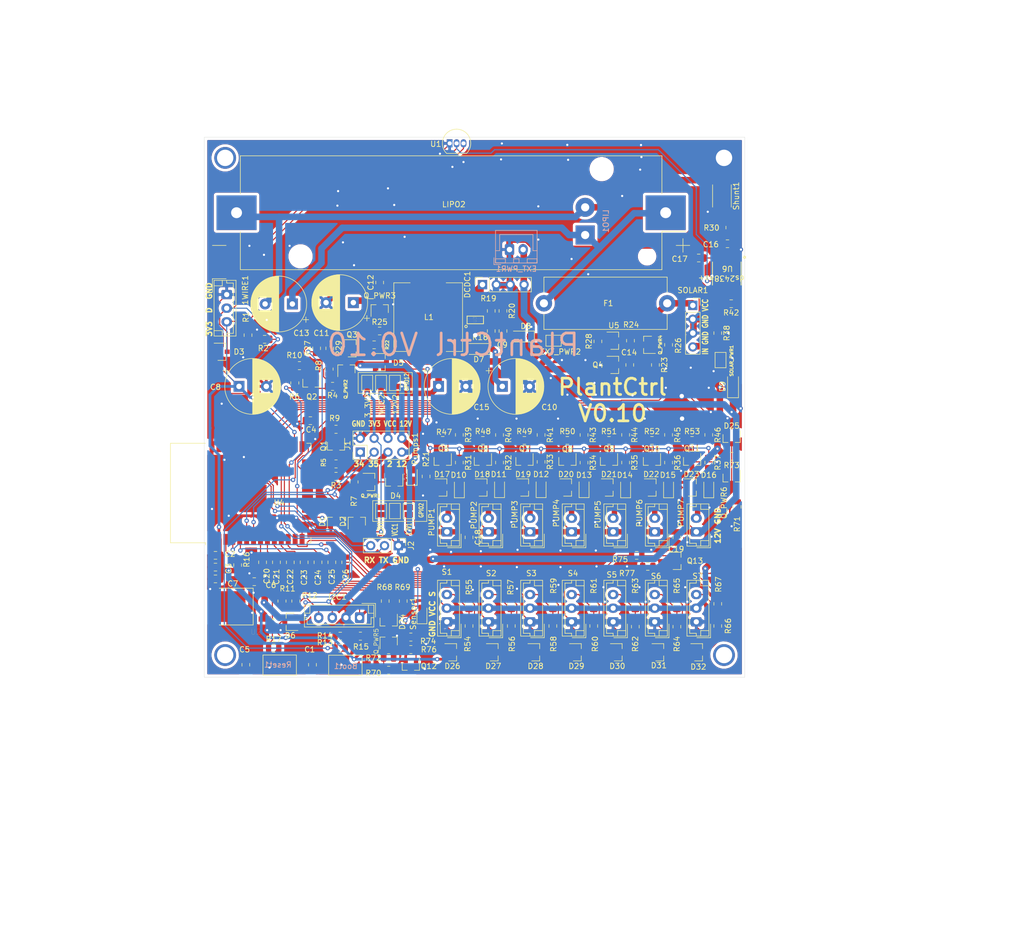
<source format=kicad_pcb>
(kicad_pcb (version 20171130) (host pcbnew 5.1.10)
  (layers (0 F.Cu signal) (31 B.Cu signal) (34 B.Paste user) (35 F.Paste user) (36 B.SilkS user) (37 F.SilkS user) (38 B.Mask user) (39 F.Mask user) (44 Edge.Cuts user))
  (net 0 "")
  (net 1 PLANT1_PUMP)
  (net 2 PLANT2_PUMP)
  (net 3 PLANT3_PUMP)
  (net 4 PLANT4_PUMP)
  (net 5 PLANT5_PUMP)
  (net 6 PLANT6_PUMP)
  (net 7 GND)
  (net 8 PLANT6_MOIST)
  (net 9 PLANT5_MOIST)
  (net 10 PLANT4_MOIST)
  (net 11 PLANT3_MOIST)
  (net 12 PLANT2_MOIST)
  (net 13 PLANT1_MOIST)
  (net 14 PLANT_CTRL_PUMP_0)
  (net 15 PUMP_PWR)
  (net 16 PWR_PUMP_CONVERTER)
  (net 17 3_3V)
  (net 18 Temp)
  (net 19 PLANT0_PUMP)
  (net 20 PWR_SENSORS)
  (net 21 PLANT0_MOIST)
  (net 22 PLANT_CTRL_PUMP_1)
  (net 23 PLANT_CTRL_PUMP_2)
  (net 24 PLANT_CTRL_PUMP_3)
  (net 25 PLANT_CTRL_PUMP_4)
  (net 26 PLANT_CTRL_PUMP_5)
  (net 27 PLANT_CTRL_PUMP_6)
  (net 28 PUMP_ENABLE)
  (net 29 SENSORS_ENABLE)
  (net 30 VCC_BATT)
  (net 31 "Net-(D7-Pad2)")
  (net 32 "Net-(Pumps1-Pad2)")
  (net 33 "Net-(Q1-Pad1)")
  (net 34 "Net-(Q2-Pad1)")
  (net 35 "Net-(Q3-Pad1)")
  (net 36 "Net-(Q5-Pad1)")
  (net 37 "Net-(Q6-Pad1)")
  (net 38 "Net-(Q7-Pad1)")
  (net 39 "Net-(Q8-Pad1)")
  (net 40 "Net-(Q9-Pad1)")
  (net 41 "Net-(Q10-Pad1)")
  (net 42 "Net-(Q_PWR1-Pad1)")
  (net 43 "Net-(Q_PWR2-Pad1)")
  (net 44 VCC)
  (net 45 "Net-(Q_PWR3-Pad1)")
  (net 46 SOLAR_IN)
  (net 47 Rsense+)
  (net 48 ESP_RX)
  (net 49 ESP_TX)
  (net 50 "Net-(Boot1-Pad2)")
  (net 51 VCC_FUSED_ALWAYS)
  (net 52 PWR_I2C)
  (net 53 SDA)
  (net 54 SCL)
  (net 55 "Net-(Q12-Pad3)")
  (net 56 "Net-(Q12-Pad1)")
  (net 57 "Net-(Q_PWR4-Pad1)")
  (net 58 CUSTOM_GPIO34)
  (net 59 CUSTOM_GPIO35)
  (net 60 "Net-(Q13-Pad3)")
  (net 61 "Net-(Q13-Pad1)")
  (net 62 "Net-(Q_PWR5-Pad1)")
  (net 63 "Net-(Q_PWR6-Pad1)")
  (net 64 CUSTOM_GPIO2)
  (net 65 CUSTOM_GPIO12)
  (net 66 "Net-(12V1-Pad1)")
  (net 67 "Net-(12V2-Pad1)")
  (net 68 "Net-(D9-Pad2)")
  (net 69 "Net-(D13-Pad2)")
  (net 70 "Net-(Q11-Pad1)")
  (net 71 "Net-(U6-Pad7)")
  (net 72 "Net-(U6-Pad6)")
  (net 73 "Net-(C4-Pad2)")
  (net 74 "Net-(C5-Pad2)")
  (net 75 "Net-(C6-Pad2)")
  (net 76 "Net-(C10-Pad1)")
  (net 77 "Net-(C14-Pad2)")
  (net 78 "Net-(C16-Pad1)")
  (net 79 "Net-(C17-Pad1)")
  (net 80 "Net-(D4-Pad3)")
  (net 81 "Net-(D5-Pad3)")
  (net 82 "Net-(D10-Pad2)")
  (net 83 "Net-(D11-Pad2)")
  (net 84 "Net-(D12-Pad2)")
  (net 85 "Net-(D14-Pad2)")
  (net 86 "Net-(D15-Pad2)")
  (net 87 "Net-(D16-Pad2)")
  (net 88 "Net-(Q1-Pad3)")
  (net 89 "Net-(Q2-Pad3)")
  (net 90 "Net-(Q3-Pad3)")
  (net 91 "Net-(Q4-Pad3)")
  (net 92 "Net-(R1-Pad1)")
  (net 93 "Net-(R14-Pad2)")
  (net 94 "Net-(R18-Pad2)")
  (net 95 "Net-(R19-Pad2)")
  (net 96 "Net-(R28-Pad2)")
  (net 97 "Net-(R54-Pad2)")
  (net 98 "Net-(R56-Pad2)")
  (net 99 "Net-(R58-Pad2)")
  (net 100 "Net-(R60-Pad2)")
  (net 101 "Net-(R62-Pad2)")
  (net 102 "Net-(R64-Pad2)")
  (net 103 "Net-(R66-Pad2)")
  (net 104 "Net-(R68-Pad1)")
  (net 105 "Net-(U3-Pad6)")
  (net 106 "Net-(U4-Pad17)")
  (net 107 "Net-(U4-Pad18)")
  (net 108 "Net-(U4-Pad19)")
  (net 109 "Net-(U4-Pad20)")
  (net 110 "Net-(U4-Pad21)")
  (net 111 "Net-(U4-Pad22)")
  (net 112 "Net-(U4-Pad32)")
  (module Package_TO_SOT_SMD:SOT-23 (layer F.Cu) (at 202.565 81.915)
    (fp_text reference D5 (at 3.175 0.127) (layer F.SilkS))
    (fp_text value BAS40-04)
    (pad 3 smd rect (at 1 0) (size 0.9 0.8) (layers F.Cu F.Paste F.Mask) (net 81 "Net-(D5-Pad3)"))
    (pad 2 smd rect (at -1 0.95) (size 0.9 0.8) (layers F.Cu F.Paste F.Mask) (net 67 "Net-(12V2-Pad1)"))
    (pad 1 smd rect (at -1 -0.95) (size 0.9 0.8) (layers F.Cu F.Paste F.Mask) (net 7 GND))
  )
  (module Connector_PinHeader_2.54mm:PinHeader_2x04_P2.54mm_Vertical (layer F.Cu) (at 198.755 98.425 90)
    (fp_text reference J1 (at 1.27 -2.33 90) (layer F.SilkS))
    (fp_text value Conn_02x04_Counter_Clockwise)
    (pad 8 thru_hole oval (at 2.54 7.62 90) (size 1.7 1.7) (drill 1) (layers *.Cu *.Mask) (net 15 PUMP_PWR))
    (pad 7 thru_hole oval (at 0 7.62 90) (size 1.7 1.7) (drill 1) (layers *.Cu *.Mask) (net 81 "Net-(D5-Pad3)"))
    (pad 6 thru_hole oval (at 2.54 5.08 90) (size 1.7 1.7) (drill 1) (layers *.Cu *.Mask) (net 44 VCC))
    (pad 5 thru_hole oval (at 0 5.08 90) (size 1.7 1.7) (drill 1) (layers *.Cu *.Mask) (net 80 "Net-(D4-Pad3)"))
    (pad 4 thru_hole oval (at 2.54 2.54 90) (size 1.7 1.7) (drill 1) (layers *.Cu *.Mask) (net 17 3_3V))
    (pad 3 thru_hole oval (at 0 2.54 90) (size 1.7 1.7) (drill 1) (layers *.Cu *.Mask) (net 59 CUSTOM_GPIO35))
    (pad 2 thru_hole oval (at 2.54 0 90) (size 1.7 1.7) (drill 1) (layers *.Cu *.Mask) (net 7 GND))
    (pad 1 thru_hole rect (at 0 0 90) (size 1.7 1.7) (drill 1) (layers *.Cu *.Mask) (net 58 CUSTOM_GPIO34))
  )
  (module Jumper:SolderJumper-2_P1.3mm_Open_Pad1.0x1.5mm (layer F.Cu) (at 205.105 85.725 270)
    (fp_text reference 12V2 (at 3.937 -0.127 90) (layer F.SilkS))
    (fp_text value SolderJumper_2_Open)
    (pad 1 smd rect (at -0.65 0 270) (size 1 1.5) (layers F.Cu F.Mask) (net 67 "Net-(12V2-Pad1)"))
    (pad 2 smd rect (at 0.65 0 270) (size 1 1.5) (layers F.Cu F.Mask) (net 15 PUMP_PWR))
  )
  (module Jumper:SolderJumper-2_P1.3mm_Open_Pad1.0x1.5mm (layer F.Cu) (at 200.025 85.71 270)
    (fp_text reference 3_3V2 (at 4.206 -0.127 90) (layer F.SilkS))
    (fp_text value SolderJumper_2_Open)
    (pad 1 smd rect (at -0.65 0 270) (size 1 1.5) (layers F.Cu F.Mask) (net 67 "Net-(12V2-Pad1)"))
    (pad 2 smd rect (at 0.65 0 270) (size 1 1.5) (layers F.Cu F.Mask) (net 17 3_3V))
  )
  (module Jumper:SolderJumper-2_P1.3mm_Open_Pad1.0x1.5mm (layer F.Cu) (at 202.565 85.725 270)
    (fp_text reference VCC2 (at 3.937 -0.127 90) (layer F.SilkS))
    (fp_text value SolderJumper_2_Open)
    (pad 1 smd rect (at -0.65 0 270) (size 1 1.5) (layers F.Cu F.Mask) (net 67 "Net-(12V2-Pad1)"))
    (pad 2 smd rect (at 0.65 0 270) (size 1 1.5) (layers F.Cu F.Mask) (net 44 VCC))
  )
  (module Jumper:SolderJumper-2_P1.3mm_Open_Pad1.0x1.5mm (layer F.Cu) (at 207.645 109.22 270)
    (fp_text reference 12V1 (at 3.302 0 90) (layer F.SilkS) (effects (font (size 1 0.6))))
    (fp_text value SolderJumper_2_Open)
    (pad 1 smd rect (at -0.65 0 270) (size 1 1.5) (layers F.Cu F.Mask) (net 66 "Net-(12V1-Pad1)"))
    (pad 2 smd rect (at 0.65 0 270) (size 1 1.5) (layers F.Cu F.Mask) (net 15 PUMP_PWR))
  )
  (module Jumper:SolderJumper-2_P1.3mm_Open_Pad1.0x1.5mm (layer F.Cu) (at 202.565 109.22 270)
    (fp_text reference 3_3V1 (at 3.302 0.127 90) (layer F.SilkS) (effects (font (size 1 0.6))))
    (fp_text value SolderJumper_2_Open)
    (pad 1 smd rect (at -0.65 0 270) (size 1 1.5) (layers F.Cu F.Mask) (net 66 "Net-(12V1-Pad1)"))
    (pad 2 smd rect (at 0.65 0 270) (size 1 1.5) (layers F.Cu F.Mask) (net 17 3_3V))
  )
  (module Jumper:SolderJumper-2_P1.3mm_Open_Pad1.0x1.5mm (layer F.Cu) (at 205.105 109.22 270)
    (fp_text reference VCC1 (at 3.429 0 90) (layer F.SilkS) (effects (font (size 1 0.6))))
    (fp_text value SolderJumper_2_Open)
    (pad 1 smd rect (at -0.65 0 270) (size 1 1.5) (layers F.Cu F.Mask) (net 66 "Net-(12V1-Pad1)"))
    (pad 2 smd rect (at 0.65 0 270) (size 1 1.5) (layers F.Cu F.Mask) (net 44 VCC))
  )
  (module Resistor_SMD:R_0805_2012Metric (layer F.Cu) (at 193.04 83.185 270)
    (fp_text reference R8 (at -0.635 1.905 270) (layer F.SilkS))
    (fp_text value 10k)
    (pad 2 smd roundrect (at 0.9125 0 270) (size 1.025 1.4) (layers F.Cu F.Paste F.Mask) (roundrect_rratio 0.243902) (net 67 "Net-(12V2-Pad1)"))
    (pad 1 smd roundrect (at -0.9125 0 270) (size 1.025 1.4) (layers F.Cu F.Paste F.Mask) (roundrect_rratio 0.243902) (net 43 "Net-(Q_PWR2-Pad1)"))
  )
  (module Resistor_SMD:R_0805_2012Metric (layer F.Cu) (at 193.675 86.36 180)
    (fp_text reference R4 (at 0 -1.65) (layer F.SilkS))
    (fp_text value 1k)
    (pad 2 smd roundrect (at 0.9125 0 180) (size 1.025 1.4) (layers F.Cu F.Paste F.Mask) (roundrect_rratio 0.243902) (net 89 "Net-(Q2-Pad3)"))
    (pad 1 smd roundrect (at -0.9125 0 180) (size 1.025 1.4) (layers F.Cu F.Paste F.Mask) (roundrect_rratio 0.243902) (net 43 "Net-(Q_PWR2-Pad1)"))
  )
  (module Resistor_SMD:R_0805_2012Metric (layer F.Cu) (at 187.6025 82.55)
    (fp_text reference R10 (at -0.9125 -1.905) (layer F.SilkS))
    (fp_text value 10k)
    (pad 2 smd roundrect (at 0.9125 0) (size 1.025 1.4) (layers F.Cu F.Paste F.Mask) (roundrect_rratio 0.243902) (net 7 GND))
    (pad 1 smd roundrect (at -0.9125 0) (size 1.025 1.4) (layers F.Cu F.Paste F.Mask) (roundrect_rratio 0.243902) (net 34 "Net-(Q2-Pad1)"))
  )
  (module Resistor_SMD:R_0805_2012Metric (layer F.Cu) (at 186.7535 85.725 270)
    (fp_text reference R6 (at 2.54 0.0635 180) (layer F.SilkS))
    (fp_text value 1k)
    (pad 2 smd roundrect (at 0.9125 0 270) (size 1.025 1.4) (layers F.Cu F.Paste F.Mask) (roundrect_rratio 0.243902) (net 65 CUSTOM_GPIO12))
    (pad 1 smd roundrect (at -0.9125 0 270) (size 1.025 1.4) (layers F.Cu F.Paste F.Mask) (roundrect_rratio 0.243902) (net 34 "Net-(Q2-Pad1)"))
  )
  (module Resistor_SMD:R_0805_2012Metric (layer F.Cu) (at 197.612 103.886 270)
    (fp_text reference R7 (at 3.556 0 90) (layer F.SilkS))
    (fp_text value 10k)
    (pad 2 smd roundrect (at 0.9125 0 270) (size 1.025 1.4) (layers F.Cu F.Paste F.Mask) (roundrect_rratio 0.243902) (net 66 "Net-(12V1-Pad1)"))
    (pad 1 smd roundrect (at -0.9125 0 270) (size 1.025 1.4) (layers F.Cu F.Paste F.Mask) (roundrect_rratio 0.243902) (net 42 "Net-(Q_PWR1-Pad1)"))
  )
  (module Resistor_SMD:R_0805_2012Metric (layer F.Cu) (at 194.31 102.87 180)
    (fp_text reference R3 (at 0 -1.65) (layer F.SilkS))
    (fp_text value 1k)
    (pad 2 smd roundrect (at 0.9125 0 180) (size 1.025 1.4) (layers F.Cu F.Paste F.Mask) (roundrect_rratio 0.243902) (net 88 "Net-(Q1-Pad3)"))
    (pad 1 smd roundrect (at -0.9125 0 180) (size 1.025 1.4) (layers F.Cu F.Paste F.Mask) (roundrect_rratio 0.243902) (net 42 "Net-(Q_PWR1-Pad1)"))
  )
  (module Resistor_SMD:R_0805_2012Metric (layer F.Cu) (at 194.31 94.234 180)
    (fp_text reference R9 (at 0.254 2.032) (layer F.SilkS))
    (fp_text value 10k)
    (pad 2 smd roundrect (at 0.9125 0 180) (size 1.025 1.4) (layers F.Cu F.Paste F.Mask) (roundrect_rratio 0.243902) (net 7 GND))
    (pad 1 smd roundrect (at -0.9125 0 180) (size 1.025 1.4) (layers F.Cu F.Paste F.Mask) (roundrect_rratio 0.243902) (net 33 "Net-(Q1-Pad1)"))
  )
  (module Resistor_SMD:R_0805_2012Metric (layer F.Cu) (at 194.31 100.584 180)
    (fp_text reference R5 (at 2.286 0.254 90) (layer F.SilkS) (effects (font (size 0.8 0.8))))
    (fp_text value 1k)
    (pad 2 smd roundrect (at 0.9125 0 180) (size 1.025 1.4) (layers F.Cu F.Paste F.Mask) (roundrect_rratio 0.243902) (net 64 CUSTOM_GPIO2))
    (pad 1 smd roundrect (at -0.9125 0 180) (size 1.025 1.4) (layers F.Cu F.Paste F.Mask) (roundrect_rratio 0.243902) (net 33 "Net-(Q1-Pad1)"))
  )
  (module Package_TO_SOT_SMD:SOT-23 (layer F.Cu) (at 196.215 83.185 90)
    (fp_text reference Q_PWR2 (at -3.683 -0.127 90) (layer F.SilkS) (effects (font (size 0.6 0.6))))
    (fp_text value "P-channel 50v 4A")
    (pad 3 smd rect (at 1 0 90) (size 0.9 0.8) (layers F.Cu F.Paste F.Mask) (net 81 "Net-(D5-Pad3)"))
    (pad 2 smd rect (at -1 0.95 90) (size 0.9 0.8) (layers F.Cu F.Paste F.Mask) (net 67 "Net-(12V2-Pad1)"))
    (pad 1 smd rect (at -1 -0.95 90) (size 0.9 0.8) (layers F.Cu F.Paste F.Mask) (net 43 "Net-(Q_PWR2-Pad1)"))
  )
  (module Package_TO_SOT_SMD:SOT-23 (layer F.Cu) (at 200.66 103.886)
    (fp_text reference Q_PWR1 (at 0 2.54) (layer F.SilkS) (effects (font (size 0.6 0.6))))
    (fp_text value "P-channel 50v 4A")
    (pad 3 smd rect (at 1 0) (size 0.9 0.8) (layers F.Cu F.Paste F.Mask) (net 80 "Net-(D4-Pad3)"))
    (pad 2 smd rect (at -1 0.95) (size 0.9 0.8) (layers F.Cu F.Paste F.Mask) (net 66 "Net-(12V1-Pad1)"))
    (pad 1 smd rect (at -1 -0.95) (size 0.9 0.8) (layers F.Cu F.Paste F.Mask) (net 42 "Net-(Q_PWR1-Pad1)"))
  )
  (module Package_TO_SOT_SMD:SOT-23 (layer F.Cu) (at 189.8015 85.725 270)
    (fp_text reference Q2 (at 2.54 -0.0635 180) (layer F.SilkS))
    (fp_text value "N-channel 30V 5A")
    (pad 3 smd rect (at 1 0 270) (size 0.9 0.8) (layers F.Cu F.Paste F.Mask) (net 89 "Net-(Q2-Pad3)"))
    (pad 2 smd rect (at -1 0.95 270) (size 0.9 0.8) (layers F.Cu F.Paste F.Mask) (net 7 GND))
    (pad 1 smd rect (at -1 -0.95 270) (size 0.9 0.8) (layers F.Cu F.Paste F.Mask) (net 34 "Net-(Q2-Pad1)"))
  )
  (module Package_TO_SOT_SMD:SOT-23 (layer F.Cu) (at 194.31 97.282 270)
    (fp_text reference Q1 (at 0 2.286 90) (layer F.SilkS))
    (fp_text value "N-channel 30V 5A")
    (pad 3 smd rect (at 1 0 270) (size 0.9 0.8) (layers F.Cu F.Paste F.Mask) (net 88 "Net-(Q1-Pad3)"))
    (pad 2 smd rect (at -1 0.95 270) (size 0.9 0.8) (layers F.Cu F.Paste F.Mask) (net 7 GND))
    (pad 1 smd rect (at -1 -0.95 270) (size 0.9 0.8) (layers F.Cu F.Paste F.Mask) (net 33 "Net-(Q1-Pad1)"))
  )
  (module Package_TO_SOT_SMD:SOT-23 (layer F.Cu) (at 198.12 111.125 90)
    (fp_text reference D2 (at 0 -2.5 90) (layer F.SilkS))
    (fp_text value BAS40-04)
    (pad 3 smd rect (at 1 0 90) (size 0.9 0.8) (layers F.Cu F.Paste F.Mask) (net 59 CUSTOM_GPIO35))
    (pad 2 smd rect (at -1 0.95 90) (size 0.9 0.8) (layers F.Cu F.Paste F.Mask) (net 17 3_3V))
    (pad 1 smd rect (at -1 -0.95 90) (size 0.9 0.8) (layers F.Cu F.Paste F.Mask) (net 7 GND))
  )
  (module Package_TO_SOT_SMD:SOT-23 (layer F.Cu) (at 204.978 103.886 270)
    (fp_text reference D4 (at 2.54 -0.254 180) (layer F.SilkS))
    (fp_text value BAS40-04)
    (pad 3 smd rect (at 1 0 270) (size 0.9 0.8) (layers F.Cu F.Paste F.Mask) (net 80 "Net-(D4-Pad3)"))
    (pad 2 smd rect (at -1 0.95 270) (size 0.9 0.8) (layers F.Cu F.Paste F.Mask) (net 66 "Net-(12V1-Pad1)"))
    (pad 1 smd rect (at -1 -0.95 270) (size 0.9 0.8) (layers F.Cu F.Paste F.Mask) (net 7 GND))
  )
  (module Package_TO_SOT_SMD:SOT-23 (layer F.Cu) (at 194.31 111.125 90)
    (fp_text reference D1 (at 0 -2.5 90) (layer F.SilkS))
    (fp_text value BAS40-04)
    (pad 3 smd rect (at 1 0 90) (size 0.9 0.8) (layers F.Cu F.Paste F.Mask) (net 58 CUSTOM_GPIO34))
    (pad 2 smd rect (at -1 0.95 90) (size 0.9 0.8) (layers F.Cu F.Paste F.Mask) (net 17 3_3V))
    (pad 1 smd rect (at -1 -0.95 90) (size 0.9 0.8) (layers F.Cu F.Paste F.Mask) (net 7 GND))
  )
  (module Package_TO_SOT_SMD:SOT-23 (layer F.Cu) (at 185.928 129.54 180)
    (fp_text reference D6 (at 0 -2.5) (layer F.SilkS))
    (fp_text value BAS40-04)
    (pad 3 smd rect (at 1 0 180) (size 0.9 0.8) (layers F.Cu F.Paste F.Mask) (net 17 3_3V))
    (pad 2 smd rect (at -1 0.95 180) (size 0.9 0.8) (layers F.Cu F.Paste F.Mask) (net 44 VCC))
    (pad 1 smd rect (at -1 -0.95 180) (size 0.9 0.8) (layers F.Cu F.Paste F.Mask) (net 7 GND))
  )
  (module Resistor_SMD:R_0805_2012Metric (layer F.Cu) (at 203.962 136.144)
    (fp_text reference R72 (at -2.794 0) (layer F.SilkS))
    (fp_text value 10k)
    (pad 2 smd roundrect (at 0.9125 0) (size 1.025 1.4) (layers F.Cu F.Paste F.Mask) (roundrect_rratio 0.243902) (net 17 3_3V))
    (pad 1 smd roundrect (at -0.9125 0) (size 1.025 1.4) (layers F.Cu F.Paste F.Mask) (roundrect_rratio 0.243902) (net 62 "Net-(Q_PWR5-Pad1)"))
  )
  (module Resistor_SMD:R_0805_2012Metric (layer F.Cu) (at 203.962 138.43)
    (fp_text reference R70 (at -2.794 0.508) (layer F.SilkS))
    (fp_text value 1k)
    (pad 2 smd roundrect (at 0.9125 0) (size 1.025 1.4) (layers F.Cu F.Paste F.Mask) (roundrect_rratio 0.243902) (net 55 "Net-(Q12-Pad3)"))
    (pad 1 smd roundrect (at -0.9125 0) (size 1.025 1.4) (layers F.Cu F.Paste F.Mask) (roundrect_rratio 0.243902) (net 62 "Net-(Q_PWR5-Pad1)"))
  )
  (module Resistor_SMD:R_0805_2012Metric (layer F.Cu) (at 208.026 134.62 180)
    (fp_text reference R76 (at -3.302 0) (layer F.SilkS))
    (fp_text value 10k)
    (pad 2 smd roundrect (at 0.9125 0 180) (size 1.025 1.4) (layers F.Cu F.Paste F.Mask) (roundrect_rratio 0.243902) (net 7 GND))
    (pad 1 smd roundrect (at -0.9125 0 180) (size 1.025 1.4) (layers F.Cu F.Paste F.Mask) (roundrect_rratio 0.243902) (net 56 "Net-(Q12-Pad1)"))
  )
  (module Resistor_SMD:R_0805_2012Metric (layer F.Cu) (at 208.026 132.334 180)
    (fp_text reference R74 (at -3.175 -0.762) (layer F.SilkS))
    (fp_text value 1k)
    (pad 2 smd roundrect (at 0.9125 0 180) (size 1.025 1.4) (layers F.Cu F.Paste F.Mask) (roundrect_rratio 0.243902) (net 29 SENSORS_ENABLE))
    (pad 1 smd roundrect (at -0.9125 0 180) (size 1.025 1.4) (layers F.Cu F.Paste F.Mask) (roundrect_rratio 0.243902) (net 56 "Net-(Q12-Pad1)"))
  )
  (module Resistor_SMD:R_0805_2012Metric (layer F.Cu) (at 186.944 125.73 270)
    (fp_text reference R12 (at -1.016 -2.54 180) (layer F.SilkS))
    (fp_text value R)
    (pad 2 smd roundrect (at 0.9125 0 270) (size 1.025 1.4) (layers F.Cu F.Paste F.Mask) (roundrect_rratio 0.243902) (net 53 SDA))
    (pad 1 smd roundrect (at -0.9125 0 270) (size 1.025 1.4) (layers F.Cu F.Paste F.Mask) (roundrect_rratio 0.243902) (net 52 PWR_I2C))
  )
  (module Resistor_SMD:R_0805_2012Metric (layer F.Cu) (at 184.404 125.73 270)
    (fp_text reference R11 (at -2.286 -1.016 180) (layer F.SilkS))
    (fp_text value R)
    (pad 2 smd roundrect (at 0.9125 0 270) (size 1.025 1.4) (layers F.Cu F.Paste F.Mask) (roundrect_rratio 0.243902) (net 54 SCL))
    (pad 1 smd roundrect (at -0.9125 0 270) (size 1.025 1.4) (layers F.Cu F.Paste F.Mask) (roundrect_rratio 0.243902) (net 52 PWR_I2C))
  )
  (module Package_TO_SOT_SMD:SOT-23 (layer F.Cu) (at 203.962 133.096 90)
    (fp_text reference Q_PWR5 (at 0 -2.286 90) (layer F.SilkS) (effects (font (size 0.8 0.8) (thickness 0.1))))
    (fp_text value "P-channel 50v 4A")
    (pad 3 smd rect (at 1 0 90) (size 0.9 0.8) (layers F.Cu F.Paste F.Mask) (net 52 PWR_I2C))
    (pad 2 smd rect (at -1 0.95 90) (size 0.9 0.8) (layers F.Cu F.Paste F.Mask) (net 17 3_3V))
    (pad 1 smd rect (at -1 -0.95 90) (size 0.9 0.8) (layers F.Cu F.Paste F.Mask) (net 62 "Net-(Q_PWR5-Pad1)"))
  )
  (module Package_TO_SOT_SMD:SOT-23 (layer F.Cu) (at 208.026 137.668 270)
    (fp_text reference Q12 (at 0 -3.302 180) (layer F.SilkS))
    (fp_text value "N-channel 30V 5A")
    (pad 3 smd rect (at 1 0 270) (size 0.9 0.8) (layers F.Cu F.Paste F.Mask) (net 55 "Net-(Q12-Pad3)"))
    (pad 2 smd rect (at -1 0.95 270) (size 0.9 0.8) (layers F.Cu F.Paste F.Mask) (net 7 GND))
    (pad 1 smd rect (at -1 -0.95 270) (size 0.9 0.8) (layers F.Cu F.Paste F.Mask) (net 56 "Net-(Q12-Pad1)"))
  )
  (module Package_TO_SOT_SMD:SOT-23 (layer F.Cu) (at 203.962 129.54 270)
    (fp_text reference D24 (at 0 -2.5 90) (layer F.SilkS))
    (fp_text value BAS40-04)
    (pad 3 smd rect (at 1 0 270) (size 0.9 0.8) (layers F.Cu F.Paste F.Mask) (net 52 PWR_I2C))
    (pad 2 smd rect (at -1 0.95 270) (size 0.9 0.8) (layers F.Cu F.Paste F.Mask) (net 17 3_3V))
    (pad 1 smd rect (at -1 -0.95 270) (size 0.9 0.8) (layers F.Cu F.Paste F.Mask) (net 7 GND))
  )
  (module Connector_JST:JST_EH_B4B-EH-A_1x04_P2.50mm_Vertical (layer F.Cu) (at 198.628 128.778 180)
    (fp_text reference I2C1 (at 4.064 3.81) (layer F.SilkS))
    (fp_text value Conn_01x04)
    (pad 4 thru_hole oval (at 7.5 0 180) (size 1.7 1.95) (drill 0.95) (layers *.Cu *.Mask) (net 53 SDA))
    (pad 3 thru_hole oval (at 5 0 180) (size 1.7 1.95) (drill 0.95) (layers *.Cu *.Mask) (net 54 SCL))
    (pad 2 thru_hole oval (at 2.5 0 180) (size 1.7 1.95) (drill 0.95) (layers *.Cu *.Mask) (net 7 GND))
    (pad 1 thru_hole roundrect (at 0 0 180) (size 1.7 1.95) (drill 0.95) (layers *.Cu *.Mask) (roundrect_rratio 0.147059) (net 52 PWR_I2C))
  )
  (module Resistor_SMD:R_0805_2012Metric (layer F.Cu) (at 198.78 132.17)
    (fp_text reference R15 (at 0.102 1.942) (layer F.SilkS))
    (fp_text value 1k)
    (pad 2 smd roundrect (at 0.9125 0) (size 1.025 1.4) (layers F.Cu F.Paste F.Mask) (roundrect_rratio 0.243902) (net 17 3_3V))
    (pad 1 smd roundrect (at -0.9125 0) (size 1.025 1.4) (layers F.Cu F.Paste F.Mask) (roundrect_rratio 0.243902) (net 93 "Net-(R14-Pad2)"))
  )
  (module Resistor_SMD:R_0805_2012Metric (layer F.Cu) (at 224.917 72.517 270)
    (fp_text reference R20 (at 0 -1.65 90) (layer F.SilkS))
    (fp_text value 1k)
    (pad 2 smd roundrect (at 0.9375 0 270) (size 0.975 1.4) (layers F.Cu F.Paste F.Mask) (net 7 GND))
    (pad 1 smd roundrect (at -0.9375 0 270) (size 0.975 1.4) (layers F.Cu F.Paste F.Mask) (net 95 "Net-(R19-Pad2)"))
  )
  (module Resistor_SMD:R_0805_2012Metric (layer F.Cu) (at 222.758 72.517 90)
    (fp_text reference R19 (at 2.286 -0.508 180) (layer F.SilkS))
    (fp_text value 10k)
    (pad 2 smd roundrect (at 0.9375 0 90) (size 0.975 1.4) (layers F.Cu F.Paste F.Mask) (net 95 "Net-(R19-Pad2)"))
    (pad 1 smd roundrect (at -0.9375 0 90) (size 0.975 1.4) (layers F.Cu F.Paste F.Mask) (net 94 "Net-(R18-Pad2)"))
  )
  (module Resistor_SMD:R_0805_2012Metric (layer F.Cu) (at 222.758 76.2 90)
    (fp_text reference R18 (at -1.143 -2.032 180) (layer F.SilkS))
    (fp_text value 10k)
    (pad 2 smd roundrect (at 0.9375 0 90) (size 0.975 1.4) (layers F.Cu F.Paste F.Mask) (net 94 "Net-(R18-Pad2)"))
    (pad 1 smd roundrect (at -0.9375 0 90) (size 0.975 1.4) (layers F.Cu F.Paste F.Mask) (net 76 "Net-(C10-Pad1)"))
  )
  (module Resistor_SMD:R_0805_2012Metric (layer F.Cu) (at 206.629 125.73 90)
    (fp_text reference R69 (at 2.54 -0.127 180) (layer F.SilkS))
    (fp_text value 10k)
    (pad 2 smd roundrect (at 0.9375 0 90) (size 0.975 1.4) (layers F.Cu F.Paste F.Mask) (net 20 PWR_SENSORS))
    (pad 1 smd roundrect (at -0.9375 0 90) (size 0.975 1.4) (layers F.Cu F.Paste F.Mask) (net 104 "Net-(R68-Pad1)"))
  )
  (module Resistor_SMD:R_0805_2012Metric (layer F.Cu) (at 181.229 77.724)
    (fp_text reference R2 (at -0.254 1.651) (layer F.SilkS))
    (fp_text value 1k)
    (pad 2 smd roundrect (at 0.9375 0) (size 0.975 1.4) (layers F.Cu F.Paste F.Mask) (net 18 Temp))
    (pad 1 smd roundrect (at -0.9375 0) (size 0.975 1.4) (layers F.Cu F.Paste F.Mask) (net 92 "Net-(R1-Pad1)"))
  )
  (module Resistor_SMD:R_0805_2012Metric (layer F.Cu) (at 203.327 125.73 90)
    (fp_text reference R68 (at 2.54 -0.127 180) (layer F.SilkS))
    (fp_text value 10k)
    (pad 2 smd roundrect (at 0.9375 0 90) (size 0.975 1.4) (layers F.Cu F.Paste F.Mask) (net 20 PWR_SENSORS))
    (pad 1 smd roundrect (at -0.9375 0 90) (size 0.975 1.4) (layers F.Cu F.Paste F.Mask) (net 104 "Net-(R68-Pad1)"))
  )
  (module Resistor_SMD:R_0805_2012Metric (layer F.Cu) (at 178.181 76.962 90)
    (fp_text reference R1 (at 3.302 -0.381 270) (layer F.SilkS))
    (fp_text value 1k)
    (pad 2 smd roundrect (at 0.9375 0 90) (size 0.975 1.4) (layers F.Cu F.Paste F.Mask) (net 17 3_3V))
    (pad 1 smd roundrect (at -0.9375 0 90) (size 0.975 1.4) (layers F.Cu F.Paste F.Mask) (net 92 "Net-(R1-Pad1)"))
  )
  (module Resistor_SMD:R_0805_2012Metric (layer F.Cu) (at 264.287 130.302 90)
    (fp_text reference R66 (at 0 1.905 90) (layer F.SilkS))
    (fp_text value 100k)
    (pad 2 smd roundrect (at 0.9375 0 90) (size 0.975 1.4) (layers F.Cu F.Paste F.Mask) (net 103 "Net-(R66-Pad2)"))
    (pad 1 smd roundrect (at -0.9375 0 90) (size 0.975 1.4) (layers F.Cu F.Paste F.Mask) (net 7 GND))
  )
  (module Resistor_SMD:R_0805_2012Metric (layer F.Cu) (at 256.794 130.429 90)
    (fp_text reference R64 (at -3.175 0 90) (layer F.SilkS))
    (fp_text value 100k)
    (pad 2 smd roundrect (at 0.9375 0 90) (size 0.975 1.4) (layers F.Cu F.Paste F.Mask) (net 102 "Net-(R64-Pad2)"))
    (pad 1 smd roundrect (at -0.9375 0 90) (size 0.975 1.4) (layers F.Cu F.Paste F.Mask) (net 7 GND))
  )
  (module Resistor_SMD:R_0805_2012Metric (layer F.Cu) (at 249.174 130.429 90)
    (fp_text reference R62 (at -3.175 0 90) (layer F.SilkS))
    (fp_text value 100k)
    (pad 2 smd roundrect (at 0.9375 0 90) (size 0.975 1.4) (layers F.Cu F.Paste F.Mask) (net 101 "Net-(R62-Pad2)"))
    (pad 1 smd roundrect (at -0.9375 0 90) (size 0.975 1.4) (layers F.Cu F.Paste F.Mask) (net 7 GND))
  )
  (module Resistor_SMD:R_0805_2012Metric (layer F.Cu) (at 241.554 130.302 90)
    (fp_text reference R60 (at -3.302 0.254 90) (layer F.SilkS))
    (fp_text value 100k)
    (pad 2 smd roundrect (at 0.9375 0 90) (size 0.975 1.4) (layers F.Cu F.Paste F.Mask) (net 100 "Net-(R60-Pad2)"))
    (pad 1 smd roundrect (at -0.9375 0 90) (size 0.975 1.4) (layers F.Cu F.Paste F.Mask) (net 7 GND))
  )
  (module Resistor_SMD:R_0805_2012Metric (layer F.Cu) (at 234.061 130.302 90)
    (fp_text reference R58 (at -3.302 0.127 90) (layer F.SilkS))
    (fp_text value 100k)
    (pad 2 smd roundrect (at 0.9375 0 90) (size 0.975 1.4) (layers F.Cu F.Paste F.Mask) (net 99 "Net-(R58-Pad2)"))
    (pad 1 smd roundrect (at -0.9375 0 90) (size 0.975 1.4) (layers F.Cu F.Paste F.Mask) (net 7 GND))
  )
  (module Resistor_SMD:R_0805_2012Metric (layer F.Cu) (at 226.441 130.302 90)
    (fp_text reference R56 (at -3.302 0.127 90) (layer F.SilkS))
    (fp_text value 100k)
    (pad 2 smd roundrect (at 0.9375 0 90) (size 0.975 1.4) (layers F.Cu F.Paste F.Mask) (net 98 "Net-(R56-Pad2)"))
    (pad 1 smd roundrect (at -0.9375 0 90) (size 0.975 1.4) (layers F.Cu F.Paste F.Mask) (net 7 GND))
  )
  (module Resistor_SMD:R_0805_2012Metric (layer F.Cu) (at 218.694 130.302 90)
    (fp_text reference R54 (at -3.302 -0.254 90) (layer F.SilkS))
    (fp_text value 100k)
    (pad 2 smd roundrect (at 0.9375 0 90) (size 0.975 1.4) (layers F.Cu F.Paste F.Mask) (net 97 "Net-(R54-Pad2)"))
    (pad 1 smd roundrect (at -0.9375 0 90) (size 0.975 1.4) (layers F.Cu F.Paste F.Mask) (net 7 GND))
  )
  (module Connector_JST:JST_EH_B3B-EH-A_1x03_P2.50mm_Vertical (layer F.Cu) (at 222.25 129.54 90)
    (fp_text reference S2 (at 8.89 0.508 180) (layer F.SilkS))
    (fp_text value Conn_01x03_Male)
    (pad 3 thru_hole oval (at 5 0 90) (size 1.7 1.95) (drill 0.95) (layers *.Cu *.Mask) (net 98 "Net-(R56-Pad2)"))
    (pad 2 thru_hole oval (at 2.5 0 90) (size 1.7 1.95) (drill 0.95) (layers *.Cu *.Mask) (net 20 PWR_SENSORS))
    (pad 1 thru_hole roundrect (at 0 0 90) (size 1.7 1.95) (drill 0.95) (layers *.Cu *.Mask) (roundrect_rratio 0.147059) (net 7 GND))
  )
  (module Connector_PinHeader_2.54mm:PinHeader_1x03_P2.54mm_Vertical (layer F.Cu) (at 205.74 115.57 270)
    (fp_text reference J2 (at 0 -2.33 90) (layer F.SilkS))
    (fp_text value Conn_01x03_Female)
    (pad 3 thru_hole oval (at 0 5.08 270) (size 1.7 1.7) (drill 1) (layers *.Cu *.Mask) (net 48 ESP_RX))
    (pad 2 thru_hole oval (at 0 2.54 270) (size 1.7 1.7) (drill 1) (layers *.Cu *.Mask) (net 49 ESP_TX))
    (pad 1 thru_hole rect (at 0 0 270) (size 1.7 1.7) (drill 1) (layers *.Cu *.Mask) (net 7 GND))
  )
  (module Button_Switch_SMD:SW_SPST_CK_RS282G05A3 (layer F.Cu) (at 183.98 137.47 180)
    (fp_text reference Reset1 (at 0.338 0.056) (layer B.SilkS) (effects (justify mirror)))
    (fp_text value SW_Push)
    (pad 2 smd rect (at 3.9 0 180) (size 1.5 1.5) (layers F.Cu F.Paste F.Mask) (net 74 "Net-(C5-Pad2)"))
    (pad 1 smd rect (at -3.9 0 180) (size 1.5 1.5) (layers F.Cu F.Paste F.Mask) (net 7 GND))
  )
  (module Button_Switch_SMD:SW_SPST_CK_RS282G05A3 (layer F.Cu) (at 196.0245 137.5156 180)
    (fp_text reference Boot1 (at -0.0635 -0.1524) (layer B.SilkS) (effects (justify mirror)))
    (fp_text value Boot)
    (pad 2 smd rect (at 3.9 0 180) (size 1.5 1.5) (layers F.Cu F.Paste F.Mask) (net 50 "Net-(Boot1-Pad2)"))
    (pad 1 smd rect (at -3.9 0 180) (size 1.5 1.5) (layers F.Cu F.Paste F.Mask) (net 7 GND))
  )
  (module Capacitor_THT:CP_Radial_D10.0mm_P5.00mm (layer F.Cu) (at 213.106 86.36)
    (fp_text reference C15 (at 7.874 3.81) (layer F.SilkS))
    (fp_text value 1000uF)
    (pad 2 thru_hole circle (at 5 0) (size 2 2) (drill 1) (layers *.Cu *.Mask) (net 7 GND))
    (pad 1 thru_hole rect (at 0 0) (size 2 2) (drill 1) (layers *.Cu *.Mask) (net 44 VCC))
  )
  (module Package_TO_SOT_SMD:SOT-23 (layer F.Cu) (at 173.355 80.01)
    (fp_text reference D3 (at 3.175 0) (layer F.SilkS))
    (fp_text value BAS40-04)
    (pad 3 smd rect (at 1 0) (size 0.9 0.8) (layers F.Cu F.Paste F.Mask) (net 18 Temp))
    (pad 2 smd rect (at -1 0.95) (size 0.9 0.8) (layers F.Cu F.Paste F.Mask) (net 17 3_3V))
    (pad 1 smd rect (at -1 -0.95) (size 0.9 0.8) (layers F.Cu F.Paste F.Mask) (net 7 GND))
  )
  (module Jumper:SolderJumper-2_P1.3mm_Open_Pad1.0x1.5mm (layer F.Cu) (at 264.795 81.534 90)
    (fp_text reference SOLAR_PWR1 (at -0.127 2.032 90) (layer F.SilkS) (effects (font (size 0.6 0.6))))
    (fp_text value NO)
    (pad 1 smd rect (at -0.65 0 90) (size 1 1.5) (layers F.Cu F.Mask) (net 68 "Net-(D9-Pad2)"))
    (pad 2 smd rect (at 0.65 0 90) (size 1 1.5) (layers F.Cu F.Mask) (net 46 SOLAR_IN))
  )
  (module Connector_PinSocket_2.54mm:PinSocket_1x04_P2.54mm_Vertical (layer F.Cu) (at 259.715 71.501)
    (fp_text reference SOLAR1 (at 0 -2.77) (layer F.SilkS))
    (fp_text value Conn_01x04)
    (pad 4 thru_hole oval (at 0 7.62) (size 1.7 1.7) (drill 1) (layers *.Cu *.Mask) (net 46 SOLAR_IN))
    (pad 3 thru_hole oval (at 0 5.08) (size 1.7 1.7) (drill 1) (layers *.Cu *.Mask) (net 7 GND))
    (pad 2 thru_hole oval (at 0 2.54) (size 1.7 1.7) (drill 1) (layers *.Cu *.Mask) (net 7 GND))
    (pad 1 thru_hole rect (at 0 0) (size 1.7 1.7) (drill 1) (layers *.Cu *.Mask) (net 51 VCC_FUSED_ALWAYS))
  )
  (module Resistor_SMD:R_0805_2012Metric (layer F.Cu) (at 252.857 82.423 270)
    (fp_text reference R23 (at 0 -1.65 90) (layer F.SilkS))
    (fp_text value 1k)
    (pad 2 smd roundrect (at 0.9375 0 270) (size 0.975 1.4) (layers F.Cu F.Paste F.Mask) (net 91 "Net-(Q4-Pad3)"))
    (pad 1 smd roundrect (at -0.9375 0 270) (size 0.975 1.4) (layers F.Cu F.Paste F.Mask) (net 57 "Net-(Q_PWR4-Pad1)"))
  )
  (module Resistor_SMD:R_0805_2012Metric (layer F.Cu) (at 248.285 77.978 270)
    (fp_text reference R24 (at -2.921 -0.127 180) (layer F.SilkS))
    (fp_text value 100k)
    (pad 2 smd roundrect (at 0.9375 0 270) (size 0.975 1.4) (layers F.Cu F.Paste F.Mask) (net 77 "Net-(C14-Pad2)"))
    (pad 1 smd roundrect (at -0.9375 0 270) (size 0.975 1.4) (layers F.Cu F.Paste F.Mask) (net 51 VCC_FUSED_ALWAYS))
  )
  (module Resistor_SMD:R_0805_2012Metric (layer F.Cu) (at 242.316 78.105 90)
    (fp_text reference R28 (at 0 -1.65 90) (layer F.SilkS))
    (fp_text value 1k)
    (pad 2 smd roundrect (at 0.9375 0 90) (size 0.975 1.4) (layers F.Cu F.Paste F.Mask) (net 96 "Net-(R28-Pad2)"))
    (pad 1 smd roundrect (at -0.9375 0 90) (size 0.975 1.4) (layers F.Cu F.Paste F.Mask) (net 77 "Net-(C14-Pad2)"))
  )
  (module Resistor_SMD:R_0805_2012Metric (layer F.Cu) (at 201.295 78.74 180)
    (fp_text reference R22 (at -2.413 0 270) (layer F.SilkS) (effects (font (size 0.6 0.6))))
    (fp_text value 1k)
    (pad 2 smd roundrect (at 0.9375 0 180) (size 0.975 1.4) (layers F.Cu F.Paste F.Mask) (net 90 "Net-(Q3-Pad3)"))
    (pad 1 smd roundrect (at -0.9375 0 180) (size 0.975 1.4) (layers F.Cu F.Paste F.Mask) (net 45 "Net-(Q_PWR3-Pad1)"))
  )
  (module Resistor_SMD:R_0805_2012Metric (layer F.Cu) (at 267.843 108.458 270)
    (fp_text reference R71 (at 3.175 0 90) (layer F.SilkS))
    (fp_text value 1k)
    (pad 2 smd roundrect (at 0.9375 0 270) (size 0.975 1.4) (layers F.Cu F.Paste F.Mask) (net 60 "Net-(Q13-Pad3)"))
    (pad 1 smd roundrect (at -0.9375 0 270) (size 0.975 1.4) (layers F.Cu F.Paste F.Mask) (net 63 "Net-(Q_PWR6-Pad1)"))
  )
  (module Package_TO_SOT_SMD:SOT-23 (layer F.Cu) (at 245.364 82.423)
    (fp_text reference Q4 (at -3.048 0) (layer F.SilkS))
    (fp_text value "N-channel 30V 5A")
    (pad 3 smd rect (at 1 0) (size 0.9 0.8) (layers F.Cu F.Paste F.Mask) (net 91 "Net-(Q4-Pad3)"))
    (pad 2 smd rect (at -1 0.95) (size 0.9 0.8) (layers F.Cu F.Paste F.Mask) (net 7 GND))
    (pad 1 smd rect (at -1 -0.95) (size 0.9 0.8) (layers F.Cu F.Paste F.Mask) (net 77 "Net-(C14-Pad2)"))
  )
  (module Capacitor_THT:CP_Radial_D10.0mm_P5.00mm (layer F.Cu) (at 176.53 86.36)
    (fp_text reference C8 (at -4.318 0.127) (layer F.SilkS))
    (fp_text value 1000uF)
    (pad 2 thru_hole circle (at 5 0) (size 2 2) (drill 1) (layers *.Cu *.Mask) (net 7 GND))
    (pad 1 thru_hole rect (at 0 0) (size 2 2) (drill 1) (layers *.Cu *.Mask) (net 17 3_3V))
  )
  (module Capacitor_SMD:C_0805_2012Metric (layer F.Cu) (at 248.158 82.423 90)
    (fp_text reference C14 (at 2.286 -0.127 180) (layer F.SilkS))
    (fp_text value 100n)
    (pad 2 smd roundrect (at 0.9375 0 90) (size 0.975 1.4) (layers F.Cu F.Paste F.Mask) (net 77 "Net-(C14-Pad2)"))
    (pad 1 smd roundrect (at -0.9375 0 90) (size 0.975 1.4) (layers F.Cu F.Paste F.Mask) (net 7 GND))
  )
  (module LED_SMD:LED_0805_2012Metric_Castellated (layer F.Cu) (at 210.058 128.016 90)
    (fp_text reference Sensor1 (at 0 -1.6 90) (layer F.SilkS))
    (fp_text value LED_green)
    (pad 2 smd roundrect (at 0.9625 0 90) (size 1.325 1.3) (layers F.Cu F.Paste F.Mask) (roundrect_rratio 0.192308) (net 104 "Net-(R68-Pad1)"))
    (pad 1 smd roundrect (at -0.9625 0 90) (size 1.325 1.3) (layers F.Cu F.Paste F.Mask) (roundrect_rratio 0.192308) (net 7 GND))
  )
  (module Resistor_SMD:R_0805_2012Metric (layer F.Cu) (at 255.27 78.74 90)
    (fp_text reference R26 (at -0.127 1.778 90) (layer F.SilkS))
    (fp_text value 10k)
    (pad 2 smd roundrect (at 0.9375 0 90) (size 0.975 1.4) (layers F.Cu F.Paste F.Mask) (net 51 VCC_FUSED_ALWAYS))
    (pad 1 smd roundrect (at -0.9375 0 90) (size 0.975 1.4) (layers F.Cu F.Paste F.Mask) (net 57 "Net-(Q_PWR4-Pad1)"))
  )
  (module Resistor_SMD:R_0805_2012Metric (layer F.Cu) (at 249.428 117.348 180)
    (fp_text reference R75 (at 3.048 -0.762) (layer F.SilkS))
    (fp_text value 1k)
    (pad 2 smd roundrect (at 0.9375 0 180) (size 0.975 1.4) (layers F.Cu F.Paste F.Mask) (net 29 SENSORS_ENABLE))
    (pad 1 smd roundrect (at -0.9375 0 180) (size 0.975 1.4) (layers F.Cu F.Paste F.Mask) (net 61 "Net-(Q13-Pad1)"))
  )
  (module Resistor_SMD:R_0805_2012Metric (layer F.Cu) (at 190.754 79.375 270)
    (fp_text reference R27 (at 0 1.651 90) (layer F.SilkS))
    (fp_text value 1k)
    (pad 2 smd roundrect (at 0.9375 0 270) (size 0.975 1.4) (layers F.Cu F.Paste F.Mask) (net 28 PUMP_ENABLE))
    (pad 1 smd roundrect (at -0.9375 0 270) (size 0.975 1.4) (layers F.Cu F.Paste F.Mask) (net 35 "Net-(Q3-Pad1)"))
  )
  (module Resistor_SMD:R_0805_2012Metric (layer F.Cu) (at 264.287 126.238 90)
    (fp_text reference R67 (at 3.556 0.127 90) (layer F.SilkS))
    (fp_text value 1k)
    (pad 2 smd roundrect (at 0.9375 0 90) (size 0.975 1.4) (layers F.Cu F.Paste F.Mask) (net 8 PLANT6_MOIST))
    (pad 1 smd roundrect (at -0.9375 0 90) (size 0.975 1.4) (layers F.Cu F.Paste F.Mask) (net 103 "Net-(R66-Pad2)"))
  )
  (module Resistor_SMD:R_0805_2012Metric (layer F.Cu) (at 266.7508 71.1962 180)
    (fp_text reference R42 (at 0 -1.65) (layer F.SilkS))
    (fp_text value 1k)
    (pad 2 smd roundrect (at 0.9375 0 180) (size 0.975 1.4) (layers F.Cu F.Paste F.Mask) (net 79 "Net-(C17-Pad1)"))
    (pad 1 smd roundrect (at -0.9375 0 180) (size 0.975 1.4) (layers F.Cu F.Paste F.Mask) (net 47 Rsense+))
  )
  (module Resistor_SMD:R_0805_2012Metric (layer F.Cu) (at 262.636 95.25 270)
    (fp_text reference R46 (at 0 -1.65 90) (layer F.SilkS))
    (fp_text value 1k)
    (pad 2 smd roundrect (at 0.9375 0 270) (size 0.975 1.4) (layers F.Cu F.Paste F.Mask) (net 70 "Net-(Q11-Pad1)"))
    (pad 1 smd roundrect (at -0.9375 0 270) (size 0.975 1.4) (layers F.Cu F.Paste F.Mask) (net 27 PLANT_CTRL_PUMP_6))
  )
  (module Resistor_SMD:R_0805_2012Metric (layer F.Cu) (at 256.794 126.365 90)
    (fp_text reference R65 (at 3.429 0 90) (layer F.SilkS))
    (fp_text value 1k)
    (pad 2 smd roundrect (at 0.9375 0 90) (size 0.975 1.4) (layers F.Cu F.Paste F.Mask) (net 9 PLANT5_MOIST))
    (pad 1 smd roundrect (at -0.9375 0 90) (size 0.975 1.4) (layers F.Cu F.Paste F.Mask) (net 102 "Net-(R64-Pad2)"))
  )
  (module Resistor_SMD:R_0805_2012Metric (layer F.Cu) (at 255.27 95.25 270)
    (fp_text reference R45 (at 0 -1.65 90) (layer F.SilkS))
    (fp_text value 1k)
    (pad 2 smd roundrect (at 0.9375 0 270) (size 0.975 1.4) (layers F.Cu F.Paste F.Mask) (net 41 "Net-(Q10-Pad1)"))
    (pad 1 smd roundrect (at -0.9375 0 270) (size 0.975 1.4) (layers F.Cu F.Paste F.Mask) (net 26 PLANT_CTRL_PUMP_5))
  )
  (module Resistor_SMD:R_0805_2012Metric (layer F.Cu) (at 249.174 126.365 90)
    (fp_text reference R63 (at 3.429 0 90) (layer F.SilkS))
    (fp_text value 1k)
    (pad 2 smd roundrect (at 0.9375 0 90) (size 0.975 1.4) (layers F.Cu F.Paste F.Mask) (net 10 PLANT4_MOIST))
    (pad 1 smd roundrect (at -0.9375 0 90) (size 0.975 1.4) (layers F.Cu F.Paste F.Mask) (net 101 "Net-(R62-Pad2)"))
  )
  (module Resistor_SMD:R_0805_2012Metric (layer F.Cu) (at 247.396 95.25 270)
    (fp_text reference R44 (at 0 -1.65 90) (layer F.SilkS))
    (fp_text value 1k)
    (pad 2 smd roundrect (at 0.9375 0 270) (size 0.975 1.4) (layers F.Cu F.Paste F.Mask) (net 40 "Net-(Q9-Pad1)"))
    (pad 1 smd roundrect (at -0.9375 0 270) (size 0.975 1.4) (layers F.Cu F.Paste F.Mask) (net 25 PLANT_CTRL_PUMP_4))
  )
  (module Resistor_SMD:R_0805_2012Metric (layer F.Cu) (at 241.554 126.365 90)
    (fp_text reference R61 (at 3.429 0 90) (layer F.SilkS))
    (fp_text value 1k)
    (pad 2 smd roundrect (at 0.9375 0 90) (size 0.975 1.4) (layers F.Cu F.Paste F.Mask) (net 11 PLANT3_MOIST))
    (pad 1 smd roundrect (at -0.9375 0 90) (size 0.975 1.4) (layers F.Cu F.Paste F.Mask) (net 100 "Net-(R60-Pad2)"))
  )
  (module Resistor_SMD:R_0805_2012Metric (layer F.Cu) (at 239.776 95.266 270)
    (fp_text reference R43 (at 0 -1.65 90) (layer F.SilkS))
    (fp_text value 1k)
    (pad 2 smd roundrect (at 0.9375 0 270) (size 0.975 1.4) (layers F.Cu F.Paste F.Mask) (net 39 "Net-(Q8-Pad1)"))
    (pad 1 smd roundrect (at -0.9375 0 270) (size 0.975 1.4) (layers F.Cu F.Paste F.Mask) (net 24 PLANT_CTRL_PUMP_3))
  )
  (module Resistor_SMD:R_0805_2012Metric (layer F.Cu) (at 234.061 126.365 90)
    (fp_text reference R59 (at 3.429 0.127 90) (layer F.SilkS))
    (fp_text value 1k)
    (pad 2 smd roundrect (at 0.9375 0 90) (size 0.975 1.4) (layers F.Cu F.Paste F.Mask) (net 12 PLANT2_MOIST))
    (pad 1 smd roundrect (at -0.9375 0 90) (size 0.975 1.4) (layers F.Cu F.Paste F.Mask) (net 99 "Net-(R58-Pad2)"))
  )
  (module Resistor_SMD:R_0805_2012Metric (layer F.Cu) (at 231.902 95.266 270)
    (fp_text reference R41 (at 0 -1.65 90) (layer F.SilkS))
    (fp_text value 1k)
    (pad 2 smd roundrect (at 0.9375 0 270) (size 0.975 1.4) (layers F.Cu F.Paste F.Mask) (net 38 "Net-(Q7-Pad1)"))
    (pad 1 smd roundrect (at -0.9375 0 270) (size 0.975 1.4) (layers F.Cu F.Paste F.Mask) (net 23 PLANT_CTRL_PUMP_2))
  )
  (module Resistor_SMD:R_0805_2012Metric (layer F.Cu) (at 226.441 126.349 90)
    (fp_text reference R57 (at 3.159 -0.127 90) (layer F.SilkS))
    (fp_text value 1k)
    (pad 2 smd roundrect (at 0.9375 0 90) (size 0.975 1.4) (layers F.Cu F.Paste F.Mask) (net 13 PLANT1_MOIST))
    (pad 1 smd roundrect (at -0.9375 0 90) (size 0.975 1.4) (layers F.Cu F.Paste F.Mask) (net 98 "Net-(R56-Pad2)"))
  )
  (module Resistor_SMD:R_0805_2012Metric (layer F.Cu) (at 224.282 95.266 270)
    (fp_text reference R40 (at 0 -1.65 90) (layer F.SilkS))
    (fp_text value 1k)
    (pad 2 smd roundrect (at 0.9375 0 270) (size 0.975 1.4) (layers F.Cu F.Paste F.Mask) (net 37 "Net-(Q6-Pad1)"))
    (pad 1 smd roundrect (at -0.9375 0 270) (size 0.975 1.4) (layers F.Cu F.Paste F.Mask) (net 22 PLANT_CTRL_PUMP_1))
  )
  (module Resistor_SMD:R_0805_2012Metric (layer F.Cu) (at 218.694 126.349 90)
    (fp_text reference R55 (at 3.159 0 90) (layer F.SilkS))
    (fp_text value 1k)
    (pad 2 smd roundrect (at 0.9375 0 90) (size 0.975 1.4) (layers F.Cu F.Paste F.Mask) (net 21 PLANT0_MOIST))
    (pad 1 smd roundrect (at -0.9375 0 90) (size 0.975 1.4) (layers F.Cu F.Paste F.Mask) (net 97 "Net-(R54-Pad2)"))
  )
  (module Resistor_SMD:R_0805_2012Metric (layer F.Cu) (at 216.916 95.25 270)
    (fp_text reference R39 (at 0 -1.65 90) (layer F.SilkS))
    (fp_text value 1k)
    (pad 2 smd roundrect (at 0.9375 0 270) (size 0.975 1.4) (layers F.Cu F.Paste F.Mask) (net 36 "Net-(Q5-Pad1)"))
    (pad 1 smd roundrect (at -0.9375 0 270) (size 0.975 1.4) (layers F.Cu F.Paste F.Mask) (net 14 PLANT_CTRL_PUMP_0))
  )
  (module Resistor_SMD:R_0805_2012Metric (layer F.Cu) (at 176.276 119.126 270)
    (fp_text reference R16 (at -1.016 -1.651 90) (layer F.SilkS))
    (fp_text value 10k)
    (pad 2 smd roundrect (at 0.9375 0 270) (size 0.975 1.4) (layers F.Cu F.Paste F.Mask) (net 17 3_3V))
    (pad 1 smd roundrect (at -0.9375 0 270) (size 0.975 1.4) (layers F.Cu F.Paste F.Mask) (net 75 "Net-(C6-Pad2)"))
  )
  (module Resistor_SMD:R_0805_2012Metric (layer F.Cu) (at 182.88 134.366)
    (fp_text reference R17 (at 0 -1.65) (layer F.SilkS))
    (fp_text value 1k)
    (pad 2 smd roundrect (at 0.9375 0) (size 0.975 1.4) (layers F.Cu F.Paste F.Mask) (net 74 "Net-(C5-Pad2)"))
    (pad 1 smd roundrect (at -0.9375 0) (size 0.975 1.4) (layers F.Cu F.Paste F.Mask) (net 75 "Net-(C6-Pad2)"))
  )
  (module Resistor_SMD:R_0805_2012Metric (layer F.Cu) (at 210.82 102.87 270)
    (fp_text reference R21 (at -3.175 0 90) (layer F.SilkS))
    (fp_text value 270)
    (pad 2 smd roundrect (at 0.9375 0 270) (size 0.975 1.4) (layers F.Cu F.Paste F.Mask) (net 32 "Net-(Pumps1-Pad2)"))
    (pad 1 smd roundrect (at -0.9375 0 270) (size 0.975 1.4) (layers F.Cu F.Paste F.Mask) (net 16 PWR_PUMP_CONVERTER))
  )
  (module Resistor_SMD:R_0805_2012Metric (layer F.Cu) (at 266.827 99.187 180)
    (fp_text reference R73 (at 0 -1.65) (layer F.SilkS))
    (fp_text value 10k)
    (pad 2 smd roundrect (at 0.9375 0 180) (size 0.975 1.4) (layers F.Cu F.Paste F.Mask) (net 44 VCC))
    (pad 1 smd roundrect (at -0.9375 0 180) (size 0.975 1.4) (layers F.Cu F.Paste F.Mask) (net 63 "Net-(Q_PWR6-Pad1)"))
  )
  (module Resistor_SMD:R_0805_2012Metric (layer F.Cu) (at 202.311 76.2)
    (fp_text reference R25 (at 0 -1.65) (layer F.SilkS))
    (fp_text value 10k)
    (pad 2 smd roundrect (at 0.9375 0) (size 0.975 1.4) (layers F.Cu F.Paste F.Mask) (net 44 VCC))
    (pad 1 smd roundrect (at -0.9375 0) (size 0.975 1.4) (layers F.Cu F.Paste F.Mask) (net 45 "Net-(Q_PWR3-Pad1)"))
  )
  (module Resistor_SMD:R_0805_2012Metric (layer F.Cu) (at 251.46 119.38)
    (fp_text reference R77 (at -3.81 1.27) (layer F.SilkS))
    (fp_text value 10k)
    (pad 2 smd roundrect (at 0.9375 0) (size 0.975 1.4) (layers F.Cu F.Paste F.Mask) (net 7 GND))
    (pad 1 smd roundrect (at -0.9375 0) (size 0.975 1.4) (layers F.Cu F.Paste F.Mask) (net 61 "Net-(Q13-Pad1)"))
  )
  (module Resistor_SMD:R_0805_2012Metric (layer F.Cu) (at 193.167 79.375 270)
    (fp_text reference R29 (at 0 -1.65 90) (layer F.SilkS))
    (fp_text value 10k)
    (pad 2 smd roundrect (at 0.9375 0 270) (size 0.975 1.4) (layers F.Cu F.Paste F.Mask) (net 7 GND))
    (pad 1 smd roundrect (at -0.9375 0 270) (size 0.975 1.4) (layers F.Cu F.Paste F.Mask) (net 35 "Net-(Q3-Pad1)"))
  )
  (module Resistor_SMD:R_0805_2012Metric (layer F.Cu) (at 259.572 96.266 180)
    (fp_text reference R53 (at -0.016 1.651) (layer F.SilkS))
    (fp_text value 10k)
    (pad 2 smd roundrect (at 0.9375 0 180) (size 0.975 1.4) (layers F.Cu F.Paste F.Mask) (net 7 GND))
    (pad 1 smd roundrect (at -0.9375 0 180) (size 0.975 1.4) (layers F.Cu F.Paste F.Mask) (net 70 "Net-(Q11-Pad1)"))
  )
  (module Resistor_SMD:R_0805_2012Metric (layer F.Cu) (at 262.636 100.314 270)
    (fp_text reference R37 (at 0 -1.65 90) (layer F.SilkS))
    (fp_text value 270)
    (pad 2 smd roundrect (at 0.9375 0 270) (size 0.975 1.4) (layers F.Cu F.Paste F.Mask) (net 87 "Net-(D16-Pad2)"))
    (pad 1 smd roundrect (at -0.9375 0 270) (size 0.975 1.4) (layers F.Cu F.Paste F.Mask) (net 16 PWR_PUMP_CONVERTER))
  )
  (module Resistor_SMD:R_0805_2012Metric (layer F.Cu) (at 236.712 96.266 180)
    (fp_text reference R50 (at -0.016 1.651) (layer F.SilkS))
    (fp_text value 10K)
    (pad 2 smd roundrect (at 0.9375 0 180) (size 0.975 1.4) (layers F.Cu F.Paste F.Mask) (net 7 GND))
    (pad 1 smd roundrect (at -0.9375 0 180) (size 0.975 1.4) (layers F.Cu F.Paste F.Mask) (net 39 "Net-(Q8-Pad1)"))
  )
  (module Resistor_SMD:R_0805_2012Metric (layer F.Cu) (at 239.776 100.346 270)
    (fp_text reference R34 (at 0 -1.65 90) (layer F.SilkS))
    (fp_text value 270)
    (pad 2 smd roundrect (at 0.9375 0 270) (size 0.975 1.4) (layers F.Cu F.Paste F.Mask) (net 69 "Net-(D13-Pad2)"))
    (pad 1 smd roundrect (at -0.9375 0 270) (size 0.975 1.4) (layers F.Cu F.Paste F.Mask) (net 16 PWR_PUMP_CONVERTER))
  )
  (module Resistor_SMD:R_0805_2012Metric (layer F.Cu) (at 252.222 96.266 180)
    (fp_text reference R52 (at 0 1.651) (layer F.SilkS))
    (fp_text value 10k)
    (pad 2 smd roundrect (at 0.9375 0 180) (size 0.975 1.4) (layers F.Cu F.Paste F.Mask) (net 7 GND))
    (pad 1 smd roundrect (at -0.9375 0 180) (size 0.975 1.4) (layers F.Cu F.Paste F.Mask) (net 41 "Net-(Q10-Pad1)"))
  )
  (module Resistor_SMD:R_0805_2012Metric (layer F.Cu) (at 255.27 100.33 270)
    (fp_text reference R36 (at 0 -1.65 90) (layer F.SilkS))
    (fp_text value 270)
    (pad 2 smd roundrect (at 0.9375 0 270) (size 0.975 1.4) (layers F.Cu F.Paste F.Mask) (net 86 "Net-(D15-Pad2)"))
    (pad 1 smd roundrect (at -0.9375 0 270) (size 0.975 1.4) (layers F.Cu F.Paste F.Mask) (net 16 PWR_PUMP_CONVERTER))
  )
  (module Resistor_SMD:R_0805_2012Metric (layer F.Cu) (at 228.838 96.266 180)
    (fp_text reference R49 (at 0 1.651) (layer F.SilkS))
    (fp_text value 10k)
    (pad 2 smd roundrect (at 0.9375 0 180) (size 0.975 1.4) (layers F.Cu F.Paste F.Mask) (net 7 GND))
    (pad 1 smd roundrect (at -0.9375 0 180) (size 0.975 1.4) (layers F.Cu F.Paste F.Mask) (net 38 "Net-(Q7-Pad1)"))
  )
  (module Resistor_SMD:R_0805_2012Metric (layer F.Cu) (at 231.902 100.203 270)
    (fp_text reference R33 (at 0 -1.65 90) (layer F.SilkS))
    (fp_text value 270)
    (pad 2 smd roundrect (at 0.9375 0 270) (size 0.975 1.4) (layers F.Cu F.Paste F.Mask) (net 84 "Net-(D12-Pad2)"))
    (pad 1 smd roundrect (at -0.9375 0 270) (size 0.975 1.4) (layers F.Cu F.Paste F.Mask) (net 16 PWR_PUMP_CONVERTER))
  )
  (module Resistor_SMD:R_0805_2012Metric (layer F.Cu) (at 244.348 96.266 180)
    (fp_text reference R51 (at 0 1.651) (layer F.SilkS))
    (fp_text value 10K)
    (pad 2 smd roundrect (at 0.9375 0 180) (size 0.975 1.4) (layers F.Cu F.Paste F.Mask) (net 7 GND))
    (pad 1 smd roundrect (at -0.9375 0 180) (size 0.975 1.4) (layers F.Cu F.Paste F.Mask) (net 40 "Net-(Q9-Pad1)"))
  )
  (module Resistor_SMD:R_0805_2012Metric (layer F.Cu) (at 247.396 100.33 270)
    (fp_text reference R35 (at 0 -1.65 90) (layer F.SilkS))
    (fp_text value 270)
    (pad 2 smd roundrect (at 0.9375 0 270) (size 0.975 1.4) (layers F.Cu F.Paste F.Mask) (net 85 "Net-(D14-Pad2)"))
    (pad 1 smd roundrect (at -0.9375 0 270) (size 0.975 1.4) (layers F.Cu F.Paste F.Mask) (net 16 PWR_PUMP_CONVERTER))
  )
  (module Resistor_SMD:R_0805_2012Metric (layer F.Cu) (at 221.234 96.266)
    (fp_text reference R48 (at 0 -1.65) (layer F.SilkS))
    (fp_text value 10k)
    (pad 2 smd roundrect (at 0.9375 0) (size 0.975 1.4) (layers F.Cu F.Paste F.Mask) (net 37 "Net-(Q6-Pad1)"))
    (pad 1 smd roundrect (at -0.9375 0) (size 0.975 1.4) (layers F.Cu F.Paste F.Mask) (net 7 GND))
  )
  (module Resistor_SMD:R_0805_2012Metric (layer F.Cu) (at 224.282 100.33 270)
    (fp_text reference R32 (at 0 -1.65 90) (layer F.SilkS))
    (fp_text value 270)
    (pad 2 smd roundrect (at 0.9375 0 270) (size 0.975 1.4) (layers F.Cu F.Paste F.Mask) (net 83 "Net-(D11-Pad2)"))
    (pad 1 smd roundrect (at -0.9375 0 270) (size 0.975 1.4) (layers F.Cu F.Paste F.Mask) (net 16 PWR_PUMP_CONVERTER))
  )
  (module Resistor_SMD:R_0805_2012Metric (layer F.Cu) (at 213.868 96.266 180)
    (fp_text reference R47 (at -0.254 1.524) (layer F.SilkS))
    (fp_text value 10k)
    (pad 2 smd roundrect (at 0.9375 0 180) (size 0.975 1.4) (layers F.Cu F.Paste F.Mask) (net 7 GND))
    (pad 1 smd roundrect (at -0.9375 0 180) (size 0.975 1.4) (layers F.Cu F.Paste F.Mask) (net 36 "Net-(Q5-Pad1)"))
  )
  (module Resistor_SMD:R_0805_2012Metric (layer F.Cu) (at 216.916 100.33 270)
    (fp_text reference R31 (at 0 -1.65 90) (layer F.SilkS))
    (fp_text value 270)
    (pad 2 smd roundrect (at 0.9375 0 270) (size 0.975 1.4) (layers F.Cu F.Paste F.Mask) (net 82 "Net-(D10-Pad2)"))
    (pad 1 smd roundrect (at -0.9375 0 270) (size 0.975 1.4) (layers F.Cu F.Paste F.Mask) (net 16 PWR_PUMP_CONVERTER))
  )
  (module Resistor_SMD:R_0805_2012Metric (layer F.Cu) (at 264.287 76.581 270)
    (fp_text reference R38 (at 0 -1.65 90) (layer F.SilkS))
    (fp_text value 10k)
    (pad 2 smd roundrect (at 0.9375 0 270) (size 0.975 1.4) (layers F.Cu F.Paste F.Mask) (net 46 SOLAR_IN))
    (pad 1 smd roundrect (at -0.9375 0 270) (size 0.975 1.4) (layers F.Cu F.Paste F.Mask) (net 79 "Net-(C17-Pad1)"))
  )
  (module Resistor_SMD:R_0805_2012Metric (layer F.Cu) (at 265.0744 57.2352 270)
    (fp_text reference R30 (at 0.0418 1.9304 180) (layer F.SilkS))
    (fp_text value 100k)
    (pad 2 smd roundrect (at 0.9375 0 270) (size 0.975 1.4) (layers F.Cu F.Paste F.Mask) (net 78 "Net-(C16-Pad1)"))
    (pad 1 smd roundrect (at -0.9375 0 270) (size 0.975 1.4) (layers F.Cu F.Paste F.Mask) (net 7 GND))
  )
  (module Resistor_SMD:R_0805_2012Metric (layer F.Cu) (at 195.08 132.17)
    (fp_text reference R14 (at -2.802 -0.09) (layer F.SilkS))
    (fp_text value 1k)
    (pad 2 smd roundrect (at 0.9375 0) (size 0.975 1.4) (layers F.Cu F.Paste F.Mask) (net 93 "Net-(R14-Pad2)"))
    (pad 1 smd roundrect (at -0.9375 0) (size 0.975 1.4) (layers F.Cu F.Paste F.Mask) (net 73 "Net-(C4-Pad2)"))
  )
  (module Resistor_SMD:R_0805_2012Metric (layer F.Cu) (at 195.072 134.366)
    (fp_text reference R13 (at -2.794 -1.016) (layer F.SilkS))
    (fp_text value 1k)
    (pad 2 smd roundrect (at 0.9375 0) (size 0.975 1.4) (layers F.Cu F.Paste F.Mask) (net 50 "Net-(Boot1-Pad2)"))
    (pad 1 smd roundrect (at -0.9375 0) (size 0.975 1.4) (layers F.Cu F.Paste F.Mask) (net 73 "Net-(C4-Pad2)"))
  )
  (module Package_TO_SOT_SMD:SOT-23 (layer F.Cu) (at 251.46 78.74 180)
    (fp_text reference Q_PWR4 (at -2.286 0 90) (layer F.SilkS) (effects (font (size 0.6 0.6))))
    (fp_text value "P-channel 50v 4A")
    (pad 3 smd rect (at 1 0 180) (size 0.9 0.8) (layers F.Cu F.Paste F.Mask) (net 44 VCC))
    (pad 2 smd rect (at -1 0.95 180) (size 0.9 0.8) (layers F.Cu F.Paste F.Mask) (net 51 VCC_FUSED_ALWAYS))
    (pad 1 smd rect (at -1 -0.95 180) (size 0.9 0.8) (layers F.Cu F.Paste F.Mask) (net 57 "Net-(Q_PWR4-Pad1)"))
  )
  (module Package_TO_SOT_SMD:SOT-23 (layer F.Cu) (at 266.827 103.124 270)
    (fp_text reference Q_PWR6 (at 4.572 1.397 90) (layer F.SilkS))
    (fp_text value "P-channel 50v 4A")
    (pad 3 smd rect (at 1 0 270) (size 0.9 0.8) (layers F.Cu F.Paste F.Mask) (net 20 PWR_SENSORS))
    (pad 2 smd rect (at -1 0.95 270) (size 0.9 0.8) (layers F.Cu F.Paste F.Mask) (net 44 VCC))
    (pad 1 smd rect (at -1 -0.95 270) (size 0.9 0.8) (layers F.Cu F.Paste F.Mask) (net 63 "Net-(Q_PWR6-Pad1)"))
  )
  (module Package_TO_SOT_SMD:SOT-23 (layer F.Cu) (at 202.311 72.136 90)
    (fp_text reference Q_PWR3 (at 2.413 0 180) (layer F.SilkS))
    (fp_text value "P-channel 50v 4A")
    (pad 3 smd rect (at 1 0 90) (size 0.9 0.8) (layers F.Cu F.Paste F.Mask) (net 16 PWR_PUMP_CONVERTER))
    (pad 2 smd rect (at -1 0.95 90) (size 0.9 0.8) (layers F.Cu F.Paste F.Mask) (net 44 VCC))
    (pad 1 smd rect (at -1 -0.95 90) (size 0.9 0.8) (layers F.Cu F.Paste F.Mask) (net 45 "Net-(Q_PWR3-Pad1)"))
  )
  (module Package_TO_SOT_SMD:SOT-23 (layer F.Cu) (at 256.794 118.364)
    (fp_text reference Q13 (at 3.302 0) (layer F.SilkS))
    (fp_text value "N-channel 30V 5A")
    (pad 3 smd rect (at 1 0) (size 0.9 0.8) (layers F.Cu F.Paste F.Mask) (net 60 "Net-(Q13-Pad3)"))
    (pad 2 smd rect (at -1 0.95) (size 0.9 0.8) (layers F.Cu F.Paste F.Mask) (net 7 GND))
    (pad 1 smd rect (at -1 -0.95) (size 0.9 0.8) (layers F.Cu F.Paste F.Mask) (net 61 "Net-(Q13-Pad1)"))
  )
  (module Package_TO_SOT_SMD:SOT-23 (layer F.Cu) (at 197.231 79.375)
    (fp_text reference Q3 (at 0 -2.5) (layer F.SilkS))
    (fp_text value "N-channel 30V 5A")
    (pad 3 smd rect (at 1 0) (size 0.9 0.8) (layers F.Cu F.Paste F.Mask) (net 90 "Net-(Q3-Pad3)"))
    (pad 2 smd rect (at -1 0.95) (size 0.9 0.8) (layers F.Cu F.Paste F.Mask) (net 7 GND))
    (pad 1 smd rect (at -1 -0.95) (size 0.9 0.8) (layers F.Cu F.Paste F.Mask) (net 35 "Net-(Q3-Pad1)"))
  )
  (module Package_TO_SOT_SMD:SOT-23 (layer F.Cu) (at 259.588 100.076 270)
    (fp_text reference Q11 (at -2.286 0 180) (layer F.SilkS))
    (fp_text value "N-channel 30V 5A")
    (pad 3 smd rect (at 1 0 270) (size 0.9 0.8) (layers F.Cu F.Paste F.Mask) (net 6 PLANT6_PUMP))
    (pad 2 smd rect (at -1 0.95 270) (size 0.9 0.8) (layers F.Cu F.Paste F.Mask) (net 7 GND))
    (pad 1 smd rect (at -1 -0.95 270) (size 0.9 0.8) (layers F.Cu F.Paste F.Mask) (net 70 "Net-(Q11-Pad1)"))
  )
  (module Package_TO_SOT_SMD:SOT-23 (layer F.Cu) (at 236.728 100.076 270)
    (fp_text reference Q8 (at -2.159 0 180) (layer F.SilkS))
    (fp_text value "N-channel 30V 5A")
    (pad 3 smd rect (at 1 0 270) (size 0.9 0.8) (layers F.Cu F.Paste F.Mask) (net 3 PLANT3_PUMP))
    (pad 2 smd rect (at -1 0.95 270) (size 0.9 0.8) (layers F.Cu F.Paste F.Mask) (net 7 GND))
    (pad 1 smd rect (at -1 -0.95 270) (size 0.9 0.8) (layers F.Cu F.Paste F.Mask) (net 39 "Net-(Q8-Pad1)"))
  )
  (module Package_TO_SOT_SMD:SOT-23 (layer F.Cu) (at 252.222 100.076 270)
    (fp_text reference Q10 (at -2.286 0 180) (layer F.SilkS))
    (fp_text value "N-channel 30V 5A")
    (pad 3 smd rect (at 1 0 270) (size 0.9 0.8) (layers F.Cu F.Paste F.Mask) (net 5 PLANT5_PUMP))
    (pad 2 smd rect (at -1 0.95 270) (size 0.9 0.8) (layers F.Cu F.Paste F.Mask) (net 7 GND))
    (pad 1 smd rect (at -1 -0.95 270) (size 0.9 0.8) (layers F.Cu F.Paste F.Mask) (net 41 "Net-(Q10-Pad1)"))
  )
  (module Package_TO_SOT_SMD:SOT-23 (layer F.Cu) (at 228.854 100.076 270)
    (fp_text reference Q7 (at -2.286 0 180) (layer F.SilkS))
    (fp_text value "N-channel 30V 5A")
    (pad 3 smd rect (at 1 0 270) (size 0.9 0.8) (layers F.Cu F.Paste F.Mask) (net 2 PLANT2_PUMP))
    (pad 2 smd rect (at -1 0.95 270) (size 0.9 0.8) (layers F.Cu F.Paste F.Mask) (net 7 GND))
    (pad 1 smd rect (at -1 -0.95 270) (size 0.9 0.8) (layers F.Cu F.Paste F.Mask) (net 38 "Net-(Q7-Pad1)"))
  )
  (module Package_TO_SOT_SMD:SOT-23 (layer F.Cu) (at 244.348 100.076 270)
    (fp_text reference Q9 (at -2.286 0 180) (layer F.SilkS))
    (fp_text value "N-channel 30V 5A")
    (pad 3 smd rect (at 1 0 270) (size 0.9 0.8) (layers F.Cu F.Paste F.Mask) (net 4 PLANT4_PUMP))
    (pad 2 smd rect (at -1 0.95 270) (size 0.9 0.8) (layers F.Cu F.Paste F.Mask) (net 7 GND))
    (pad 1 smd rect (at -1 -0.95 270) (size 0.9 0.8) (layers F.Cu F.Paste F.Mask) (net 40 "Net-(Q9-Pad1)"))
  )
  (module Package_TO_SOT_SMD:SOT-23 (layer F.Cu) (at 221.234 100.076 270)
    (fp_text reference Q6 (at -2.286 0 180) (layer F.SilkS))
    (fp_text value "N-channel 30V 5A")
    (pad 3 smd rect (at 1 0 270) (size 0.9 0.8) (layers F.Cu F.Paste F.Mask) (net 1 PLANT1_PUMP))
    (pad 2 smd rect (at -1 0.95 270) (size 0.9 0.8) (layers F.Cu F.Paste F.Mask) (net 7 GND))
    (pad 1 smd rect (at -1 -0.95 270) (size 0.9 0.8) (layers F.Cu F.Paste F.Mask) (net 37 "Net-(Q6-Pad1)"))
  )
  (module Package_TO_SOT_SMD:SOT-23 (layer F.Cu) (at 213.868 100.076 270)
    (fp_text reference Q5 (at -2.286 -0.127 180) (layer F.SilkS))
    (fp_text value "N-channel 30V 5A")
    (pad 3 smd rect (at 1 0 270) (size 0.9 0.8) (layers F.Cu F.Paste F.Mask) (net 19 PLANT0_PUMP))
    (pad 2 smd rect (at -1 0.95 270) (size 0.9 0.8) (layers F.Cu F.Paste F.Mask) (net 7 GND))
    (pad 1 smd rect (at -1 -0.95 270) (size 0.9 0.8) (layers F.Cu F.Paste F.Mask) (net 36 "Net-(Q5-Pad1)"))
  )
  (module LED_SMD:LED_0805_2012Metric_Castellated (layer F.Cu) (at 208.28 102.616 90)
    (fp_text reference Pumps1 (at 4.826 0.508 270) (layer F.SilkS))
    (fp_text value LED_red)
    (pad 2 smd roundrect (at 0.9625 0 90) (size 1.325 1.3) (layers F.Cu F.Paste F.Mask) (roundrect_rratio 0.192308) (net 32 "Net-(Pumps1-Pad2)"))
    (pad 1 smd roundrect (at -0.9625 0 90) (size 1.325 1.3) (layers F.Cu F.Paste F.Mask) (roundrect_rratio 0.192308) (net 7 GND))
  )
  (module LED_SMD:LED_0805_2012Metric_Castellated (layer F.Cu) (at 262.636 104.902 90)
    (fp_text reference D16 (at 2.286 0 180) (layer F.SilkS))
    (fp_text value LED_Blue)
    (pad 2 smd roundrect (at 0.9625 0 90) (size 1.325 1.3) (layers F.Cu F.Paste F.Mask) (roundrect_rratio 0.192308) (net 87 "Net-(D16-Pad2)"))
    (pad 1 smd roundrect (at -0.9625 0 90) (size 1.325 1.3) (layers F.Cu F.Paste F.Mask) (roundrect_rratio 0.192308) (net 6 PLANT6_PUMP))
  )
  (module LED_SMD:LED_0805_2012Metric_Castellated (layer F.Cu) (at 239.776 104.8655 90)
    (fp_text reference D13 (at 2.2495 0 180) (layer F.SilkS))
    (fp_text value LED)
    (pad 2 smd roundrect (at 0.9625 0 90) (size 1.325 1.3) (layers F.Cu F.Paste F.Mask) (roundrect_rratio 0.192308) (net 69 "Net-(D13-Pad2)"))
    (pad 1 smd roundrect (at -0.9625 0 90) (size 1.325 1.3) (layers F.Cu F.Paste F.Mask) (roundrect_rratio 0.192308) (net 3 PLANT3_PUMP))
  )
  (module LED_SMD:LED_0805_2012Metric_Castellated (layer F.Cu) (at 255.27 104.902 90)
    (fp_text reference D15 (at 2.286 -0.127 180) (layer F.SilkS))
    (fp_text value LED)
    (pad 2 smd roundrect (at 0.9625 0 90) (size 1.325 1.3) (layers F.Cu F.Paste F.Mask) (roundrect_rratio 0.192308) (net 86 "Net-(D15-Pad2)"))
    (pad 1 smd roundrect (at -0.9625 0 90) (size 1.325 1.3) (layers F.Cu F.Paste F.Mask) (roundrect_rratio 0.192308) (net 5 PLANT5_PUMP))
  )
  (module LED_SMD:LED_0805_2012Metric_Castellated (layer F.Cu) (at 231.902 104.8655 90)
    (fp_text reference D12 (at 2.3765 0 180) (layer F.SilkS))
    (fp_text value LED_Blue)
    (pad 2 smd roundrect (at 0.9625 0 90) (size 1.325 1.3) (layers F.Cu F.Paste F.Mask) (roundrect_rratio 0.192308) (net 84 "Net-(D12-Pad2)"))
    (pad 1 smd roundrect (at -0.9625 0 90) (size 1.325 1.3) (layers F.Cu F.Paste F.Mask) (roundrect_rratio 0.192308) (net 2 PLANT2_PUMP))
  )
  (module LED_SMD:LED_0805_2012Metric_Castellated (layer F.Cu) (at 247.396 104.902 90)
    (fp_text reference D14 (at 2.286 -0.127 180) (layer F.SilkS))
    (fp_text value LED_Blue)
    (pad 2 smd roundrect (at 0.9625 0 90) (size 1.325 1.3) (layers F.Cu F.Paste F.Mask) (roundrect_rratio 0.192308) (net 85 "Net-(D14-Pad2)"))
    (pad 1 smd roundrect (at -0.9625 0 90) (size 1.325 1.3) (layers F.Cu F.Paste F.Mask) (roundrect_rratio 0.192308) (net 4 PLANT4_PUMP))
  )
  (module LED_SMD:LED_0805_2012Metric_Castellated (layer F.Cu) (at 224.282 104.8655 90)
    (fp_text reference D11 (at 2.3765 -0.127 180) (layer F.SilkS))
    (fp_text value LED)
    (pad 2 smd roundrect (at 0.9625 0 90) (size 1.325 1.3) (layers F.Cu F.Paste F.Mask) (roundrect_rratio 0.192308) (net 83 "Net-(D11-Pad2)"))
    (pad 1 smd roundrect (at -0.9625 0 90) (size 1.325 1.3) (layers F.Cu F.Paste F.Mask) (roundrect_rratio 0.192308) (net 1 PLANT1_PUMP))
  )
  (module LED_SMD:LED_0805_2012Metric_Castellated (layer F.Cu) (at 216.916 104.902 90)
    (fp_text reference D10 (at 2.286 -0.127 180) (layer F.SilkS))
    (fp_text value LED_Blue)
    (pad 2 smd roundrect (at 0.9625 0 90) (size 1.325 1.3) (layers F.Cu F.Paste F.Mask) (roundrect_rratio 0.192308) (net 82 "Net-(D10-Pad2)"))
    (pad 1 smd roundrect (at -0.9625 0 90) (size 1.325 1.3) (layers F.Cu F.Paste F.Mask) (roundrect_rratio 0.192308) (net 19 PLANT0_PUMP))
  )
  (module Capacitor_SMD:C_0805_2012Metric (layer F.Cu) (at 260.7908 62.8142 180)
    (fp_text reference C17 (at 3.4888 -0.1778) (layer F.SilkS))
    (fp_text value 100n)
    (pad 2 smd roundrect (at 0.9375 0 180) (size 0.975 1.4) (layers F.Cu F.Paste F.Mask) (net 7 GND))
    (pad 1 smd roundrect (at -0.9375 0 180) (size 0.975 1.4) (layers F.Cu F.Paste F.Mask) (net 79 "Net-(C17-Pad1)"))
  )
  (module Capacitor_SMD:C_0805_2012Metric (layer F.Cu) (at 266.065 60.198)
    (fp_text reference C16 (at -3.048 0.127) (layer F.SilkS))
    (fp_text value 100n)
    (pad 2 smd roundrect (at 0.9375 0) (size 0.975 1.4) (layers F.Cu F.Paste F.Mask) (net 47 Rsense+))
    (pad 1 smd roundrect (at -0.9375 0) (size 0.975 1.4) (layers F.Cu F.Paste F.Mask) (net 78 "Net-(C16-Pad1)"))
  )
  (module Capacitor_SMD:C_0805_2012Metric (layer F.Cu) (at 179.324 122.174)
    (fp_text reference C6 (at 3.048 0.635) (layer F.SilkS))
    (fp_text value 22uf)
    (pad 2 smd roundrect (at 0.9375 0) (size 0.975 1.4) (layers F.Cu F.Paste F.Mask) (net 75 "Net-(C6-Pad2)"))
    (pad 1 smd roundrect (at -0.9375 0) (size 0.975 1.4) (layers F.Cu F.Paste F.Mask) (net 7 GND))
  )
  (module Capacitor_SMD:C_0805_2012Metric (layer F.Cu) (at 177.78 137.414 90)
    (fp_text reference C5 (at 2.794 -0.234 180) (layer F.SilkS))
    (fp_text value 100n)
    (pad 2 smd roundrect (at 0.9375 0 90) (size 0.975 1.4) (layers F.Cu F.Paste F.Mask) (net 74 "Net-(C5-Pad2)"))
    (pad 1 smd roundrect (at -0.9375 0 90) (size 0.975 1.4) (layers F.Cu F.Paste F.Mask) (net 7 GND))
  )
  (module Capacitor_SMD:C_0805_2012Metric (layer F.Cu) (at 172.212 117.348)
    (fp_text reference C2 (at 2.667 -0.254) (layer F.SilkS))
    (fp_text value 100n)
    (pad 2 smd roundrect (at 0.9375 0) (size 0.975 1.4) (layers F.Cu F.Paste F.Mask) (net 17 3_3V))
    (pad 1 smd roundrect (at -0.9375 0) (size 0.975 1.4) (layers F.Cu F.Paste F.Mask) (net 7 GND))
  )
  (module Capacitor_SMD:C_0805_2012Metric (layer F.Cu) (at 256.794 114.046 270)
    (fp_text reference C19 (at 2.159 0.127 180) (layer F.SilkS))
    (fp_text value 22uf)
    (pad 2 smd roundrect (at 0.9375 0 270) (size 0.975 1.4) (layers F.Cu F.Paste F.Mask) (net 7 GND))
    (pad 1 smd roundrect (at -0.9375 0 270) (size 0.975 1.4) (layers F.Cu F.Paste F.Mask) (net 15 PUMP_PWR))
  )
  (module Capacitor_SMD:C_0805_2012Metric (layer F.Cu) (at 172.212 119.507 180)
    (fp_text reference C3 (at -2.413 -0.254 90) (layer F.SilkS))
    (fp_text value 22uf)
    (pad 2 smd roundrect (at 0.9375 0 180) (size 0.975 1.4) (layers F.Cu F.Paste F.Mask) (net 7 GND))
    (pad 1 smd roundrect (at -0.9375 0 180) (size 0.975 1.4) (layers F.Cu F.Paste F.Mask) (net 17 3_3V))
  )
  (module Capacitor_SMD:C_0805_2012Metric (layer F.Cu) (at 218.694 114.046 270)
    (fp_text reference C18 (at 0 -1.65 90) (layer F.SilkS))
    (fp_text value 22uf)
    (pad 2 smd roundrect (at 0.9375 0 270) (size 0.975 1.4) (layers F.Cu F.Paste F.Mask) (net 7 GND))
    (pad 1 smd roundrect (at -0.9375 0 270) (size 0.975 1.4) (layers F.Cu F.Paste F.Mask) (net 15 PUMP_PWR))
  )
  (module Capacitor_SMD:C_0805_2012Metric (layer F.Cu) (at 172.212 121.666 180)
    (fp_text reference C7 (at -3.175 -0.889) (layer F.SilkS))
    (fp_text value 22uf)
    (pad 2 smd roundrect (at 0.9375 0 180) (size 0.975 1.4) (layers F.Cu F.Paste F.Mask) (net 7 GND))
    (pad 1 smd roundrect (at -0.9375 0 180) (size 0.975 1.4) (layers F.Cu F.Paste F.Mask) (net 17 3_3V))
  )
  (module Capacitor_SMD:C_0805_2012Metric (layer F.Cu) (at 224.917 76.2 90)
    (fp_text reference C9 (at -2.54 -0.127 180) (layer F.SilkS))
    (fp_text value 22uf)
    (pad 2 smd roundrect (at 0.9375 0 90) (size 0.975 1.4) (layers F.Cu F.Paste F.Mask) (net 7 GND))
    (pad 1 smd roundrect (at -0.9375 0 90) (size 0.975 1.4) (layers F.Cu F.Paste F.Mask) (net 76 "Net-(C10-Pad1)"))
  )
  (module Capacitor_SMD:C_0805_2012Metric (layer F.Cu) (at 202.311 67.31 90)
    (fp_text reference C12 (at 0 -1.65 90) (layer F.SilkS))
    (fp_text value 22uf)
    (pad 2 smd roundrect (at 0.9375 0 90) (size 0.975 1.4) (layers F.Cu F.Paste F.Mask) (net 7 GND))
    (pad 1 smd roundrect (at -0.9375 0 90) (size 0.975 1.4) (layers F.Cu F.Paste F.Mask) (net 16 PWR_PUMP_CONVERTER))
  )
  (module Capacitor_SMD:C_0805_2012Metric (layer F.Cu) (at 196.088 118.618 90)
    (fp_text reference C26 (at -2.667 0 90) (layer F.SilkS))
    (fp_text value 100n)
    (pad 2 smd roundrect (at 0.9375 0 90) (size 0.975 1.4) (layers F.Cu F.Paste F.Mask) (net 8 PLANT6_MOIST))
    (pad 1 smd roundrect (at -0.9375 0 90) (size 0.975 1.4) (layers F.Cu F.Paste F.Mask) (net 7 GND))
  )
  (module Capacitor_SMD:C_0805_2012Metric (layer F.Cu) (at 193.548 118.618 90)
    (fp_text reference C25 (at -2.667 0 90) (layer F.SilkS))
    (fp_text value 100n)
    (pad 2 smd roundrect (at 0.9375 0 90) (size 0.975 1.4) (layers F.Cu F.Paste F.Mask) (net 9 PLANT5_MOIST))
    (pad 1 smd roundrect (at -0.9375 0 90) (size 0.975 1.4) (layers F.Cu F.Paste F.Mask) (net 7 GND))
  )
  (module Capacitor_SMD:C_0805_2012Metric (layer F.Cu) (at 191.008 118.618 90)
    (fp_text reference C24 (at -2.794 0 90) (layer F.SilkS))
    (fp_text value 100n)
    (pad 2 smd roundrect (at 0.9375 0 90) (size 0.975 1.4) (layers F.Cu F.Paste F.Mask) (net 10 PLANT4_MOIST))
    (pad 1 smd roundrect (at -0.9375 0 90) (size 0.975 1.4) (layers F.Cu F.Paste F.Mask) (net 7 GND))
  )
  (module Capacitor_SMD:C_0805_2012Metric (layer F.Cu) (at 188.468 118.618 90)
    (fp_text reference C23 (at -2.794 0 90) (layer F.SilkS))
    (fp_text value 100n)
    (pad 2 smd roundrect (at 0.9375 0 90) (size 0.975 1.4) (layers F.Cu F.Paste F.Mask) (net 11 PLANT3_MOIST))
    (pad 1 smd roundrect (at -0.9375 0 90) (size 0.975 1.4) (layers F.Cu F.Paste F.Mask) (net 7 GND))
  )
  (module Capacitor_SMD:C_0805_2012Metric (layer F.Cu) (at 185.928 118.627 90)
    (fp_text reference C22 (at -2.658 0 90) (layer F.SilkS))
    (fp_text value 100n)
    (pad 2 smd roundrect (at 0.9375 0 90) (size 0.975 1.4) (layers F.Cu F.Paste F.Mask) (net 12 PLANT2_MOIST))
    (pad 1 smd roundrect (at -0.9375 0 90) (size 0.975 1.4) (layers F.Cu F.Paste F.Mask) (net 7 GND))
  )
  (module Capacitor_SMD:C_0805_2012Metric (layer F.Cu) (at 183.388 118.618 90)
    (fp_text reference C21 (at -2.667 0 90) (layer F.SilkS))
    (fp_text value 100n)
    (pad 2 smd roundrect (at 0.9375 0 90) (size 0.975 1.4) (layers F.Cu F.Paste F.Mask) (net 13 PLANT1_MOIST))
    (pad 1 smd roundrect (at -0.9375 0 90) (size 0.975 1.4) (layers F.Cu F.Paste F.Mask) (net 7 GND))
  )
  (module Capacitor_SMD:C_0805_2012Metric (layer F.Cu) (at 180.848 118.618 90)
    (fp_text reference C20 (at -2.54 0.762 90) (layer F.SilkS))
    (fp_text value 100n)
    (pad 2 smd roundrect (at 0.9375 0 90) (size 0.975 1.4) (layers F.Cu F.Paste F.Mask) (net 21 PLANT0_MOIST))
    (pad 1 smd roundrect (at -0.9375 0 90) (size 0.975 1.4) (layers F.Cu F.Paste F.Mask) (net 7 GND))
  )
  (module Capacitor_SMD:C_0805_2012Metric (layer F.Cu) (at 189.611 92.6465)
    (fp_text reference C4 (at 0.127 1.651) (layer F.SilkS))
    (fp_text value 22uf)
    (pad 2 smd roundrect (at 0.9375 0) (size 0.975 1.4) (layers F.Cu F.Paste F.Mask) (net 73 "Net-(C4-Pad2)"))
    (pad 1 smd roundrect (at -0.9375 0) (size 0.975 1.4) (layers F.Cu F.Paste F.Mask) (net 7 GND))
  )
  (module Capacitor_SMD:C_0805_2012Metric (layer F.Cu) (at 189.992 137.414 90)
    (fp_text reference C1 (at 2.794 -0.508 180) (layer F.SilkS))
    (fp_text value 100n)
    (pad 2 smd roundrect (at 0.9375 0 90) (size 0.975 1.4) (layers F.Cu F.Paste F.Mask) (net 50 "Net-(Boot1-Pad2)"))
    (pad 1 smd roundrect (at -0.9375 0 90) (size 0.975 1.4) (layers F.Cu F.Paste F.Mask) (net 7 GND))
  )
  (module Package_TO_SOT_SMD:SOT-23 (layer F.Cu) (at 245.364 77.978)
    (fp_text reference U5 (at -0.127 -2.794) (layer F.SilkS))
    (fp_text value CN61CN33)
    (pad 3 smd rect (at 1 0) (size 0.9 0.8) (layers F.Cu F.Paste F.Mask) (net 51 VCC_FUSED_ALWAYS))
    (pad 2 smd rect (at -1 0.95) (size 0.9 0.8) (layers F.Cu F.Paste F.Mask) (net 7 GND))
    (pad 1 smd rect (at -1 -0.95) (size 0.9 0.8) (layers F.Cu F.Paste F.Mask) (net 96 "Net-(R28-Pad2)"))
  )
  (module Capacitor_THT:CP_Radial_D10.0mm_P5.00mm (layer F.Cu) (at 186.309 71.247 180)
    (fp_text reference C13 (at -1.651 -5.334) (layer F.SilkS))
    (fp_text value 1000uF)
    (pad 2 thru_hole circle (at 5 0 180) (size 2 2) (drill 1) (layers *.Cu *.Mask) (net 47 Rsense+))
    (pad 1 thru_hole rect (at 0 0 180) (size 2 2) (drill 1) (layers *.Cu *.Mask) (net 30 VCC_BATT))
  )
  (module Capacitor_THT:CP_Radial_D10.0mm_P5.00mm (layer F.Cu) (at 224.79 86.36)
    (fp_text reference C10 (at 8.636 3.81) (layer F.SilkS))
    (fp_text value 1000uF)
    (pad 2 thru_hole circle (at 5 0) (size 2 2) (drill 1) (layers *.Cu *.Mask) (net 7 GND))
    (pad 1 thru_hole rect (at 0 0) (size 2 2) (drill 1) (layers *.Cu *.Mask) (net 76 "Net-(C10-Pad1)"))
  )
  (module Capacitor_THT:CP_Radial_D10.0mm_P5.00mm (layer F.Cu) (at 197.485 70.993 180)
    (fp_text reference C11 (at 5.842 -5.588) (layer F.SilkS))
    (fp_text value 1000uF)
    (pad 2 thru_hole circle (at 5 0 180) (size 2 2) (drill 1) (layers *.Cu *.Mask) (net 7 GND))
    (pad 1 thru_hole rect (at 0 0 180) (size 2 2) (drill 1) (layers *.Cu *.Mask) (net 16 PWR_PUMP_CONVERTER))
  )
  (module Connector_Wire:SolderWirePad_1x02_P5.08mm_Drill1.5mm (layer B.Cu) (at 239.9792 58.5978 90)
    (fp_text reference LIPO1 (at 2.54 3.81 -90) (layer B.SilkS) (effects (justify mirror)))
    (fp_text value Conn_01x02_Female)
    (pad 2 thru_hole circle (at 5.08 0 90) (size 3.50012 3.50012) (drill 1.50114) (layers *.Cu *.Mask) (net 47 Rsense+))
    (pad 1 thru_hole rect (at 0 0 90) (size 3.50012 3.50012) (drill 1.50114) (layers *.Cu *.Mask) (net 30 VCC_BATT))
  )
  (module misc_footprints:BatteryHolder_Keystone_1042_1x18650 (layer F.Cu) (at 215.4066 54.5084 180)
    (fp_text reference LIPO2 (at -0.4934 1.524) (layer F.SilkS))
    (fp_text value Conn_01x02_Female)
    (pad 1 thru_hole rect (at -39.33 0 180) (size 7.34 6.35) (drill 2) (layers *.Cu *.Mask) (net 30 VCC_BATT))
    (pad 2 thru_hole rect (at 39.33 0 180) (size 7.34 6.35) (drill 2) (layers *.Cu *.Mask) (net 47 Rsense+))
    (pad "" np_thru_hole circle (at 27.6 -8 180) (size 3.45 3.45) (drill 3.45) (layers *.Cu *.Mask))
    (pad "" np_thru_hole circle (at -27.6 8 180) (size 3.45 3.45) (drill 3.45) (layers *.Cu *.Mask))
    (pad "" np_thru_hole circle (at -35.93 -8 180) (size 2.39 2.39) (drill 2.39) (layers *.Cu *.Mask))
  )
  (module Jumper:SolderJumper-2_P1.3mm_Open_Pad1.0x1.5mm (layer F.Cu) (at 234.188 77.978)
    (fp_text reference EXT_PWR2 (at 1.27 2.032) (layer F.SilkS))
    (fp_text value SolderJumper_2_Open)
    (pad 1 smd rect (at -0.65 0) (size 1 1.5) (layers F.Cu F.Mask) (net 15 PUMP_PWR))
    (pad 2 smd rect (at 0.65 0) (size 1 1.5) (layers F.Cu F.Mask) (net 44 VCC))
  )
  (module Connector_JST:JST_XH_B2B-XH-A_1x02_P2.50mm_Vertical (layer B.Cu) (at 226.1108 61.2648)
    (fp_text reference EXT_PWR1 (at 1.25 3.55) (layer B.SilkS) (effects (justify mirror)))
    (fp_text value Conn_01x02)
    (pad 2 thru_hole oval (at 2.5 0) (size 1.7 2) (drill 1) (layers *.Cu *.Mask) (net 15 PUMP_PWR))
    (pad 1 thru_hole roundrect (at 0 0) (size 1.7 2) (drill 1) (layers *.Cu *.Mask) (roundrect_rratio 0.147059) (net 7 GND))
  )
  (module Connector_PinSocket_2.54mm:PinSocket_1x04_P2.54mm_Vertical (layer F.Cu) (at 221.1578 67.691 90)
    (fp_text reference DCDC1 (at 0 -2.77 90) (layer F.SilkS))
    (fp_text value Conn_01x04)
    (pad 4 thru_hole oval (at 0 7.62 90) (size 1.7 1.7) (drill 1) (layers *.Cu *.Mask) (net 15 PUMP_PWR))
    (pad 3 thru_hole oval (at 0 5.08 90) (size 1.7 1.7) (drill 1) (layers *.Cu *.Mask) (net 7 GND))
    (pad 2 thru_hole oval (at 0 2.54 90) (size 1.7 1.7) (drill 1) (layers *.Cu *.Mask) (net 7 GND))
    (pad 1 thru_hole rect (at 0 0 90) (size 1.7 1.7) (drill 1) (layers *.Cu *.Mask) (net 16 PWR_PUMP_CONVERTER))
  )
  (module Connector_JST:JST_EH_B3B-EH-A_1x03_P2.50mm_Vertical (layer F.Cu) (at 174.2694 69.5198 270)
    (fp_text reference 1WIRE1 (at -0.8128 -3.4036 90) (layer F.SilkS))
    (fp_text value Conn_01x03)
    (pad 3 thru_hole oval (at 5 0 270) (size 1.7 1.95) (drill 0.95) (layers *.Cu *.Mask) (net 17 3_3V))
    (pad 2 thru_hole oval (at 2.5 0 270) (size 1.7 1.95) (drill 0.95) (layers *.Cu *.Mask) (net 18 Temp))
    (pad 1 thru_hole roundrect (at 0 0 270) (size 1.7 1.95) (drill 0.95) (layers *.Cu *.Mask) (roundrect_rratio 0.147059) (net 7 GND))
  )
  (module misc_footprints:ds2438az&plus_ (layer F.Cu) (at 265.938 65.659 270)
    (fp_text reference U6 (at -0.889 -0.127 180 unlocked) (layer F.SilkS))
    (fp_text value ds2438az+ (at 0.889 1.016 180 unlocked) (layer F.SilkS))
    (fp_text user * (at -2.97815 -3.5814 90) (layer F.SilkS))
    (fp_text user * (at -2.97815 -3.5814 90) (layer F.SilkS))
    (pad 8 smd rect (at 2.72415 -1.905 270) (size 1.4605 0.5334) (layers F.Cu F.Paste F.Mask) (net 18 Temp))
    (pad 7 smd rect (at 2.72415 -0.635 270) (size 1.4605 0.5334) (layers F.Cu F.Paste F.Mask) (net 71 "Net-(U6-Pad7)"))
    (pad 6 smd rect (at 2.72415 0.635 270) (size 1.4605 0.5334) (layers F.Cu F.Paste F.Mask) (net 72 "Net-(U6-Pad6)"))
    (pad 5 smd rect (at 2.72415 1.905 270) (size 1.4605 0.5334) (layers F.Cu F.Paste F.Mask) (net 44 VCC))
    (pad 4 smd rect (at -2.72415 1.905 270) (size 1.4605 0.5334) (layers F.Cu F.Paste F.Mask) (net 79 "Net-(C17-Pad1)"))
    (pad 3 smd rect (at -2.72415 0.635 270) (size 1.4605 0.5334) (layers F.Cu F.Paste F.Mask) (net 78 "Net-(C16-Pad1)"))
    (pad 2 smd rect (at -2.72415 -0.635 270) (size 1.4605 0.5334) (layers F.Cu F.Paste F.Mask) (net 47 Rsense+))
    (pad 1 smd rect (at -2.72415 -1.905 270) (size 1.4605 0.5334) (layers F.Cu F.Paste F.Mask) (net 7 GND))
  )
  (module Resistor_SMD:R_2512_6332Metric (layer F.Cu) (at 265.049 51.435 270)
    (fp_text reference Shunt1 (at 0 -2.62 90) (layer F.SilkS))
    (fp_text value 0.025)
    (pad 1 smd roundrect (at -2.9 0 270) (size 1.35 3.35) (layers F.Cu F.Paste F.Mask) (roundrect_rratio 0.185185) (net 47 Rsense+))
    (pad 2 smd roundrect (at 2.9 0 270) (size 1.35 3.35) (layers F.Cu F.Paste F.Mask) (roundrect_rratio 0.185185) (net 7 GND))
  )
  (module Diode_SMD:D_SOD-123F (layer F.Cu) (at 267.081 86.233 90)
    (fp_text reference D9 (at -0.127 -1.905 90) (layer F.SilkS))
    (fp_text value "40V >2A")
    (pad 2 smd rect (at 1.4 0 90) (size 1.1 1.1) (layers F.Cu F.Paste F.Mask) (net 68 "Net-(D9-Pad2)"))
    (pad 1 smd rect (at -1.4 0 90) (size 1.1 1.1) (layers F.Cu F.Paste F.Mask) (net 15 PUMP_PWR))
  )
  (module misc_footprints:SOT-23-6 (layer F.Cu) (at 219.837 74.168 90)
    (fp_text reference U3 (at 0.076237 -0.079439 270) (layer F.SilkS) (effects (font (size 0.600291 0.600291) (thickness 0.015))))
    (fp_text value SX1308)
    (pad 5 smd rect (at 1.35 0 90) (size 1 0.55) (layers F.Cu F.Paste F.Mask) (net 16 PWR_PUMP_CONVERTER))
    (pad 6 smd rect (at 1.35 -0.95 90) (size 1 0.55) (layers F.Cu F.Paste F.Mask) (net 105 "Net-(U3-Pad6)"))
    (pad 4 smd rect (at 1.35 0.95 90) (size 1 0.55) (layers F.Cu F.Paste F.Mask) (net 16 PWR_PUMP_CONVERTER))
    (pad 3 smd rect (at -1.35 0.95 90) (size 1 0.55) (layers F.Cu F.Paste F.Mask) (net 95 "Net-(R19-Pad2)"))
    (pad 1 smd rect (at -1.35 -0.95 90) (size 1 0.55) (layers F.Cu F.Paste F.Mask) (net 31 "Net-(D7-Pad2)"))
    (pad 2 smd rect (at -1.35 0 90) (size 1 0.55) (layers F.Cu F.Paste F.Mask) (net 7 GND))
  )
  (module ESP32:DPAK457P991X255-3N (layer F.Cu) (at 176.784 126.746 180)
    (fp_text reference U2 (at -2.825 -4.635) (layer F.SilkS) (effects (font (thickness 0.015))))
    (fp_text value LP38690DT-3.3)
    (pad 4 smd rect (at 2.32 0 180) (size 6.49 5.63) (layers F.Cu F.Mask) (net 7 GND))
    (pad 3 smd rect (at -4.45 2.285 180) (size 2.22 0.96) (layers F.Cu F.Paste F.Mask) (net 44 VCC))
    (pad 1 smd rect (at -4.45 -2.285 180) (size 2.22 0.96) (layers F.Cu F.Paste F.Mask) (net 17 3_3V))
  )
  (module Inductor_SMD:L_12x12mm_H4.5mm (layer F.Cu) (at 211.201 73.66 270)
    (fp_text reference L1 (at 0 -0.127 180) (layer F.SilkS))
    (fp_text value "4A 5-22uH min DCR")
    (pad 2 smd rect (at 4.95 0 270) (size 2.9 5.4) (layers F.Cu F.Paste F.Mask) (net 31 "Net-(D7-Pad2)"))
    (pad 1 smd rect (at -4.95 0 270) (size 2.9 5.4) (layers F.Cu F.Paste F.Mask) (net 16 PWR_PUMP_CONVERTER))
  )
  (module Diode_SMD:D_SOD-123F (layer F.Cu) (at 228.473 77.216 180)
    (fp_text reference D8 (at -0.635 1.905) (layer F.SilkS))
    (fp_text value "40V >2A")
    (pad 2 smd rect (at 1.4 0 180) (size 1.1 1.1) (layers F.Cu F.Paste F.Mask) (net 76 "Net-(C10-Pad1)"))
    (pad 1 smd rect (at -1.4 0 180) (size 1.1 1.1) (layers F.Cu F.Paste F.Mask) (net 15 PUMP_PWR))
  )
  (module Package_TO_SOT_SMD:SOT-23 (layer F.Cu) (at 266.827 95.885 270)
    (fp_text reference D25 (at -2.286 0 180) (layer F.SilkS))
    (fp_text value BAS40-04)
    (pad 3 smd rect (at 1 0 270) (size 0.9 0.8) (layers F.Cu F.Paste F.Mask) (net 20 PWR_SENSORS))
    (pad 2 smd rect (at -1 0.95 270) (size 0.9 0.8) (layers F.Cu F.Paste F.Mask) (net 44 VCC))
    (pad 1 smd rect (at -1 -0.95 270) (size 0.9 0.8) (layers F.Cu F.Paste F.Mask) (net 7 GND))
  )
  (module Diode_SMD:D_SOD-123F (layer F.Cu) (at 220.345 79.502 180)
    (fp_text reference D7 (at -0.127 -1.905) (layer F.SilkS))
    (fp_text value "40V >2A")
    (pad 2 smd rect (at 1.4 0 180) (size 1.1 1.1) (layers F.Cu F.Paste F.Mask) (net 31 "Net-(D7-Pad2)"))
    (pad 1 smd rect (at -1.4 0 180) (size 1.1 1.1) (layers F.Cu F.Paste F.Mask) (net 76 "Net-(C10-Pad1)"))
  )
  (module Fuse:Fuseholder_Cylinder-5x20mm_Stelvio-Kontek_PTF78_Horizontal_Open (layer F.Cu) (at 255.016 71.12 180)
    (fp_text reference F1 (at 10.795 0) (layer F.SilkS))
    (fp_text value Fuse)
    (pad 2 thru_hole circle (at 22.6 0 180) (size 3 3) (drill 1.5) (layers *.Cu *.Mask) (net 30 VCC_BATT))
    (pad 1 thru_hole circle (at 0 0 180) (size 3 3) (drill 1.5) (layers *.Cu *.Mask) (net 51 VCC_FUSED_ALWAYS))
  )
  (module Package_TO_SOT_SMD:SOT-23 (layer F.Cu) (at 260.731 135.128)
    (fp_text reference D32 (at 0 2.667) (layer F.SilkS))
    (fp_text value BAS40-04)
    (pad 3 smd rect (at 1 0) (size 0.9 0.8) (layers F.Cu F.Paste F.Mask) (net 8 PLANT6_MOIST))
    (pad 2 smd rect (at -1 0.95) (size 0.9 0.8) (layers F.Cu F.Paste F.Mask) (net 17 3_3V))
    (pad 1 smd rect (at -1 -0.95) (size 0.9 0.8) (layers F.Cu F.Paste F.Mask) (net 7 GND))
  )
  (module Package_TO_SOT_SMD:SOT-23 (layer F.Cu) (at 253.619 135.128)
    (fp_text reference D31 (at -0.127 2.413) (layer F.SilkS))
    (fp_text value BAS40-04)
    (pad 3 smd rect (at 1 0) (size 0.9 0.8) (layers F.Cu F.Paste F.Mask) (net 9 PLANT5_MOIST))
    (pad 2 smd rect (at -1 0.95) (size 0.9 0.8) (layers F.Cu F.Paste F.Mask) (net 17 3_3V))
    (pad 1 smd rect (at -1 -0.95) (size 0.9 0.8) (layers F.Cu F.Paste F.Mask) (net 7 GND))
  )
  (module Package_TO_SOT_SMD:SOT-23 (layer F.Cu) (at 245.999 135.128)
    (fp_text reference D30 (at -0.127 2.54) (layer F.SilkS))
    (fp_text value BAS40-04)
    (pad 3 smd rect (at 1 0) (size 0.9 0.8) (layers F.Cu F.Paste F.Mask) (net 10 PLANT4_MOIST))
    (pad 2 smd rect (at -1 0.95) (size 0.9 0.8) (layers F.Cu F.Paste F.Mask) (net 17 3_3V))
    (pad 1 smd rect (at -1 -0.95) (size 0.9 0.8) (layers F.Cu F.Paste F.Mask) (net 7 GND))
  )
  (module Package_TO_SOT_SMD:SOT-23 (layer F.Cu) (at 238.506 135.128)
    (fp_text reference D29 (at -0.127 2.54) (layer F.SilkS))
    (fp_text value BAS40-04)
    (pad 3 smd rect (at 1 0) (size 0.9 0.8) (layers F.Cu F.Paste F.Mask) (net 11 PLANT3_MOIST))
    (pad 2 smd rect (at -1 0.95) (size 0.9 0.8) (layers F.Cu F.Paste F.Mask) (net 17 3_3V))
    (pad 1 smd rect (at -1 -0.95) (size 0.9 0.8) (layers F.Cu F.Paste F.Mask) (net 7 GND))
  )
  (module Package_TO_SOT_SMD:SOT-23 (layer F.Cu) (at 230.886 135.128)
    (fp_text reference D28 (at 0 2.54) (layer F.SilkS))
    (fp_text value BAS40-04)
    (pad 3 smd rect (at 1 0) (size 0.9 0.8) (layers F.Cu F.Paste F.Mask) (net 12 PLANT2_MOIST))
    (pad 2 smd rect (at -1 0.95) (size 0.9 0.8) (layers F.Cu F.Paste F.Mask) (net 17 3_3V))
    (pad 1 smd rect (at -1 -0.95) (size 0.9 0.8) (layers F.Cu F.Paste F.Mask) (net 7 GND))
  )
  (module Package_TO_SOT_SMD:SOT-23 (layer F.Cu) (at 223.266 135.128)
    (fp_text reference D27 (at -0.127 2.54) (layer F.SilkS))
    (fp_text value BAS40-04)
    (pad 3 smd rect (at 1 0) (size 0.9 0.8) (layers F.Cu F.Paste F.Mask) (net 13 PLANT1_MOIST))
    (pad 2 smd rect (at -1 0.95) (size 0.9 0.8) (layers F.Cu F.Paste F.Mask) (net 17 3_3V))
    (pad 1 smd rect (at -1 -0.95) (size 0.9 0.8) (layers F.Cu F.Paste F.Mask) (net 7 GND))
  )
  (module Package_TO_SOT_SMD:SOT-23 (layer F.Cu) (at 215.646 135.128)
    (fp_text reference D26 (at 0 2.54) (layer F.SilkS))
    (fp_text value BAS40-04)
    (pad 3 smd rect (at 1 0) (size 0.9 0.8) (layers F.Cu F.Paste F.Mask) (net 21 PLANT0_MOIST))
    (pad 2 smd rect (at -1 0.95) (size 0.9 0.8) (layers F.Cu F.Paste F.Mask) (net 17 3_3V))
    (pad 1 smd rect (at -1 -0.95) (size 0.9 0.8) (layers F.Cu F.Paste F.Mask) (net 7 GND))
  )
  (module Package_TO_SOT_THT:TO-92_Inline (layer F.Cu) (at 215.138 41.783)
    (fp_text reference U1 (at -2.54 0.127) (layer F.SilkS))
    (fp_text value DS18B20)
    (pad 1 thru_hole rect (at 0 0) (size 1.05 1.5) (drill 0.75) (layers *.Cu *.Mask) (net 7 GND))
    (pad 3 thru_hole oval (at 2.54 0) (size 1.05 1.5) (drill 0.75) (layers *.Cu *.Mask) (net 17 3_3V))
    (pad 2 thru_hole oval (at 1.27 0) (size 1.05 1.5) (drill 0.75) (layers *.Cu *.Mask) (net 18 Temp))
  )
  (module Connector_JST:JST_EH_B3B-EH-A_1x03_P2.50mm_Vertical (layer F.Cu) (at 260.35 129.54 90)
    (fp_text reference S7 (at 8.382 0.254 180) (layer F.SilkS))
    (fp_text value Conn_01x03_Male)
    (pad 3 thru_hole oval (at 5 0 90) (size 1.7 1.95) (drill 0.95) (layers *.Cu *.Mask) (net 103 "Net-(R66-Pad2)"))
    (pad 2 thru_hole oval (at 2.5 0 90) (size 1.7 1.95) (drill 0.95) (layers *.Cu *.Mask) (net 20 PWR_SENSORS))
    (pad 1 thru_hole roundrect (at 0 0 90) (size 1.7 1.95) (drill 0.95) (layers *.Cu *.Mask) (roundrect_rratio 0.147059) (net 7 GND))
  )
  (module Connector_JST:JST_EH_B3B-EH-A_1x03_P2.50mm_Vertical (layer F.Cu) (at 252.73 129.54 90)
    (fp_text reference S6 (at 8.382 0.254 180) (layer F.SilkS))
    (fp_text value Conn_01x03_Male)
    (pad 3 thru_hole oval (at 5 0 90) (size 1.7 1.95) (drill 0.95) (layers *.Cu *.Mask) (net 102 "Net-(R64-Pad2)"))
    (pad 2 thru_hole oval (at 2.5 0 90) (size 1.7 1.95) (drill 0.95) (layers *.Cu *.Mask) (net 20 PWR_SENSORS))
    (pad 1 thru_hole roundrect (at 0 0 90) (size 1.7 1.95) (drill 0.95) (layers *.Cu *.Mask) (roundrect_rratio 0.147059) (net 7 GND))
  )
  (module Connector_JST:JST_EH_B3B-EH-A_1x03_P2.50mm_Vertical (layer F.Cu) (at 245.11 129.54 90)
    (fp_text reference S5 (at 8.636 -0.254 180) (layer F.SilkS))
    (fp_text value Conn_01x03_Male)
    (pad 3 thru_hole oval (at 5 0 90) (size 1.7 1.95) (drill 0.95) (layers *.Cu *.Mask) (net 101 "Net-(R62-Pad2)"))
    (pad 2 thru_hole oval (at 2.5 0 90) (size 1.7 1.95) (drill 0.95) (layers *.Cu *.Mask) (net 20 PWR_SENSORS))
    (pad 1 thru_hole roundrect (at 0 0 90) (size 1.7 1.95) (drill 0.95) (layers *.Cu *.Mask) (roundrect_rratio 0.147059) (net 7 GND))
  )
  (module Connector_JST:JST_EH_B3B-EH-A_1x03_P2.50mm_Vertical (layer F.Cu) (at 237.49 129.54 90)
    (fp_text reference S4 (at 8.89 0.254 180) (layer F.SilkS))
    (fp_text value Conn_01x03_Male)
    (pad 3 thru_hole oval (at 5 0 90) (size 1.7 1.95) (drill 0.95) (layers *.Cu *.Mask) (net 100 "Net-(R60-Pad2)"))
    (pad 2 thru_hole oval (at 2.5 0 90) (size 1.7 1.95) (drill 0.95) (layers *.Cu *.Mask) (net 20 PWR_SENSORS))
    (pad 1 thru_hole roundrect (at 0 0 90) (size 1.7 1.95) (drill 0.95) (layers *.Cu *.Mask) (roundrect_rratio 0.147059) (net 7 GND))
  )
  (module Connector_JST:JST_EH_B3B-EH-A_1x03_P2.50mm_Vertical (layer F.Cu) (at 229.87 129.54 90)
    (fp_text reference S3 (at 8.89 0.254 180) (layer F.SilkS))
    (fp_text value Conn_01x03_Male)
    (pad 3 thru_hole oval (at 5 0 90) (size 1.7 1.95) (drill 0.95) (layers *.Cu *.Mask) (net 99 "Net-(R58-Pad2)"))
    (pad 2 thru_hole oval (at 2.5 0 90) (size 1.7 1.95) (drill 0.95) (layers *.Cu *.Mask) (net 20 PWR_SENSORS))
    (pad 1 thru_hole roundrect (at 0 0 90) (size 1.7 1.95) (drill 0.95) (layers *.Cu *.Mask) (roundrect_rratio 0.147059) (net 7 GND))
  )
  (module Connector_JST:JST_EH_B3B-EH-A_1x03_P2.50mm_Vertical (layer F.Cu) (at 214.63 129.54 90)
    (fp_text reference S1 (at 9.144 0 180) (layer F.SilkS))
    (fp_text value Conn_01x03_Male)
    (pad 3 thru_hole oval (at 5 0 90) (size 1.7 1.95) (drill 0.95) (layers *.Cu *.Mask) (net 97 "Net-(R54-Pad2)"))
    (pad 2 thru_hole oval (at 2.5 0 90) (size 1.7 1.95) (drill 0.95) (layers *.Cu *.Mask) (net 20 PWR_SENSORS))
    (pad 1 thru_hole roundrect (at 0 0 90) (size 1.7 1.95) (drill 0.95) (layers *.Cu *.Mask) (roundrect_rratio 0.147059) (net 7 GND))
  )
  (module Connector_JST:JST_EH_B2B-EH-A_1x02_P2.50mm_Vertical (layer F.Cu) (at 260.35 113.03 90)
    (fp_text reference PUMP7 (at 3.429 -2.8 90) (layer F.SilkS))
    (fp_text value Conn_01x02_Female)
    (pad 2 thru_hole oval (at 2.5 0 90) (size 1.7 2) (drill 1) (layers *.Cu *.Mask) (net 6 PLANT6_PUMP))
    (pad 1 thru_hole roundrect (at 0 0 90) (size 1.7 2) (drill 1) (layers *.Cu *.Mask) (roundrect_rratio 0.147059) (net 15 PUMP_PWR))
  )
  (module Connector_JST:JST_EH_B2B-EH-A_1x02_P2.50mm_Vertical (layer F.Cu) (at 252.73 113.03 90)
    (fp_text reference PUMP6 (at 3.429 -2.794 90) (layer F.SilkS))
    (fp_text value Conn_01x02_Female)
    (pad 2 thru_hole oval (at 2.5 0 90) (size 1.7 2) (drill 1) (layers *.Cu *.Mask) (net 5 PLANT5_PUMP))
    (pad 1 thru_hole roundrect (at 0 0 90) (size 1.7 2) (drill 1) (layers *.Cu *.Mask) (roundrect_rratio 0.147059) (net 15 PUMP_PWR))
  )
  (module Connector_JST:JST_EH_B2B-EH-A_1x02_P2.50mm_Vertical (layer F.Cu) (at 245.11 113.03 90)
    (fp_text reference PUMP5 (at 3.175 -2.8 90) (layer F.SilkS))
    (fp_text value Conn_01x02_Female)
    (pad 2 thru_hole oval (at 2.5 0 90) (size 1.7 2) (drill 1) (layers *.Cu *.Mask) (net 4 PLANT4_PUMP))
    (pad 1 thru_hole roundrect (at 0 0 90) (size 1.7 2) (drill 1) (layers *.Cu *.Mask) (roundrect_rratio 0.147059) (net 15 PUMP_PWR))
  )
  (module Connector_JST:JST_EH_B2B-EH-A_1x02_P2.50mm_Vertical (layer F.Cu) (at 237.49 113.03 90)
    (fp_text reference PUMP4 (at 3.429 -2.8 90) (layer F.SilkS))
    (fp_text value Conn_01x02_Female)
    (pad 2 thru_hole oval (at 2.5 0 90) (size 1.7 2) (drill 1) (layers *.Cu *.Mask) (net 3 PLANT3_PUMP))
    (pad 1 thru_hole roundrect (at 0 0 90) (size 1.7 2) (drill 1) (layers *.Cu *.Mask) (roundrect_rratio 0.147059) (net 15 PUMP_PWR))
  )
  (module Connector_JST:JST_EH_B2B-EH-A_1x02_P2.50mm_Vertical (layer F.Cu) (at 229.87 113.03 90)
    (fp_text reference PUMP3 (at 3.175 -2.8 90) (layer F.SilkS))
    (fp_text value Conn_01x02_Female)
    (pad 2 thru_hole oval (at 2.5 0 90) (size 1.7 2) (drill 1) (layers *.Cu *.Mask) (net 2 PLANT2_PUMP))
    (pad 1 thru_hole roundrect (at 0 0 90) (size 1.7 2) (drill 1) (layers *.Cu *.Mask) (roundrect_rratio 0.147059) (net 15 PUMP_PWR))
  )
  (module Connector_JST:JST_EH_B2B-EH-A_1x02_P2.50mm_Vertical (layer F.Cu) (at 222.25 113.03 90)
    (fp_text reference PUMP2 (at 3.048 -2.667 90) (layer F.SilkS))
    (fp_text value Conn_01x02_Female)
    (pad 2 thru_hole oval (at 2.5 0 90) (size 1.7 2) (drill 1) (layers *.Cu *.Mask) (net 1 PLANT1_PUMP))
    (pad 1 thru_hole roundrect (at 0 0 90) (size 1.7 2) (drill 1) (layers *.Cu *.Mask) (roundrect_rratio 0.147059) (net 15 PUMP_PWR))
  )
  (module Connector_JST:JST_EH_B2B-EH-A_1x02_P2.50mm_Vertical (layer F.Cu) (at 214.63 113.03 90)
    (fp_text reference PUMP1 (at 1.778 -2.794 270) (layer F.SilkS))
    (fp_text value Conn_01x02_Female)
    (pad 2 thru_hole oval (at 2.5 0 90) (size 1.7 2) (drill 1) (layers *.Cu *.Mask) (net 19 PLANT0_PUMP))
    (pad 1 thru_hole roundrect (at 0 0 90) (size 1.7 2) (drill 1) (layers *.Cu *.Mask) (roundrect_rratio 0.147059) (net 15 PUMP_PWR))
  )
  (module Package_TO_SOT_SMD:SOT-23 (layer F.Cu) (at 213.868 104.902)
    (fp_text reference D17 (at -0.127 -2.413) (layer F.SilkS))
    (fp_text value BAS40-04)
    (pad 3 smd rect (at 1 0) (size 0.9 0.8) (layers F.Cu F.Paste F.Mask) (net 19 PLANT0_PUMP))
    (pad 2 smd rect (at -1 0.95) (size 0.9 0.8) (layers F.Cu F.Paste F.Mask) (net 15 PUMP_PWR))
    (pad 1 smd rect (at -1 -0.95) (size 0.9 0.8) (layers F.Cu F.Paste F.Mask) (net 7 GND))
  )
  (module Package_TO_SOT_SMD:SOT-23 (layer F.Cu) (at 221.234 104.902)
    (fp_text reference D18 (at -0.127 -2.413 180) (layer F.SilkS))
    (fp_text value BAS40-04)
    (pad 1 smd rect (at -1 -0.95) (size 0.9 0.8) (layers F.Cu F.Paste F.Mask) (net 7 GND))
    (pad 2 smd rect (at -1 0.95) (size 0.9 0.8) (layers F.Cu F.Paste F.Mask) (net 15 PUMP_PWR))
    (pad 3 smd rect (at 1 0) (size 0.9 0.8) (layers F.Cu F.Paste F.Mask) (net 1 PLANT1_PUMP))
  )
  (module Package_TO_SOT_SMD:SOT-23 (layer F.Cu) (at 228.854 104.902)
    (fp_text reference D19 (at -0.254 -2.413) (layer F.SilkS))
    (fp_text value BAS40-04)
    (pad 3 smd rect (at 1 0) (size 0.9 0.8) (layers F.Cu F.Paste F.Mask) (net 2 PLANT2_PUMP))
    (pad 2 smd rect (at -1 0.95) (size 0.9 0.8) (layers F.Cu F.Paste F.Mask) (net 15 PUMP_PWR))
    (pad 1 smd rect (at -1 -0.95) (size 0.9 0.8) (layers F.Cu F.Paste F.Mask) (net 7 GND))
  )
  (module Package_TO_SOT_SMD:SOT-23 (layer F.Cu) (at 236.728 104.902)
    (fp_text reference D20 (at -0.254 -2.413) (layer F.SilkS))
    (fp_text value BAS40-04)
    (pad 3 smd rect (at 1 0) (size 0.9 0.8) (layers F.Cu F.Paste F.Mask) (net 3 PLANT3_PUMP))
    (pad 2 smd rect (at -1 0.95) (size 0.9 0.8) (layers F.Cu F.Paste F.Mask) (net 15 PUMP_PWR))
    (pad 1 smd rect (at -1 -0.95) (size 0.9 0.8) (layers F.Cu F.Paste F.Mask) (net 7 GND))
  )
  (module Package_TO_SOT_SMD:SOT-23 (layer F.Cu) (at 244.348 104.902)
    (fp_text reference D21 (at 0 -2.413) (layer F.SilkS))
    (fp_text value BAS40-04)
    (pad 1 smd rect (at -1 -0.95) (size 0.9 0.8) (layers F.Cu F.Paste F.Mask) (net 7 GND))
    (pad 2 smd rect (at -1 0.95) (size 0.9 0.8) (layers F.Cu F.Paste F.Mask) (net 15 PUMP_PWR))
    (pad 3 smd rect (at 1 0) (size 0.9 0.8) (layers F.Cu F.Paste F.Mask) (net 4 PLANT4_PUMP))
  )
  (module Package_TO_SOT_SMD:SOT-23 (layer F.Cu) (at 252.222 104.902)
    (fp_text reference D22 (at -0.127 -2.413) (layer F.SilkS))
    (fp_text value BAS40-04)
    (pad 1 smd rect (at -1 -0.95) (size 0.9 0.8) (layers F.Cu F.Paste F.Mask) (net 7 GND))
    (pad 2 smd rect (at -1 0.95) (size 0.9 0.8) (layers F.Cu F.Paste F.Mask) (net 15 PUMP_PWR))
    (pad 3 smd rect (at 1 0) (size 0.9 0.8) (layers F.Cu F.Paste F.Mask) (net 5 PLANT5_PUMP))
  )
  (module Package_TO_SOT_SMD:SOT-23 (layer F.Cu) (at 259.588 104.902)
    (fp_text reference D23 (at -0.127 -2.413) (layer F.SilkS))
    (fp_text value BAS40-04)
    (pad 1 smd rect (at -1 -0.95) (size 0.9 0.8) (layers F.Cu F.Paste F.Mask) (net 7 GND))
    (pad 2 smd rect (at -1 0.95) (size 0.9 0.8) (layers F.Cu F.Paste F.Mask) (net 15 PUMP_PWR))
    (pad 3 smd rect (at 1 0) (size 0.9 0.8) (layers F.Cu F.Paste F.Mask) (net 6 PLANT6_PUMP))
  )
  (module RF_Module:ESP32-WROOM-32 (layer F.Cu) (at 179.832 105.918 90)
    (fp_text reference U4 (at -1.778 4.064) (layer F.SilkS))
    (fp_text value ESP32-WROOM-32D)
    (pad 39 smd rect (at -1 -0.755 90) (size 5 5) (layers F.Cu F.Paste F.Mask) (net 7 GND))
    (pad 1 smd rect (at -8.5 -8.255 90) (size 2 0.9) (layers F.Cu F.Paste F.Mask) (net 7 GND))
    (pad 2 smd rect (at -8.5 -6.985 90) (size 2 0.9) (layers F.Cu F.Paste F.Mask) (net 17 3_3V))
    (pad 3 smd rect (at -8.5 -5.715 90) (size 2 0.9) (layers F.Cu F.Paste F.Mask) (net 75 "Net-(C6-Pad2)"))
    (pad 4 smd rect (at -8.5 -4.445 90) (size 2 0.9) (layers F.Cu F.Paste F.Mask) (net 8 PLANT6_MOIST))
    (pad 5 smd rect (at -8.5 -3.175 90) (size 2 0.9) (layers F.Cu F.Paste F.Mask) (net 9 PLANT5_MOIST))
    (pad 6 smd rect (at -8.5 -1.905 90) (size 2 0.9) (layers F.Cu F.Paste F.Mask) (net 58 CUSTOM_GPIO34))
    (pad 7 smd rect (at -8.5 -0.635 90) (size 2 0.9) (layers F.Cu F.Paste F.Mask) (net 59 CUSTOM_GPIO35))
    (pad 8 smd rect (at -8.5 0.635 90) (size 2 0.9) (layers F.Cu F.Paste F.Mask) (net 21 PLANT0_MOIST))
    (pad 9 smd rect (at -8.5 1.905 90) (size 2 0.9) (layers F.Cu F.Paste F.Mask) (net 13 PLANT1_MOIST))
    (pad 10 smd rect (at -8.5 3.175 90) (size 2 0.9) (layers F.Cu F.Paste F.Mask) (net 12 PLANT2_MOIST))
    (pad 11 smd rect (at -8.5 4.445 90) (size 2 0.9) (layers F.Cu F.Paste F.Mask) (net 11 PLANT3_MOIST))
    (pad 12 smd rect (at -8.5 5.715 90) (size 2 0.9) (layers F.Cu F.Paste F.Mask) (net 10 PLANT4_MOIST))
    (pad 13 smd rect (at -8.5 6.985 90) (size 2 0.9) (layers F.Cu F.Paste F.Mask) (net 29 SENSORS_ENABLE))
    (pad 14 smd rect (at -8.5 8.255 90) (size 2 0.9) (layers F.Cu F.Paste F.Mask) (net 65 CUSTOM_GPIO12))
    (pad 15 smd rect (at -5.715 9.255 180) (size 2 0.9) (layers F.Cu F.Paste F.Mask) (net 7 GND))
    (pad 16 smd rect (at -4.445 9.255 180) (size 2 0.9) (layers F.Cu F.Paste F.Mask) (net 28 PUMP_ENABLE))
    (pad 17 smd rect (at -3.175 9.255 180) (size 2 0.9) (layers F.Cu F.Paste F.Mask) (net 106 "Net-(U4-Pad17)"))
    (pad 18 smd rect (at -1.905 9.255 180) (size 2 0.9) (layers F.Cu F.Paste F.Mask) (net 107 "Net-(U4-Pad18)"))
    (pad 19 smd rect (at -0.635 9.255 180) (size 2 0.9) (layers F.Cu F.Paste F.Mask) (net 108 "Net-(U4-Pad19)"))
    (pad 20 smd rect (at 0.635 9.255 180) (size 2 0.9) (layers F.Cu F.Paste F.Mask) (net 109 "Net-(U4-Pad20)"))
    (pad 21 smd rect (at 1.905 9.255 180) (size 2 0.9) (layers F.Cu F.Paste F.Mask) (net 110 "Net-(U4-Pad21)"))
    (pad 22 smd rect (at 3.175 9.255 180) (size 2 0.9) (layers F.Cu F.Paste F.Mask) (net 111 "Net-(U4-Pad22)"))
    (pad 23 smd rect (at 4.445 9.255 180) (size 2 0.9) (layers F.Cu F.Paste F.Mask) (net 14 PLANT_CTRL_PUMP_0))
    (pad 24 smd rect (at 5.715 9.255 180) (size 2 0.9) (layers F.Cu F.Paste F.Mask) (net 64 CUSTOM_GPIO2))
    (pad 25 smd rect (at 8.5 8.255 90) (size 2 0.9) (layers F.Cu F.Paste F.Mask) (net 73 "Net-(C4-Pad2)"))
    (pad 26 smd rect (at 8.5 6.985 90) (size 2 0.9) (layers F.Cu F.Paste F.Mask) (net 18 Temp))
    (pad 27 smd rect (at 8.5 5.715 90) (size 2 0.9) (layers F.Cu F.Paste F.Mask) (net 54 SCL))
    (pad 28 smd rect (at 8.5 4.445 90) (size 2 0.9) (layers F.Cu F.Paste F.Mask) (net 53 SDA))
    (pad 29 smd rect (at 8.5 3.175 90) (size 2 0.9) (layers F.Cu F.Paste F.Mask) (net 22 PLANT_CTRL_PUMP_1))
    (pad 30 smd rect (at 8.5 1.905 90) (size 2 0.9) (layers F.Cu F.Paste F.Mask) (net 23 PLANT_CTRL_PUMP_2))
    (pad 31 smd rect (at 8.5 0.635 90) (size 2 0.9) (layers F.Cu F.Paste F.Mask) (net 24 PLANT_CTRL_PUMP_3))
    (pad 32 smd rect (at 8.5 -0.635 90) (size 2 0.9) (layers F.Cu F.Paste F.Mask) (net 112 "Net-(U4-Pad32)"))
    (pad 33 smd rect (at 8.5 -1.905 90) (size 2 0.9) (layers F.Cu F.Paste F.Mask) (net 25 PLANT_CTRL_PUMP_4))
    (pad 34 smd rect (at 8.5 -3.175 90) (size 2 0.9) (layers F.Cu F.Paste F.Mask) (net 48 ESP_RX))
    (pad 35 smd rect (at 8.5 -4.445 90) (size 2 0.9) (layers F.Cu F.Paste F.Mask) (net 49 ESP_TX))
    (pad 36 smd rect (at 8.5 -5.715 90) (size 2 0.9) (layers F.Cu F.Paste F.Mask) (net 26 PLANT_CTRL_PUMP_5))
    (pad 37 smd rect (at 8.5 -6.985 90) (size 2 0.9) (layers F.Cu F.Paste F.Mask) (net 27 PLANT_CTRL_PUMP_6))
    (pad 38 smd rect (at 8.5 -8.255 90) (size 2 0.9) (layers F.Cu F.Paste F.Mask) (net 7 GND))
  )
  (gr_text "IN GND GND VCC" (at 262.001 75.438 90) (layer F.SilkS) (effects (font (size 1 0.8) (thickness 0.2))))
  (gr_text "3V3  D  GND" (at 171.069 72.263 90) (layer F.SilkS) (effects (font (size 1 1) (thickness 0.25))))
  (gr_text "12V GND" (at 264.287 111.887 90) (layer F.SilkS) (effects (font (size 1 1) (thickness 0.25))))
  (gr_text "GND VCC S" (at 211.963 128.143 90) (layer F.SilkS) (effects (font (size 1 1) (thickness 0.25))))
  (gr_text "RX TX GND" (at 203.581 118.237) (layer F.SilkS) (effects (font (size 1 1) (thickness 0.25))))
  (gr_text GPIO2 (at 209.931 109.093 90) (layer F.SilkS) (effects (font (size 0.8 0.6))))
  (gr_line (start 201.041 107.315) (end 210.947 107.315) (layer F.SilkS) (width 0.12))
  (gr_line (start 201.041 111.125) (end 201.041 107.315) (layer F.SilkS) (width 0.12))
  (gr_line (start 210.947 111.125) (end 201.041 111.125) (layer F.SilkS) (width 0.12))
  (gr_line (start 210.947 107.315) (end 210.947 111.125) (layer F.SilkS) (width 0.12))
  (gr_line (start 198.374 87.63) (end 198.374 83.82) (layer F.SilkS) (width 0.12))
  (gr_line (start 208.28 87.63) (end 198.374 87.63) (layer F.SilkS) (width 0.12))
  (gr_line (start 208.28 83.82) (end 208.28 87.63) (layer F.SilkS) (width 0.12))
  (gr_line (start 198.374 83.82) (end 208.28 83.82) (layer F.SilkS) (width 0.12))
  (gr_text GPIO12 (at 207.264 85.598 90) (layer F.SilkS) (effects (font (size 0.8 0.6))))
  (gr_text "GND 3V3 VCC 12V" (at 202.692 93.218) (layer F.SilkS) (effects (font (size 1 0.8) (thickness 0.2))))
  (gr_text "34 35  2 12" (at 202.438 100.584) (layer F.SilkS) (effects (font (size 1 1) (thickness 0.25))))
  (gr_text "PlantCtrl V0.10" (at 215.773 78.74) (layer B.SilkS) (effects (font (size 4 4) (thickness 0.5)) (justify mirror)))
  (gr_text "PlantCtrl\nV0.10\n" (at 244.983 88.9) (layer F.SilkS) (effects (font (size 3 3) (thickness 0.5))))
  (gr_line (start 170.18 40.64) (end 269.24 40.64) (layer Edge.Cuts) (width 0.05))
  (gr_line (start 170.18 43.18) (end 170.18 40.64) (layer Edge.Cuts) (width 0.05))
  (gr_line (start 170.18 139.7) (end 170.18 43.18) (layer Edge.Cuts) (width 0.05))
  (gr_line (start 269.24 139.7) (end 269.24 40.64) (layer Edge.Cuts) (width 0.05))
  (gr_line (start 170.18 139.7) (end 269.24 139.7) (layer Edge.Cuts) (width 0.05))
  (via (at 173.99 135.636) (size 4) (drill 3) (layers F.Cu B.Cu) (net 0))
  (via (at 265.43 135.636) (size 4) (drill 3) (layers F.Cu B.Cu) (net 0))
  (via (at 173.99 44.45) (size 4) (drill 3) (layers F.Cu B.Cu) (net 0))
  (segment (start 223.685 106.353) (end 222.234 104.902) (width 0.2) (layer F.Cu) (net 1))
  (segment (start 224.282 106.353) (end 223.685 106.353) (width 0.2) (layer F.Cu) (net 1))
  (segment (start 222.25 104.918) (end 222.234 104.902) (width 1) (layer F.Cu) (net 1))
  (segment (start 222.25 110.53) (end 222.25 104.918) (width 1) (layer F.Cu) (net 1))
  (segment (start 222.234 102.576) (end 221.234 101.576) (width 1) (layer F.Cu) (net 1))
  (segment (start 222.234 104.902) (end 222.234 102.576) (width 1) (layer F.Cu) (net 1))
  (segment (start 229.87 104.918) (end 229.854 104.902) (width 1) (layer F.Cu) (net 2))
  (segment (start 229.87 110.53) (end 229.87 104.918) (width 1) (layer F.Cu) (net 2))
  (segment (start 229.854 102.576) (end 229.854 104.902) (width 1) (layer F.Cu) (net 2))
  (segment (start 228.854 101.576) (end 229.854 102.576) (width 1) (layer F.Cu) (net 2))
  (segment (start 231.305 106.353) (end 229.854 104.902) (width 0.2) (layer F.Cu) (net 2))
  (segment (start 231.902 106.353) (end 231.305 106.353) (width 0.2) (layer F.Cu) (net 2))
  (segment (start 239.179 106.353) (end 237.728 104.902) (width 0.2) (layer F.Cu) (net 3))
  (segment (start 239.776 106.353) (end 239.179 106.353) (width 0.2) (layer F.Cu) (net 3))
  (segment (start 237.49 102.338) (end 237.49 110.53) (width 1) (layer F.Cu) (net 3))
  (segment (start 236.728 101.576) (end 237.49 102.338) (width 1) (layer F.Cu) (net 3))
  (segment (start 246.8355 106.3895) (end 245.348 104.902) (width 0.2) (layer F.Cu) (net 4))
  (segment (start 247.396 106.3895) (end 246.8355 106.3895) (width 0.2) (layer F.Cu) (net 4))
  (segment (start 245.348 102.576) (end 245.348 104.902) (width 1) (layer F.Cu) (net 4))
  (segment (start 244.348 101.576) (end 245.348 102.576) (width 1) (layer F.Cu) (net 4))
  (segment (start 245.348 110.292) (end 245.11 110.53) (width 1) (layer F.Cu) (net 4))
  (segment (start 245.348 104.902) (end 245.348 110.292) (width 1) (layer F.Cu) (net 4))
  (segment (start 252.73 105.394) (end 253.222 104.902) (width 1) (layer F.Cu) (net 5))
  (segment (start 252.73 110.53) (end 252.73 105.394) (width 1) (layer F.Cu) (net 5))
  (segment (start 253.222 102.576) (end 253.222 104.902) (width 1) (layer F.Cu) (net 5))
  (segment (start 252.222 101.576) (end 253.222 102.576) (width 1) (layer F.Cu) (net 5))
  (segment (start 253.7825 104.902) (end 255.27 106.3895) (width 0.2) (layer F.Cu) (net 5))
  (segment (start 253.222 104.902) (end 253.7825 104.902) (width 0.2) (layer F.Cu) (net 5))
  (segment (start 261.1485 104.902) (end 262.636 106.3895) (width 0.2) (layer F.Cu) (net 6))
  (segment (start 260.588 104.902) (end 261.1485 104.902) (width 0.2) (layer F.Cu) (net 6))
  (segment (start 260.588 102.576) (end 260.588 104.902) (width 1) (layer F.Cu) (net 6))
  (segment (start 259.588 101.576) (end 260.588 102.576) (width 1) (layer F.Cu) (net 6))
  (segment (start 260.588 110.292) (end 260.35 110.53) (width 1) (layer F.Cu) (net 6))
  (segment (start 260.588 104.902) (end 260.588 110.292) (width 1) (layer F.Cu) (net 6))
  (via (at 265.43 44.45) (size 4) (drill 3) (layers F.Cu B.Cu) (net 7))
  (segment (start 260.255 129.635) (end 260.35 129.54) (width 0.2) (layer F.Cu) (net 7))
  (segment (start 212.918 103.902) (end 212.868 103.952) (width 0.2) (layer F.Cu) (net 7))
  (segment (start 212.918 98.576) (end 212.918 103.902) (width 0.2) (layer F.Cu) (net 7))
  (segment (start 220.284 103.902) (end 220.234 103.952) (width 0.2) (layer F.Cu) (net 7))
  (segment (start 220.284 98.576) (end 220.284 103.902) (width 0.2) (layer F.Cu) (net 7))
  (segment (start 227.904 103.902) (end 227.854 103.952) (width 0.2) (layer F.Cu) (net 7))
  (segment (start 227.904 98.576) (end 227.904 103.902) (width 0.2) (layer F.Cu) (net 7))
  (segment (start 235.778 103.902) (end 235.728 103.952) (width 0.2) (layer F.Cu) (net 7))
  (segment (start 235.778 98.576) (end 235.778 103.902) (width 0.2) (layer F.Cu) (net 7))
  (segment (start 243.398 103.902) (end 243.348 103.952) (width 0.2) (layer F.Cu) (net 7))
  (segment (start 243.398 98.576) (end 243.398 103.902) (width 0.2) (layer F.Cu) (net 7))
  (segment (start 220.284 98.576) (end 220.284 92.268) (width 1) (layer F.Cu) (net 7))
  (via (at 220.284 92.268) (size 0.8) (drill 0.4) (layers F.Cu B.Cu) (net 7))
  (segment (start 220.218 92.202) (end 220.284 92.268) (width 1) (layer B.Cu) (net 7))
  (segment (start 258.588 98.626) (end 258.638 98.576) (width 0.2) (layer F.Cu) (net 7))
  (segment (start 258.588 103.952) (end 258.588 98.626) (width 0.2) (layer F.Cu) (net 7))
  (segment (start 227.904 96.332) (end 227.838 96.266) (width 1) (layer F.Cu) (net 7))
  (segment (start 227.904 98.576) (end 227.904 96.332) (width 1) (layer F.Cu) (net 7))
  (via (at 257.744 92.268) (size 1.2) (drill 0.8) (layers F.Cu B.Cu) (net 7))
  (segment (start 257.744 92.268) (end 258.572 93.096) (width 1) (layer F.Cu) (net 7))
  (segment (start 258.572 93.096) (end 258.572 96.266) (width 1) (layer F.Cu) (net 7))
  (segment (start 258.572 98.51) (end 258.638 98.576) (width 1) (layer F.Cu) (net 7))
  (segment (start 258.572 96.266) (end 258.572 98.51) (width 1) (layer F.Cu) (net 7))
  (segment (start 251.272 96.316) (end 251.222 96.266) (width 1) (layer F.Cu) (net 7))
  (segment (start 251.272 98.576) (end 251.272 96.316) (width 1) (layer F.Cu) (net 7))
  (segment (start 251.222 92.604) (end 250.886 92.268) (width 1) (layer F.Cu) (net 7))
  (via (at 250.886 92.268) (size 0.8) (drill 0.4) (layers F.Cu B.Cu) (net 7))
  (segment (start 251.222 96.266) (end 251.222 92.604) (width 1) (layer F.Cu) (net 7))
  (segment (start 243.398 96.316) (end 243.348 96.266) (width 1) (layer F.Cu) (net 7))
  (segment (start 243.398 98.576) (end 243.398 96.316) (width 1) (layer F.Cu) (net 7))
  (via (at 242.25 92.268) (size 0.8) (drill 0.4) (layers F.Cu B.Cu) (net 7))
  (segment (start 243.348 96.266) (end 243.348 93.366) (width 1) (layer F.Cu) (net 7))
  (segment (start 242.25 92.268) (end 250.886 92.268) (width 1) (layer B.Cu) (net 7))
  (segment (start 243.348 93.366) (end 242.25 92.268) (width 1) (layer F.Cu) (net 7))
  (via (at 235.016 92.268) (size 0.8) (drill 0.4) (layers F.Cu B.Cu) (net 7))
  (segment (start 235.778 93.03) (end 235.016 92.268) (width 1) (layer F.Cu) (net 7))
  (segment (start 235.778 98.576) (end 235.778 93.03) (width 1) (layer F.Cu) (net 7))
  (segment (start 235.016 92.268) (end 242.25 92.268) (width 1) (layer B.Cu) (net 7))
  (via (at 227.396 92.268) (size 0.8) (drill 0.4) (layers F.Cu B.Cu) (net 7))
  (segment (start 227.838 92.71) (end 227.396 92.268) (width 1) (layer F.Cu) (net 7))
  (segment (start 227.838 96.266) (end 227.838 92.71) (width 1) (layer F.Cu) (net 7))
  (segment (start 227.396 92.268) (end 235.016 92.268) (width 1) (layer B.Cu) (net 7))
  (segment (start 220.284 92.268) (end 227.396 92.268) (width 1) (layer B.Cu) (net 7))
  (segment (start 251.222 98.626) (end 251.272 98.576) (width 0.2) (layer F.Cu) (net 7))
  (segment (start 251.222 103.952) (end 251.222 98.626) (width 0.2) (layer F.Cu) (net 7))
  (segment (start 214.63 129.54) (end 260.35 129.54) (width 1) (layer B.Cu) (net 7))
  (segment (start 214.63 134.162) (end 214.646 134.178) (width 0.2) (layer F.Cu) (net 7))
  (segment (start 214.63 129.54) (end 214.63 134.162) (width 0.2) (layer F.Cu) (net 7))
  (segment (start 222.25 134.162) (end 222.266 134.178) (width 0.2) (layer F.Cu) (net 7))
  (segment (start 222.25 129.54) (end 222.25 134.162) (width 0.2) (layer F.Cu) (net 7))
  (segment (start 229.87 129.54) (end 229.87 133.858) (width 0.2) (layer F.Cu) (net 7))
  (segment (start 229.886 133.874) (end 229.886 134.178) (width 0.2) (layer F.Cu) (net 7))
  (segment (start 229.87 133.858) (end 229.886 133.874) (width 0.2) (layer F.Cu) (net 7))
  (segment (start 237.49 134.162) (end 237.506 134.178) (width 0.2) (layer F.Cu) (net 7))
  (segment (start 237.49 129.54) (end 237.49 134.162) (width 0.2) (layer F.Cu) (net 7))
  (segment (start 245.11 134.067) (end 244.999 134.178) (width 0.2) (layer F.Cu) (net 7))
  (segment (start 245.11 129.54) (end 245.11 134.067) (width 0.2) (layer F.Cu) (net 7))
  (segment (start 252.73 134.067) (end 252.619 134.178) (width 0.2) (layer F.Cu) (net 7))
  (segment (start 252.73 129.54) (end 252.73 134.067) (width 0.2) (layer F.Cu) (net 7))
  (segment (start 260.35 133.559) (end 259.731 134.178) (width 0.2) (layer F.Cu) (net 7))
  (segment (start 260.35 129.54) (end 260.35 133.559) (width 0.2) (layer F.Cu) (net 7))
  (segment (start 256.474 92.268) (end 257.744 92.268) (width 1) (layer B.Cu) (net 7))
  (segment (start 250.886 92.268) (end 256.474 92.268) (width 1) (layer B.Cu) (net 7))
  (segment (start 227.584 92.08) (end 227.396 92.268) (width 0.2) (layer B.Cu) (net 7))
  (segment (start 258.488002 92.268) (end 257.744 92.268) (width 1) (layer B.Cu) (net 7))
  (segment (start 260.35 129.54) (end 261.325 129.54) (width 1) (layer B.Cu) (net 7))
  (segment (start 189.767 138.214) (end 189.992 138.439) (width 0.5) (layer F.Cu) (net 7))
  (segment (start 174.464 126.746) (end 174.464 126.526) (width 0.5) (layer F.Cu) (net 7))
  (segment (start 174.464 126.526) (end 177.292 123.698) (width 0.5) (layer F.Cu) (net 7))
  (segment (start 177.724 122.174) (end 178.299 122.174) (width 0.5) (layer F.Cu) (net 7))
  (segment (start 177.292 122.606) (end 177.724 122.174) (width 0.5) (layer F.Cu) (net 7))
  (segment (start 177.292 123.698) (end 177.292 122.606) (width 0.5) (layer F.Cu) (net 7))
  (via (at 181.356 121.158) (size 0.8) (drill 0.4) (layers F.Cu B.Cu) (net 7))
  (segment (start 180.848 119.643) (end 180.848 120.65) (width 0.2) (layer F.Cu) (net 7))
  (segment (start 180.848 120.65) (end 181.356 121.158) (width 0.2) (layer F.Cu) (net 7))
  (via (at 185.928 121.158) (size 0.8) (drill 0.4) (layers F.Cu B.Cu) (net 7))
  (segment (start 185.928 119.652) (end 185.928 121.158) (width 0.2) (layer F.Cu) (net 7))
  (segment (start 183.388 121.158) (end 185.928 121.158) (width 0.2) (layer B.Cu) (net 7))
  (via (at 183.388 121.158) (size 0.8) (drill 0.4) (layers F.Cu B.Cu) (net 7))
  (segment (start 183.388 119.643) (end 183.388 121.158) (width 0.2) (layer F.Cu) (net 7))
  (segment (start 185.928 121.158) (end 188.468 121.158) (width 0.2) (layer B.Cu) (net 7))
  (via (at 188.468 121.158) (size 0.8) (drill 0.4) (layers F.Cu B.Cu) (net 7))
  (segment (start 188.468 120.151) (end 188.468 121.158) (width 0.2) (layer F.Cu) (net 7))
  (segment (start 188.468 121.158) (end 191.008 121.158) (width 0.2) (layer B.Cu) (net 7))
  (via (at 191.008 121.158) (size 0.8) (drill 0.4) (layers F.Cu B.Cu) (net 7))
  (segment (start 191.008 120.151) (end 191.008 121.158) (width 0.2) (layer F.Cu) (net 7))
  (segment (start 191.008 121.158) (end 193.548 121.158) (width 0.2) (layer B.Cu) (net 7))
  (via (at 193.548 121.158) (size 0.8) (drill 0.4) (layers F.Cu B.Cu) (net 7))
  (segment (start 193.548 120.151) (end 193.548 121.158) (width 0.2) (layer F.Cu) (net 7))
  (via (at 196.088 121.158) (size 0.8) (drill 0.4) (layers F.Cu B.Cu) (net 7))
  (segment (start 193.548 121.158) (end 196.088 121.158) (width 0.2) (layer B.Cu) (net 7))
  (segment (start 196.088 120.151) (end 196.088 121.158) (width 0.2) (layer F.Cu) (net 7))
  (segment (start 183.388 121.158) (end 181.356 121.158) (width 0.2) (layer B.Cu) (net 7))
  (segment (start 218.694 115.071) (end 256.794 115.071) (width 1) (layer F.Cu) (net 7))
  (segment (start 223.647 67.818) (end 226.187 67.818) (width 1.2) (layer F.Cu) (net 7))
  (segment (start 219.837 76.518) (end 220.027 76.708) (width 0.5) (layer F.Cu) (net 7))
  (segment (start 219.837 75.518) (end 219.837 76.518) (width 0.5) (layer F.Cu) (net 7))
  (via (at 219.837 76.962) (size 1.2) (drill 0.8) (layers F.Cu B.Cu) (net 7))
  (segment (start 219.837 76.518) (end 219.837 76.962) (width 1.2) (layer F.Cu) (net 7))
  (segment (start 223.647 73.152) (end 223.647 67.818) (width 1.2) (layer B.Cu) (net 7))
  (segment (start 219.837 76.962) (end 223.647 73.152) (width 1.2) (layer B.Cu) (net 7))
  (segment (start 226.187 60.96) (end 226.06 60.833) (width 1.2) (layer F.Cu) (net 7))
  (segment (start 226.187 67.818) (end 226.187 60.96) (width 1.2) (layer F.Cu) (net 7))
  (segment (start 215.138 41.783) (end 214.413 41.783) (width 0.2) (layer F.Cu) (net 7))
  (segment (start 171.187 121.666) (end 171.187 119.507) (width 1) (layer F.Cu) (net 7))
  (segment (start 171.187 119.507) (end 171.187 117.348) (width 1) (layer F.Cu) (net 7))
  (segment (start 171.577 116.958) (end 171.187 117.348) (width 1) (layer F.Cu) (net 7))
  (segment (start 171.577 114.418) (end 171.577 116.958) (width 1) (layer F.Cu) (net 7))
  (segment (start 171.187 123.469) (end 171.2425 123.5245) (width 1) (layer F.Cu) (net 7))
  (segment (start 171.187 121.666) (end 171.187 123.469) (width 1) (layer F.Cu) (net 7))
  (segment (start 256.794 118.364) (end 256.794 115.646) (width 0.2) (layer F.Cu) (net 7))
  (segment (start 256.794 115.646) (end 256.794 115.071) (width 0.2) (layer F.Cu) (net 7))
  (segment (start 255.844 119.314) (end 256.794 118.364) (width 0.2) (layer F.Cu) (net 7))
  (segment (start 255.294 119.314) (end 255.844 119.314) (width 0.2) (layer F.Cu) (net 7))
  (segment (start 255.228 119.38) (end 255.294 119.314) (width 0.2) (layer F.Cu) (net 7))
  (segment (start 252.485 119.38) (end 255.228 119.38) (width 0.2) (layer F.Cu) (net 7))
  (segment (start 267.777 93.411) (end 267.777 94.885) (width 0.2) (layer F.Cu) (net 7))
  (segment (start 266.766 92.268) (end 257.744 92.268) (width 0.2) (layer B.Cu) (net 7))
  (via (at 266.065 92.202) (size 0.8) (drill 0.4) (layers F.Cu B.Cu) (net 7))
  (segment (start 266.065 92.202) (end 267.777 93.411) (width 0.2) (layer F.Cu) (net 7))
  (segment (start 171.577 112.918) (end 171.577 114.418) (width 0.5) (layer F.Cu) (net 7))
  (segment (start 176.077 106.918) (end 171.577 111.418) (width 0.5) (layer F.Cu) (net 7))
  (segment (start 171.577 111.418) (end 171.577 112.918) (width 0.5) (layer F.Cu) (net 7))
  (segment (start 179.077 106.918) (end 176.077 106.918) (width 0.5) (layer F.Cu) (net 7))
  (segment (start 171.577 97.418) (end 171.577 98.918) (width 0.5) (layer F.Cu) (net 7))
  (segment (start 219.837 76.962) (end 220.284 77.409) (width 1.2) (layer B.Cu) (net 7))
  (via (at 197.612 64.135) (size 0.8) (drill 0.4) (layers F.Cu B.Cu) (net 7))
  (segment (start 193.99551 64.135) (end 197.612 64.135) (width 1.2) (layer B.Cu) (net 7))
  (via (at 243.586 125.857) (size 0.8) (drill 0.4) (layers F.Cu B.Cu) (net 7))
  (via (at 251.079 125.857) (size 0.8) (drill 0.4) (layers F.Cu B.Cu) (net 7))
  (via (at 258.699 125.857) (size 0.8) (drill 0.4) (layers F.Cu B.Cu) (net 7))
  (via (at 258.318 123.19) (size 0.8) (drill 0.4) (layers F.Cu B.Cu) (net 7))
  (via (at 249.936 123.19) (size 0.8) (drill 0.4) (layers F.Cu B.Cu) (net 7))
  (via (at 243.332 123.19) (size 0.8) (drill 0.4) (layers F.Cu B.Cu) (net 7))
  (via (at 218.821 111.125) (size 0.8) (drill 0.4) (layers F.Cu B.Cu) (net 7))
  (via (at 226.441 111.252) (size 0.8) (drill 0.4) (layers F.Cu B.Cu) (net 7))
  (via (at 234.188 110.998) (size 0.8) (drill 0.4) (layers F.Cu B.Cu) (net 7))
  (via (at 249.936 111.379) (size 0.8) (drill 0.4) (layers F.Cu B.Cu) (net 7))
  (via (at 241.808 111.252) (size 0.8) (drill 0.4) (layers F.Cu B.Cu) (net 7))
  (via (at 257.048 111.125) (size 0.8) (drill 0.4) (layers F.Cu B.Cu) (net 7))
  (via (at 262.763 108.585) (size 0.8) (drill 0.4) (layers F.Cu B.Cu) (net 7))
  (via (at 263.144 113.919) (size 0.8) (drill 0.4) (layers F.Cu B.Cu) (net 7))
  (via (at 178.435 60.579) (size 0.8) (drill 0.4) (layers F.Cu B.Cu) (net 7))
  (via (at 181.102 62.23) (size 0.8) (drill 0.4) (layers F.Cu B.Cu) (net 7))
  (via (at 194.691 50.546) (size 0.8) (drill 0.4) (layers F.Cu B.Cu) (net 7))
  (via (at 203.835 50.038) (size 0.8) (drill 0.4) (layers F.Cu B.Cu) (net 7))
  (via (at 217.678 45.212) (size 0.8) (drill 0.4) (layers F.Cu B.Cu) (net 7))
  (via (at 213.36 43.688) (size 0.8) (drill 0.4) (layers F.Cu B.Cu) (net 7))
  (via (at 183.515 110.49) (size 0.8) (drill 0.4) (layers F.Cu B.Cu) (net 7))
  (via (at 178.943 127.889) (size 0.8) (drill 0.4) (layers F.Cu B.Cu) (net 7))
  (via (at 250.063 46.609) (size 0.8) (drill 0.4) (layers F.Cu B.Cu) (net 7))
  (via (at 246.761 51.435) (size 0.8) (drill 0.4) (layers F.Cu B.Cu) (net 7))
  (via (at 247.65 119.38) (size 0.8) (drill 0.4) (layers F.Cu B.Cu) (net 7))
  (via (at 178.816 116.84) (size 0.8) (drill 0.4) (layers F.Cu B.Cu) (net 7))
  (via (at 266.827 112.014) (size 0.8) (drill 0.4) (layers F.Cu B.Cu) (net 7))
  (segment (start 171.577 108.839) (end 171.577 111.418) (width 0.5) (layer F.Cu) (net 7))
  (via (at 171.577 108.839) (size 0.8) (drill 0.4) (layers F.Cu B.Cu) (net 7))
  (via (at 210.2575 95.0505) (size 0.8) (drill 0.4) (layers F.Cu B.Cu) (net 7))
  (segment (start 210.2575 95.0505) (end 210.2575 99.5135) (width 1.2) (layer B.Cu) (net 7))
  (via (at 210.2575 99.5135) (size 0.8) (drill 0.4) (layers F.Cu B.Cu) (net 7))
  (segment (start 193.242 80.325) (end 193.167 80.4) (width 0.2) (layer F.Cu) (net 7))
  (segment (start 195.731 80.325) (end 193.242 80.325) (width 0.2) (layer F.Cu) (net 7))
  (via (at 214.122 119.38) (size 0.8) (drill 0.4) (layers F.Cu B.Cu) (net 7))
  (via (at 220.853 119.38) (size 0.8) (drill 0.4) (layers F.Cu B.Cu) (net 7))
  (via (at 227.457 119.507) (size 0.8) (drill 0.4) (layers F.Cu B.Cu) (net 7))
  (via (at 235.458 119.507) (size 0.8) (drill 0.4) (layers F.Cu B.Cu) (net 7))
  (via (at 242.062 119.38) (size 0.8) (drill 0.4) (layers F.Cu B.Cu) (net 7))
  (via (at 215.392 116.713) (size 0.8) (drill 0.4) (layers F.Cu B.Cu) (net 7))
  (via (at 220.853 116.586) (size 0.8) (drill 0.4) (layers F.Cu B.Cu) (net 7))
  (via (at 227.584 116.332) (size 0.8) (drill 0.4) (layers F.Cu B.Cu) (net 7))
  (via (at 235.458 116.459) (size 0.8) (drill 0.4) (layers F.Cu B.Cu) (net 7))
  (via (at 241.935 116.459) (size 0.8) (drill 0.4) (layers F.Cu B.Cu) (net 7))
  (via (at 252.095 116.332) (size 0.8) (drill 0.4) (layers F.Cu B.Cu) (net 7))
  (via (at 258.699 114.935) (size 0.8) (drill 0.4) (layers F.Cu B.Cu) (net 7))
  (via (at 257.175 107.188) (size 0.8) (drill 0.4) (layers F.Cu B.Cu) (net 7))
  (via (at 257.556 101.854) (size 0.8) (drill 0.4) (layers F.Cu B.Cu) (net 7))
  (via (at 264.16 100.203) (size 0.8) (drill 0.4) (layers F.Cu B.Cu) (net 7))
  (via (at 263.017 91.059) (size 0.8) (drill 0.4) (layers F.Cu B.Cu) (net 7))
  (via (at 266.954 81.153) (size 0.8) (drill 0.4) (layers F.Cu B.Cu) (net 7))
  (via (at 266.192 76.581) (size 0.8) (drill 0.4) (layers F.Cu B.Cu) (net 7))
  (via (at 263.271 66.04) (size 0.8) (drill 0.4) (layers F.Cu B.Cu) (net 7))
  (segment (start 180.086 62.23) (end 178.435 60.579) (width 0.2) (layer B.Cu) (net 7))
  (segment (start 181.102 62.23) (end 180.086 62.23) (width 0.2) (layer B.Cu) (net 7))
  (via (at 204.978 53.086) (size 0.8) (drill 0.4) (layers F.Cu B.Cu) (net 7))
  (segment (start 203.835 51.943) (end 203.835 50.038) (width 0.2) (layer B.Cu) (net 7))
  (segment (start 204.978 53.086) (end 203.835 51.943) (width 0.2) (layer B.Cu) (net 7))
  (via (at 194.564 53.213) (size 0.8) (drill 0.4) (layers F.Cu B.Cu) (net 7))
  (segment (start 194.564 50.673) (end 194.691 50.546) (width 0.2) (layer B.Cu) (net 7))
  (segment (start 194.564 53.213) (end 194.564 50.673) (width 0.2) (layer B.Cu) (net 7))
  (via (at 215.646 46.101) (size 0.8) (drill 0.4) (layers F.Cu B.Cu) (net 7))
  (segment (start 217.678 45.212) (end 216.535 45.212) (width 0.2) (layer F.Cu) (net 7))
  (segment (start 216.535 45.212) (end 215.646 46.101) (width 0.2) (layer F.Cu) (net 7))
  (segment (start 213.36 43.815) (end 213.36 43.688) (width 0.2) (layer B.Cu) (net 7))
  (segment (start 215.646 46.101) (end 213.36 43.815) (width 0.2) (layer B.Cu) (net 7))
  (segment (start 226.1108 62.2648) (end 226.1108 61.2648) (width 0.2) (layer B.Cu) (net 7))
  (segment (start 226.41081 62.56481) (end 226.1108 62.2648) (width 0.2) (layer B.Cu) (net 7))
  (segment (start 246.761 49.911) (end 250.063 46.609) (width 0.2) (layer F.Cu) (net 7))
  (segment (start 246.761 51.435) (end 246.761 49.911) (width 0.2) (layer F.Cu) (net 7))
  (segment (start 263.271 46.609) (end 265.43 44.45) (width 0.2) (layer F.Cu) (net 7))
  (segment (start 250.063 46.609) (end 263.271 46.609) (width 0.2) (layer F.Cu) (net 7))
  (segment (start 250.444 91.826) (end 250.886 92.268) (width 0.2) (layer B.Cu) (net 7))
  (segment (start 266.954 77.343) (end 266.192 76.581) (width 0.2) (layer B.Cu) (net 7))
  (segment (start 266.954 81.153) (end 266.954 77.343) (width 0.2) (layer B.Cu) (net 7))
  (segment (start 266.827 75.946) (end 266.827 72.771) (width 0.2) (layer B.Cu) (net 7))
  (segment (start 266.192 76.581) (end 266.827 75.946) (width 0.2) (layer B.Cu) (net 7))
  (segment (start 266.827 69.596) (end 263.271 66.04) (width 0.2) (layer B.Cu) (net 7))
  (segment (start 266.827 72.771) (end 266.827 69.596) (width 0.2) (layer B.Cu) (net 7))
  (segment (start 264.922 91.059) (end 266.065 92.202) (width 0.2) (layer B.Cu) (net 7))
  (segment (start 263.017 91.059) (end 264.922 91.059) (width 0.2) (layer B.Cu) (net 7))
  (segment (start 227.584 112.395) (end 227.584 116.332) (width 0.2) (layer B.Cu) (net 7))
  (segment (start 226.441 111.252) (end 227.584 112.395) (width 0.2) (layer B.Cu) (net 7))
  (segment (start 218.821 114.554) (end 220.853 116.586) (width 0.2) (layer B.Cu) (net 7))
  (segment (start 218.821 111.125) (end 218.821 114.554) (width 0.2) (layer B.Cu) (net 7))
  (segment (start 215.392 114.554) (end 218.821 111.125) (width 0.2) (layer B.Cu) (net 7))
  (segment (start 215.392 116.713) (end 215.392 114.554) (width 0.2) (layer B.Cu) (net 7))
  (segment (start 234.188 115.189) (end 234.188 110.998) (width 0.2) (layer B.Cu) (net 7))
  (segment (start 235.458 116.459) (end 234.188 115.189) (width 0.2) (layer B.Cu) (net 7))
  (segment (start 241.408001 115.932001) (end 241.535001 116.059001) (width 0.2) (layer B.Cu) (net 7))
  (segment (start 241.535001 116.059001) (end 241.935 116.459) (width 0.2) (layer B.Cu) (net 7))
  (segment (start 241.408001 111.651999) (end 241.408001 115.932001) (width 0.2) (layer B.Cu) (net 7))
  (segment (start 241.808 111.252) (end 241.408001 111.651999) (width 0.2) (layer B.Cu) (net 7))
  (segment (start 249.936 114.173) (end 252.095 116.332) (width 0.2) (layer B.Cu) (net 7))
  (segment (start 249.936 111.379) (end 249.936 114.173) (width 0.2) (layer B.Cu) (net 7))
  (segment (start 257.048 107.315) (end 257.175 107.188) (width 0.2) (layer B.Cu) (net 7))
  (segment (start 257.048 111.125) (end 257.048 107.315) (width 0.2) (layer B.Cu) (net 7))
  (segment (start 257.556 106.807) (end 257.175 107.188) (width 0.2) (layer B.Cu) (net 7))
  (segment (start 257.556 101.854) (end 257.556 106.807) (width 0.2) (layer B.Cu) (net 7))
  (segment (start 257.048 111.125) (end 254.127 108.204) (width 0.2) (layer B.Cu) (net 7))
  (segment (start 253.111 108.204) (end 249.936 111.379) (width 0.2) (layer B.Cu) (net 7))
  (segment (start 241.808 111.252) (end 241.808 110.617) (width 0.2) (layer B.Cu) (net 7))
  (segment (start 244.221 108.204) (end 253.873 108.204) (width 0.2) (layer B.Cu) (net 7))
  (segment (start 241.808 110.617) (end 244.221 108.204) (width 0.2) (layer B.Cu) (net 7))
  (segment (start 254.127 108.204) (end 253.873 108.204) (width 0.2) (layer B.Cu) (net 7))
  (segment (start 253.873 108.204) (end 253.111 108.204) (width 0.2) (layer B.Cu) (net 7))
  (segment (start 241.935 119.253) (end 242.062 119.38) (width 0.2) (layer F.Cu) (net 7))
  (segment (start 241.935 116.459) (end 241.935 119.253) (width 0.2) (layer F.Cu) (net 7))
  (segment (start 235.058001 116.858999) (end 235.458 116.459) (width 0.2) (layer F.Cu) (net 7))
  (segment (start 235.058001 119.107001) (end 235.058001 116.858999) (width 0.2) (layer F.Cu) (net 7))
  (segment (start 235.458 119.507) (end 235.058001 119.107001) (width 0.2) (layer F.Cu) (net 7))
  (segment (start 227.457 116.459) (end 227.584 116.332) (width 0.2) (layer F.Cu) (net 7))
  (segment (start 227.457 119.507) (end 227.457 116.459) (width 0.2) (layer F.Cu) (net 7))
  (segment (start 221.252999 118.980001) (end 221.252999 116.985999) (width 0.2) (layer F.Cu) (net 7))
  (segment (start 221.252999 116.985999) (end 220.853 116.586) (width 0.2) (layer F.Cu) (net 7))
  (segment (start 220.853 119.38) (end 221.252999 118.980001) (width 0.2) (layer F.Cu) (net 7))
  (segment (start 215.392 118.11) (end 215.392 116.713) (width 0.2) (layer F.Cu) (net 7))
  (segment (start 214.122 119.38) (end 215.392 118.11) (width 0.2) (layer F.Cu) (net 7))
  (via (at 183.515 110.49) (size 0.8) (drill 0.4) (layers F.Cu B.Cu) (net 7))
  (segment (start 183.115001 110.090001) (end 183.515 110.49) (width 0.5) (layer F.Cu) (net 7))
  (segment (start 173.652993 110.090001) (end 174.643999 110.090001) (width 0.5) (layer F.Cu) (net 7))
  (segment (start 171.577 112.165994) (end 173.652993 110.090001) (width 0.5) (layer F.Cu) (net 7))
  (segment (start 171.577 114.418) (end 171.577 112.165994) (width 0.5) (layer F.Cu) (net 7))
  (segment (start 178.816 117.405685) (end 178.816 116.84) (width 0.2) (layer F.Cu) (net 7))
  (segment (start 178.816 118.311) (end 178.816 117.405685) (width 0.2) (layer F.Cu) (net 7))
  (segment (start 180.148 119.643) (end 178.816 118.311) (width 0.2) (layer F.Cu) (net 7))
  (segment (start 180.848 119.643) (end 180.148 119.643) (width 0.2) (layer F.Cu) (net 7))
  (segment (start 249.936 121.666) (end 249.936 123.19) (width 0.2) (layer B.Cu) (net 7))
  (segment (start 247.65 119.38) (end 249.936 121.666) (width 0.2) (layer B.Cu) (net 7))
  (segment (start 243.332 125.603) (end 243.586 125.857) (width 0.2) (layer F.Cu) (net 7))
  (segment (start 243.332 123.19) (end 243.332 125.603) (width 0.2) (layer F.Cu) (net 7))
  (segment (start 251.079 124.333) (end 251.079 125.857) (width 0.2) (layer F.Cu) (net 7))
  (segment (start 249.936 123.19) (end 251.079 124.333) (width 0.2) (layer F.Cu) (net 7))
  (segment (start 243.586 126.422685) (end 243.586 125.857) (width 0.2) (layer F.Cu) (net 7))
  (segment (start 243.586 128.991) (end 243.586 126.422685) (width 0.2) (layer F.Cu) (net 7))
  (segment (start 244.135 129.54) (end 243.586 128.991) (width 0.2) (layer F.Cu) (net 7))
  (segment (start 245.11 129.54) (end 244.135 129.54) (width 0.2) (layer F.Cu) (net 7))
  (segment (start 251.079 128.864) (end 251.079 126.422685) (width 0.2) (layer F.Cu) (net 7))
  (segment (start 251.079 126.422685) (end 251.079 125.857) (width 0.2) (layer F.Cu) (net 7))
  (segment (start 251.755 129.54) (end 251.079 128.864) (width 0.2) (layer F.Cu) (net 7))
  (segment (start 252.73 129.54) (end 251.755 129.54) (width 0.2) (layer F.Cu) (net 7))
  (segment (start 258.699 126.422685) (end 258.699 125.857) (width 0.2) (layer F.Cu) (net 7))
  (segment (start 258.699 128.864) (end 258.699 126.422685) (width 0.2) (layer F.Cu) (net 7))
  (segment (start 259.375 129.54) (end 258.699 128.864) (width 0.2) (layer F.Cu) (net 7))
  (segment (start 260.35 129.54) (end 259.375 129.54) (width 0.2) (layer F.Cu) (net 7))
  (segment (start 258.699 123.571) (end 258.318 123.19) (width 0.2) (layer F.Cu) (net 7))
  (segment (start 258.699 125.857) (end 258.699 123.571) (width 0.2) (layer F.Cu) (net 7))
  (segment (start 262.763 113.538) (end 263.144 113.919) (width 0.2) (layer F.Cu) (net 7))
  (segment (start 262.763 108.585) (end 262.763 113.538) (width 0.2) (layer F.Cu) (net 7))
  (segment (start 265.049 112.014) (end 263.144 113.919) (width 0.2) (layer B.Cu) (net 7))
  (segment (start 266.827 112.014) (end 265.049 112.014) (width 0.2) (layer B.Cu) (net 7))
  (segment (start 258.563 115.071) (end 258.699 114.935) (width 0.2) (layer F.Cu) (net 7))
  (segment (start 256.794 115.071) (end 258.563 115.071) (width 0.2) (layer F.Cu) (net 7))
  (segment (start 262.128 114.935) (end 263.144 113.919) (width 0.2) (layer F.Cu) (net 7))
  (segment (start 258.699 114.935) (end 262.128 114.935) (width 0.2) (layer F.Cu) (net 7))
  (segment (start 258.638 99.726) (end 258.638 98.576) (width 0.2) (layer F.Cu) (net 7))
  (segment (start 259.115 100.203) (end 258.638 99.726) (width 0.2) (layer F.Cu) (net 7))
  (segment (start 264.16 100.203) (end 259.115 100.203) (width 0.2) (layer F.Cu) (net 7))
  (segment (start 212.843 98.501) (end 212.918 98.576) (width 1.2) (layer F.Cu) (net 7))
  (segment (start 212.843 96.266) (end 212.843 98.501) (width 1.2) (layer F.Cu) (net 7))
  (segment (start 212.843 93.082) (end 212.725 92.964) (width 1.2) (layer F.Cu) (net 7))
  (segment (start 212.843 96.266) (end 212.843 93.082) (width 1.2) (layer F.Cu) (net 7))
  (via (at 212.725 92.964) (size 0.8) (drill 0.4) (layers F.Cu B.Cu) (net 7))
  (segment (start 210.6385 95.0505) (end 212.725 92.964) (width 1.2) (layer B.Cu) (net 7))
  (segment (start 210.2575 95.0505) (end 210.6385 95.0505) (width 1.2) (layer B.Cu) (net 7))
  (segment (start 213.421 92.268) (end 212.725 92.964) (width 1.2) (layer B.Cu) (net 7))
  (segment (start 220.284 92.268) (end 213.421 92.268) (width 1.2) (layer B.Cu) (net 7))
  (segment (start 171.577 99.695) (end 171.577 108.839) (width 0.5) (layer F.Cu) (net 7))
  (segment (start 171.577 98.918) (end 171.577 99.695) (width 0.5) (layer F.Cu) (net 7))
  (segment (start 197.193 66.285) (end 192.485 70.993) (width 1.2) (layer F.Cu) (net 7))
  (segment (start 202.311 66.285) (end 197.193 66.285) (width 1.2) (layer F.Cu) (net 7))
  (segment (start 197.193 64.554) (end 197.612 64.135) (width 1.2) (layer F.Cu) (net 7))
  (segment (start 197.193 66.285) (end 197.193 64.554) (width 1.2) (layer F.Cu) (net 7))
  (segment (start 265.049 54.335) (end 262.4538 54.335) (width 1.2) (layer F.Cu) (net 7))
  (segment (start 224.917 74.6) (end 224.917 75.175) (width 1.2) (layer F.Cu) (net 7))
  (segment (start 230.977327 61.147861) (end 229.262457 59.432991) (width 1.2) (layer F.Cu) (net 7))
  (segment (start 242.369261 61.147861) (end 230.977327 61.147861) (width 1.2) (layer F.Cu) (net 7))
  (segment (start 243.003723 60.513399) (end 242.369261 61.147861) (width 1.2) (layer F.Cu) (net 7))
  (segment (start 262.4538 55.076202) (end 257.016603 60.513399) (width 1.2) (layer F.Cu) (net 7))
  (segment (start 262.4538 54.335) (end 262.4538 55.076202) (width 1.2) (layer F.Cu) (net 7))
  (segment (start 226.1108 59.563) (end 226.1108 61.2648) (width 1.2) (layer F.Cu) (net 7))
  (segment (start 226.240809 59.432991) (end 226.1108 59.563) (width 1.2) (layer F.Cu) (net 7))
  (segment (start 229.262457 59.432991) (end 226.240809 59.432991) (width 1.2) (layer F.Cu) (net 7))
  (segment (start 210.439 76.962) (end 219.837 76.962) (width 1.2) (layer B.Cu) (net 7))
  (segment (start 197.612 64.135) (end 204.7875 71.3105) (width 1.2) (layer B.Cu) (net 7))
  (segment (start 258.164999 60.513399) (end 257.016603 60.513399) (width 0.2) (layer F.Cu) (net 7))
  (segment (start 259.7658 62.1142) (end 258.164999 60.513399) (width 0.2) (layer F.Cu) (net 7))
  (segment (start 259.7658 62.8142) (end 259.7658 62.1142) (width 0.2) (layer F.Cu) (net 7))
  (via (at 268.478 90.3986) (size 0.8) (drill 0.4) (layers F.Cu B.Cu) (net 7))
  (segment (start 266.954 81.153) (end 266.954 88.8746) (width 0.2) (layer B.Cu) (net 7))
  (segment (start 266.954 88.8746) (end 268.478 90.3986) (width 0.2) (layer B.Cu) (net 7))
  (segment (start 267.240285 92.202) (end 268.478 90.964285) (width 0.2) (layer F.Cu) (net 7))
  (segment (start 268.478 90.964285) (end 268.478 90.3986) (width 0.2) (layer F.Cu) (net 7))
  (segment (start 266.065 92.202) (end 267.240285 92.202) (width 0.2) (layer F.Cu) (net 7))
  (segment (start 265.049 54.335) (end 267.3306 54.335) (width 0.2) (layer F.Cu) (net 7))
  (segment (start 265.7744 56.2102) (end 267.3306 54.654) (width 0.2) (layer F.Cu) (net 7))
  (segment (start 267.3306 54.654) (end 267.3306 54.335) (width 0.2) (layer F.Cu) (net 7))
  (segment (start 265.0744 56.2102) (end 265.7744 56.2102) (width 0.2) (layer F.Cu) (net 7))
  (segment (start 267.843 62.93485) (end 267.843 61.9506) (width 0.2) (layer F.Cu) (net 7))
  (via (at 268.5288 61.2648) (size 0.8) (drill 0.4) (layers F.Cu B.Cu) (net 7))
  (segment (start 267.843 61.9506) (end 268.5288 61.2648) (width 0.2) (layer F.Cu) (net 7))
  (segment (start 263.7536 66.04) (end 263.271 66.04) (width 0.2) (layer B.Cu) (net 7))
  (segment (start 268.5288 61.2648) (end 263.7536 66.04) (width 0.2) (layer B.Cu) (net 7))
  (via (at 262.4538 54.335) (size 0.8) (drill 0.4) (layers F.Cu B.Cu) (net 7))
  (segment (start 268.5288 61.2648) (end 268.5288 60.41) (width 0.2) (layer B.Cu) (net 7))
  (segment (start 268.5288 60.41) (end 262.4538 54.335) (width 0.2) (layer B.Cu) (net 7))
  (segment (start 262.4538 47.4262) (end 265.43 44.45) (width 0.2) (layer B.Cu) (net 7))
  (segment (start 262.4538 54.335) (end 262.4538 47.4262) (width 0.2) (layer B.Cu) (net 7))
  (via (at 224.7138 41.8084) (size 0.8) (drill 0.4) (layers F.Cu B.Cu) (net 7))
  (via (at 224.5614 44.7294) (size 0.8) (drill 0.4) (layers F.Cu B.Cu) (net 7))
  (via (at 236.7026 42.0624) (size 0.8) (drill 0.4) (layers F.Cu B.Cu) (net 7))
  (via (at 236.855 44.8056) (size 0.8) (drill 0.4) (layers F.Cu B.Cu) (net 7))
  (via (at 250.2154 42.0878) (size 0.8) (drill 0.4) (layers F.Cu B.Cu) (net 7))
  (via (at 250.2916 44.2976) (size 0.8) (drill 0.4) (layers F.Cu B.Cu) (net 7))
  (segment (start 250.2154 44.2214) (end 250.2916 44.2976) (width 0.2) (layer F.Cu) (net 7))
  (segment (start 250.2154 42.0878) (end 250.2154 44.2214) (width 0.2) (layer F.Cu) (net 7))
  (segment (start 250.2916 46.3804) (end 250.063 46.609) (width 0.2) (layer F.Cu) (net 7))
  (segment (start 250.2916 44.2976) (end 250.2916 46.3804) (width 0.2) (layer F.Cu) (net 7))
  (segment (start 236.455001 44.405601) (end 236.855 44.8056) (width 0.2) (layer F.Cu) (net 7))
  (segment (start 236.302601 44.253201) (end 236.455001 44.405601) (width 0.2) (layer F.Cu) (net 7))
  (segment (start 236.302601 42.462399) (end 236.302601 44.253201) (width 0.2) (layer F.Cu) (net 7))
  (segment (start 236.7026 42.0624) (end 236.302601 42.462399) (width 0.2) (layer F.Cu) (net 7))
  (segment (start 243.4844 51.435) (end 246.761 51.435) (width 0.2) (layer F.Cu) (net 7))
  (segment (start 236.855 44.8056) (end 243.4844 51.435) (width 0.2) (layer F.Cu) (net 7))
  (segment (start 224.7138 44.577) (end 224.5614 44.7294) (width 0.2) (layer F.Cu) (net 7))
  (segment (start 224.7138 41.8084) (end 224.7138 44.577) (width 0.2) (layer F.Cu) (net 7))
  (segment (start 218.1606 44.7294) (end 217.678 45.212) (width 0.2) (layer F.Cu) (net 7))
  (segment (start 224.5614 44.7294) (end 218.1606 44.7294) (width 0.2) (layer F.Cu) (net 7))
  (segment (start 177.8 126.746) (end 174.464 126.746) (width 0.2) (layer F.Cu) (net 7))
  (segment (start 178.943 127.889) (end 177.8 126.746) (width 0.2) (layer F.Cu) (net 7))
  (via (at 186.99705 110.463) (size 0.8) (drill 0.4) (layers F.Cu B.Cu) (net 7))
  (segment (start 189.087 111.633) (end 188.16705 111.633) (width 0.5) (layer F.Cu) (net 7))
  (segment (start 188.16705 111.633) (end 186.99705 110.463) (width 0.5) (layer F.Cu) (net 7))
  (segment (start 183.542 110.463) (end 183.515 110.49) (width 0.5) (layer B.Cu) (net 7))
  (segment (start 186.99705 110.463) (end 183.542 110.463) (width 0.5) (layer B.Cu) (net 7))
  (segment (start 215.138 41.91) (end 215.138 41.783) (width 0.2) (layer F.Cu) (net 7))
  (segment (start 213.36 43.688) (end 215.138 41.91) (width 0.2) (layer F.Cu) (net 7))
  (segment (start 210.185 43.688) (end 203.835 50.038) (width 0.2) (layer F.Cu) (net 7))
  (segment (start 213.36 43.688) (end 210.185 43.688) (width 0.2) (layer F.Cu) (net 7))
  (segment (start 195.199 50.038) (end 194.691 50.546) (width 0.2) (layer F.Cu) (net 7))
  (segment (start 203.835 50.038) (end 195.199 50.038) (width 0.2) (layer F.Cu) (net 7))
  (segment (start 188.468 50.546) (end 178.435 60.579) (width 0.2) (layer F.Cu) (net 7))
  (segment (start 194.691 50.546) (end 188.468 50.546) (width 0.2) (layer F.Cu) (net 7))
  (via (at 185.801 60.579) (size 0.8) (drill 0.4) (layers F.Cu B.Cu) (net 7))
  (segment (start 181.667685 62.23) (end 182.937685 63.5) (width 0.2) (layer F.Cu) (net 7))
  (segment (start 181.102 62.23) (end 181.667685 62.23) (width 0.2) (layer F.Cu) (net 7))
  (segment (start 182.937685 63.442315) (end 185.801 60.579) (width 0.2) (layer F.Cu) (net 7))
  (segment (start 182.937685 63.5) (end 182.937685 63.442315) (width 0.2) (layer F.Cu) (net 7))
  (segment (start 206.883 54.991) (end 204.978 53.086) (width 0.2) (layer F.Cu) (net 7))
  (via (at 206.883 58.928) (size 0.8) (drill 0.4) (layers F.Cu B.Cu) (net 7))
  (segment (start 206.883 58.928) (end 206.883 54.991) (width 0.2) (layer F.Cu) (net 7))
  (segment (start 195.58 59.944) (end 194.564 53.213) (width 0.2) (layer F.Cu) (net 7))
  (via (at 195.58 59.944) (size 0.8) (drill 0.4) (layers F.Cu B.Cu) (net 7))
  (via (at 179.197 124.206) (size 0.8) (drill 0.4) (layers F.Cu B.Cu) (net 7))
  (segment (start 171.2425 123.5245) (end 174.464 126.746) (width 1) (layer F.Cu) (net 7))
  (via (at 171.2425 123.5245) (size 0.8) (drill 0.4) (layers F.Cu B.Cu) (net 7))
  (segment (start 259.842 76.454) (end 259.842 73.914) (width 1.2) (layer F.Cu) (net 7))
  (segment (start 245.014 78.928) (end 244.364 78.928) (width 0.2) (layer F.Cu) (net 7))
  (segment (start 248.477601 60.513399) (end 245.613999 63.377001) (width 0.2) (layer F.Cu) (net 7))
  (segment (start 248.477601 60.513399) (end 243.003723 60.513399) (width 1.2) (layer F.Cu) (net 7))
  (segment (start 257.016603 60.513399) (end 248.477601 60.513399) (width 1.2) (layer F.Cu) (net 7))
  (segment (start 241.31599 76.698516) (end 244.608506 73.406) (width 0.2) (layer F.Cu) (net 7))
  (segment (start 244.608506 73.406) (end 245.618 73.406) (width 0.2) (layer F.Cu) (net 7))
  (segment (start 241.31599 80.97499) (end 241.31599 76.698516) (width 0.2) (layer F.Cu) (net 7))
  (segment (start 243.714 83.373) (end 242.794 82.453) (width 0.2) (layer F.Cu) (net 7))
  (segment (start 244.364 83.373) (end 243.714 83.373) (width 0.2) (layer F.Cu) (net 7))
  (segment (start 245.613999 63.377001) (end 245.618 73.406) (width 0.2) (layer F.Cu) (net 7))
  (segment (start 248.1455 83.373) (end 248.158 83.3605) (width 0.2) (layer F.Cu) (net 7))
  (segment (start 244.364 83.373) (end 248.1455 83.373) (width 0.2) (layer F.Cu) (net 7))
  (via (at 259.334 82.931) (size 0.8) (drill 0.4) (layers F.Cu B.Cu) (net 7))
  (via (at 254.762 83.058) (size 0.8) (drill 0.4) (layers F.Cu B.Cu) (net 7))
  (via (at 240.03 81.534) (size 0.8) (drill 0.4) (layers F.Cu B.Cu) (net 7))
  (via (at 235.712 81.534) (size 0.8) (drill 0.4) (layers F.Cu B.Cu) (net 7))
  (segment (start 242.794 82.453) (end 241.31599 80.97499) (width 0.2) (layer F.Cu) (net 7))
  (via (at 242.794 82.453) (size 0.8) (drill 0.4) (layers F.Cu B.Cu) (net 7))
  (via (at 263.525 83.566) (size 0.8) (drill 0.4) (layers F.Cu B.Cu) (net 7))
  (via (at 262.636 86.614) (size 0.8) (drill 0.4) (layers F.Cu B.Cu) (net 7))
  (via (at 254.762 86.614) (size 0.8) (drill 0.4) (layers F.Cu B.Cu) (net 7))
  (via (at 241.681 85.725) (size 0.8) (drill 0.4) (layers F.Cu B.Cu) (net 7))
  (via (at 233.68 84.836) (size 0.8) (drill 0.4) (layers F.Cu B.Cu) (net 7))
  (via (at 236.728 87.884) (size 0.8) (drill 0.4) (layers F.Cu B.Cu) (net 7))
  (via (at 241.935 87.884) (size 0.8) (drill 0.4) (layers F.Cu B.Cu) (net 7))
  (via (at 248.666 88.011) (size 0.8) (drill 0.4) (layers F.Cu B.Cu) (net 7))
  (segment (start 259.715 76.581) (end 257.683 78.613) (width 1.2) (layer B.Cu) (net 7))
  (via (at 257.683 88.138) (size 1.2) (drill 0.8) (layers F.Cu B.Cu) (net 7))
  (segment (start 257.683 78.613) (end 257.683 88.138) (width 1.2) (layer B.Cu) (net 7))
  (segment (start 257.683 92.207) (end 257.744 92.268) (width 1.2) (layer F.Cu) (net 7))
  (segment (start 257.683 88.138) (end 257.683 92.207) (width 1.2) (layer F.Cu) (net 7))
  (segment (start 257.016603 64.321605) (end 257.016603 60.513399) (width 1.2) (layer F.Cu) (net 7))
  (segment (start 261.365001 68.670003) (end 257.016603 64.321605) (width 1.2) (layer F.Cu) (net 7))
  (segment (start 260.917081 74.041) (end 261.365001 73.59308) (width 1.2) (layer F.Cu) (net 7))
  (segment (start 261.365001 73.59308) (end 261.365001 68.670003) (width 1.2) (layer F.Cu) (net 7))
  (segment (start 259.715 74.041) (end 260.917081 74.041) (width 1.2) (layer F.Cu) (net 7))
  (segment (start 210.2575 109.5465) (end 210.1522 109.6518) (width 1.2) (layer B.Cu) (net 7))
  (segment (start 210.2575 109.5465) (end 210.2575 115.1345) (width 1.2) (layer B.Cu) (net 7))
  (segment (start 210.2575 104.2125) (end 210.203 104.267) (width 0.5) (layer B.Cu) (net 7))
  (segment (start 210.2575 99.5135) (end 210.2575 104.2125) (width 1.2) (layer B.Cu) (net 7))
  (segment (start 191.485001 71.992999) (end 192.485 70.993) (width 0.2) (layer F.Cu) (net 7))
  (segment (start 189.75399 73.72401) (end 191.485001 71.992999) (width 0.2) (layer F.Cu) (net 7))
  (segment (start 189.75399 78.906484) (end 189.75399 73.72401) (width 0.2) (layer F.Cu) (net 7))
  (segment (start 190.072516 79.22501) (end 189.75399 78.906484) (width 0.2) (layer F.Cu) (net 7))
  (segment (start 191.37951 79.22501) (end 190.072516 79.22501) (width 0.2) (layer F.Cu) (net 7))
  (segment (start 192.467 80.3125) (end 191.37951 79.22501) (width 0.2) (layer F.Cu) (net 7))
  (segment (start 193.167 80.3125) (end 192.467 80.3125) (width 0.2) (layer F.Cu) (net 7))
  (segment (start 171.704 99.822) (end 173.863 99.822) (width 0.2) (layer F.Cu) (net 7))
  (segment (start 171.577 99.695) (end 171.704 99.822) (width 0.2) (layer F.Cu) (net 7))
  (segment (start 177.419 99.314) (end 174.371 99.314) (width 0.2) (layer B.Cu) (net 7))
  (segment (start 174.371 99.314) (end 173.863 99.822) (width 0.2) (layer B.Cu) (net 7))
  (via (at 173.863 99.822) (size 0.8) (drill 0.4) (layers F.Cu B.Cu) (net 7))
  (via (at 177.419 99.314) (size 0.8) (drill 0.4) (layers F.Cu B.Cu) (net 7))
  (segment (start 245.014 78.928) (end 245.364 78.578) (width 0.2) (layer F.Cu) (net 7))
  (segment (start 245.364 73.66) (end 245.618 73.406) (width 0.2) (layer F.Cu) (net 7))
  (segment (start 245.364 78.578) (end 245.364 73.66) (width 0.2) (layer F.Cu) (net 7))
  (via (at 211.582 116.332) (size 0.8) (drill 0.4) (layers F.Cu B.Cu) (net 7))
  (segment (start 212.9305 114.9835) (end 211.582 116.332) (width 1.2) (layer F.Cu) (net 7))
  (segment (start 218.694 114.9835) (end 212.9305 114.9835) (width 1.2) (layer F.Cu) (net 7))
  (segment (start 210.3845 115.1345) (end 210.2575 115.1345) (width 1.2) (layer B.Cu) (net 7))
  (segment (start 211.582 116.332) (end 210.3845 115.1345) (width 1.2) (layer B.Cu) (net 7))
  (via (at 181.68 131.07) (size 0.8) (drill 0.4) (layers F.Cu B.Cu) (net 7))
  (segment (start 199.9245 137.5156) (end 199.9245 137.3255) (width 0.2) (layer F.Cu) (net 7))
  (segment (start 189.1105 137.47) (end 189.992 138.3515) (width 0.2) (layer F.Cu) (net 7))
  (segment (start 187.88 137.47) (end 189.1105 137.47) (width 0.2) (layer F.Cu) (net 7))
  (segment (start 189.992 138.3515) (end 190.7105 139.07) (width 0.2) (layer F.Cu) (net 7))
  (segment (start 198.3701 139.07) (end 199.9245 137.5156) (width 0.2) (layer F.Cu) (net 7))
  (segment (start 190.7105 139.07) (end 198.3701 139.07) (width 0.2) (layer F.Cu) (net 7))
  (segment (start 186.512973 138.837027) (end 187.88 137.47) (width 0.2) (layer F.Cu) (net 7))
  (segment (start 178.265527 138.837027) (end 186.512973 138.837027) (width 0.2) (layer F.Cu) (net 7))
  (segment (start 177.78 138.3515) (end 178.265527 138.837027) (width 0.2) (layer F.Cu) (net 7))
  (segment (start 178.788 131.07) (end 181.68 131.07) (width 1.2) (layer F.Cu) (net 7))
  (segment (start 174.464 126.746) (end 178.788 131.07) (width 1.2) (layer F.Cu) (net 7))
  (segment (start 263.271 70.485) (end 263.271 66.04) (width 0.5) (layer B.Cu) (net 7))
  (segment (start 259.715 74.041) (end 263.271 70.485) (width 0.5) (layer B.Cu) (net 7))
  (segment (start 263.652 74.041) (end 266.192 76.581) (width 0.5) (layer B.Cu) (net 7))
  (segment (start 259.715 74.041) (end 263.652 74.041) (width 0.5) (layer B.Cu) (net 7))
  (segment (start 228.59499 124.58499) (end 227.48 123.47) (width 0.2) (layer F.Cu) (net 7))
  (via (at 227.48 123.47) (size 0.8) (drill 0.4) (layers F.Cu B.Cu) (net 7))
  (segment (start 228.59499 128.26499) (end 228.59499 124.58499) (width 0.2) (layer F.Cu) (net 7))
  (segment (start 229.87 129.54) (end 228.59499 128.26499) (width 0.2) (layer F.Cu) (net 7))
  (segment (start 227.48 119.53) (end 227.457 119.507) (width 0.2) (layer B.Cu) (net 7))
  (segment (start 227.48 123.47) (end 227.48 119.53) (width 0.2) (layer B.Cu) (net 7))
  (via (at 219.38 123.67) (size 0.8) (drill 0.4) (layers F.Cu B.Cu) (net 7))
  (segment (start 220.97499 125.26499) (end 219.38 123.67) (width 0.2) (layer F.Cu) (net 7))
  (segment (start 220.97499 128.26499) (end 220.97499 125.26499) (width 0.2) (layer F.Cu) (net 7))
  (segment (start 222.25 129.54) (end 220.97499 128.26499) (width 0.2) (layer F.Cu) (net 7))
  (segment (start 220.853 122.197) (end 220.853 119.38) (width 0.2) (layer B.Cu) (net 7))
  (segment (start 219.38 123.67) (end 220.853 122.197) (width 0.2) (layer B.Cu) (net 7))
  (via (at 235.08 122.77) (size 0.8) (drill 0.4) (layers F.Cu B.Cu) (net 7))
  (segment (start 236.21499 123.90499) (end 235.08 122.77) (width 0.2) (layer F.Cu) (net 7))
  (segment (start 236.21499 128.26499) (end 236.21499 123.90499) (width 0.2) (layer F.Cu) (net 7))
  (segment (start 237.49 129.54) (end 236.21499 128.26499) (width 0.2) (layer F.Cu) (net 7))
  (segment (start 235.08 119.885) (end 235.458 119.507) (width 0.2) (layer B.Cu) (net 7))
  (segment (start 235.08 122.77) (end 235.08 119.885) (width 0.2) (layer B.Cu) (net 7))
  (segment (start 243.332 120.65) (end 242.062 119.38) (width 0.2) (layer B.Cu) (net 7))
  (segment (start 243.332 123.19) (end 243.332 120.65) (width 0.2) (layer B.Cu) (net 7))
  (segment (start 258.318 115.316) (end 258.699 114.935) (width 0.2) (layer B.Cu) (net 7))
  (segment (start 258.318 123.19) (end 258.318 115.316) (width 0.2) (layer B.Cu) (net 7))
  (segment (start 215.4795 131.2395) (end 214.63 130.39) (width 0.2) (layer F.Cu) (net 7))
  (segment (start 214.63 130.39) (end 214.63 129.54) (width 0.2) (layer F.Cu) (net 7))
  (segment (start 218.694 131.2395) (end 215.4795 131.2395) (width 0.2) (layer F.Cu) (net 7))
  (segment (start 223.0995 131.2395) (end 222.25 130.39) (width 0.2) (layer F.Cu) (net 7))
  (segment (start 222.25 130.39) (end 222.25 129.54) (width 0.2) (layer F.Cu) (net 7))
  (segment (start 226.441 131.2395) (end 223.0995 131.2395) (width 0.2) (layer F.Cu) (net 7))
  (segment (start 230.7195 131.2395) (end 229.87 130.39) (width 0.2) (layer F.Cu) (net 7))
  (segment (start 229.87 130.39) (end 229.87 129.54) (width 0.2) (layer F.Cu) (net 7))
  (segment (start 234.061 131.2395) (end 230.7195 131.2395) (width 0.2) (layer F.Cu) (net 7))
  (segment (start 237.49 130.39) (end 237.49 129.54) (width 0.2) (layer F.Cu) (net 7))
  (segment (start 238.3395 131.2395) (end 237.49 130.39) (width 0.2) (layer F.Cu) (net 7))
  (segment (start 241.554 131.2395) (end 238.3395 131.2395) (width 0.2) (layer F.Cu) (net 7))
  (segment (start 245.11 130.39) (end 245.11 129.54) (width 0.2) (layer F.Cu) (net 7))
  (segment (start 246.0865 131.3665) (end 245.11 130.39) (width 0.2) (layer F.Cu) (net 7))
  (segment (start 249.174 131.3665) (end 246.0865 131.3665) (width 0.2) (layer F.Cu) (net 7))
  (segment (start 261.1995 131.2395) (end 260.35 130.39) (width 0.2) (layer F.Cu) (net 7))
  (segment (start 260.35 130.39) (end 260.35 129.54) (width 0.2) (layer F.Cu) (net 7))
  (segment (start 264.287 131.2395) (end 261.1995 131.2395) (width 0.2) (layer F.Cu) (net 7))
  (segment (start 224.917 75.2625) (end 224.917 73.4545) (width 1.2) (layer F.Cu) (net 7))
  (segment (start 227.087799 68.540999) (end 226.2378 67.691) (width 1.2) (layer F.Cu) (net 7))
  (segment (start 227.087799 71.983701) (end 227.087799 68.540999) (width 1.2) (layer F.Cu) (net 7))
  (segment (start 225.617 73.4545) (end 227.087799 71.983701) (width 1.2) (layer F.Cu) (net 7))
  (segment (start 224.917 73.4545) (end 225.617 73.4545) (width 1.2) (layer F.Cu) (net 7))
  (segment (start 187.88 131.57) (end 188.28 131.17) (width 0.2) (layer F.Cu) (net 7))
  (segment (start 187.88 137.47) (end 187.88 131.57) (width 0.2) (layer F.Cu) (net 7))
  (segment (start 192.172 131.17) (end 188.28 131.17) (width 1.2) (layer F.Cu) (net 7))
  (segment (start 194.35299 130.55301) (end 192.78899 130.55301) (width 1.2) (layer F.Cu) (net 7))
  (segment (start 192.78899 130.55301) (end 192.172 131.17) (width 1.2) (layer F.Cu) (net 7))
  (segment (start 196.128 128.778) (end 194.35299 130.55301) (width 1.2) (layer F.Cu) (net 7))
  (segment (start 196.128 129.087942) (end 196.128 128.778) (width 1.2) (layer F.Cu) (net 7))
  (segment (start 196.128 128.468058) (end 196.128 128.778) (width 1.2) (layer B.Cu) (net 7))
  (segment (start 204.890155 119.705903) (end 196.128 128.468058) (width 1.2) (layer B.Cu) (net 7))
  (segment (start 205.686097 119.705903) (end 204.890155 119.705903) (width 1.2) (layer B.Cu) (net 7))
  (segment (start 210.028 129.071) (end 210.058 129.041) (width 0.2) (layer F.Cu) (net 7))
  (segment (start 210.6195 129.54) (end 210.058 128.9785) (width 0.2) (layer F.Cu) (net 7))
  (segment (start 214.63 129.54) (end 210.6195 129.54) (width 0.2) (layer F.Cu) (net 7))
  (segment (start 213.61699 130.55301) (end 214.63 129.54) (width 1.2) (layer B.Cu) (net 7))
  (segment (start 197.593068 130.55301) (end 213.61699 130.55301) (width 1.2) (layer B.Cu) (net 7))
  (segment (start 196.128 129.087942) (end 197.593068 130.55301) (width 1.2) (layer B.Cu) (net 7))
  (segment (start 196.128 128.778) (end 196.128 129.087942) (width 1.2) (layer B.Cu) (net 7))
  (segment (start 207.076 134.6575) (end 207.1135 134.62) (width 0.2) (layer F.Cu) (net 7))
  (segment (start 207.076 136.668) (end 207.076 134.6575) (width 0.2) (layer F.Cu) (net 7))
  (segment (start 209.6195 128.54) (end 210.058 128.9785) (width 0.2) (layer F.Cu) (net 7))
  (segment (start 204.912 128.54) (end 209.6195 128.54) (width 0.2) (layer F.Cu) (net 7))
  (segment (start 207.92601 133.80749) (end 207.1135 134.62) (width 0.2) (layer F.Cu) (net 7))
  (segment (start 207.92601 131.11049) (end 207.92601 133.80749) (width 0.2) (layer F.Cu) (net 7))
  (segment (start 210.058 128.9785) (end 207.92601 131.11049) (width 0.2) (layer F.Cu) (net 7))
  (segment (start 254.5565 131.3665) (end 252.73 129.54) (width 0.2) (layer F.Cu) (net 7))
  (segment (start 256.794 131.3665) (end 254.5565 131.3665) (width 0.2) (layer F.Cu) (net 7))
  (segment (start 181.53 81.948) (end 192.485 70.993) (width 0.5) (layer F.Cu) (net 7))
  (segment (start 181.53 86.36) (end 181.53 81.948) (width 0.5) (layer F.Cu) (net 7))
  (segment (start 171.604999 79.810001) (end 172.355 79.06) (width 0.2) (layer F.Cu) (net 7))
  (segment (start 171.604999 85.244999) (end 171.604999 79.810001) (width 0.2) (layer F.Cu) (net 7))
  (segment (start 174.020001 87.660001) (end 171.604999 85.244999) (width 0.2) (layer F.Cu) (net 7))
  (segment (start 172.355 71.4342) (end 174.2694 69.5198) (width 0.2) (layer F.Cu) (net 7))
  (segment (start 172.355 79.06) (end 172.355 71.4342) (width 0.2) (layer F.Cu) (net 7))
  (segment (start 174.2694 64.7446) (end 174.2694 69.5198) (width 0.2) (layer F.Cu) (net 7))
  (segment (start 178.435 60.579) (end 174.2694 64.7446) (width 0.2) (layer F.Cu) (net 7))
  (via (at 187.198 93.218) (size 0.8) (drill 0.4) (layers F.Cu B.Cu) (net 7))
  (segment (start 187.198 92.028) (end 187.198 93.218) (width 0.2) (layer B.Cu) (net 7))
  (segment (start 181.53 86.36) (end 187.198 92.028) (width 0.2) (layer B.Cu) (net 7))
  (segment (start 188.102 93.218) (end 188.6735 92.6465) (width 0.2) (layer F.Cu) (net 7))
  (segment (start 187.198 93.218) (end 188.102 93.218) (width 0.2) (layer F.Cu) (net 7))
  (segment (start 187.69 131.08) (end 187.6 131.17) (width 0.2) (layer F.Cu) (net 7))
  (segment (start 188.28 131.17) (end 187.6 131.17) (width 1.2) (layer F.Cu) (net 7))
  (via (at 178.435 120.65) (size 0.8) (drill 0.4) (layers F.Cu B.Cu) (net 7))
  (segment (start 178.943 121.158) (end 178.435 120.65) (width 0.2) (layer B.Cu) (net 7))
  (segment (start 181.356 121.158) (end 178.943 121.158) (width 0.2) (layer B.Cu) (net 7))
  (segment (start 178.435 122.1255) (end 178.3865 122.174) (width 0.2) (layer F.Cu) (net 7))
  (segment (start 178.435 120.65) (end 178.435 122.1255) (width 0.2) (layer F.Cu) (net 7))
  (segment (start 189.297514 78.906484) (end 189.75399 78.906484) (width 0.2) (layer F.Cu) (net 7))
  (segment (start 196.75201 80.84601) (end 196.231 80.325) (width 0.2) (layer F.Cu) (net 7))
  (segment (start 196.871 80.965) (end 196.231 80.325) (width 0.2) (layer F.Cu) (net 7))
  (segment (start 201.565 80.965) (end 196.871 80.965) (width 0.2) (layer F.Cu) (net 7))
  (segment (start 210.2575 115.1345) (end 210.2575 117.4025) (width 1) (layer B.Cu) (net 7))
  (segment (start 210.2575 117.4025) (end 208.788 118.872) (width 1) (layer B.Cu) (net 7))
  (segment (start 206.52 118.872) (end 205.686097 119.705903) (width 1) (layer B.Cu) (net 7))
  (segment (start 208.788 118.872) (end 206.52 118.872) (width 1) (layer B.Cu) (net 7))
  (segment (start 210.82 115.57) (end 211.582 116.332) (width 1) (layer B.Cu) (net 7))
  (segment (start 205.74 115.57) (end 210.82 115.57) (width 1) (layer B.Cu) (net 7))
  (segment (start 209.541999 94.334999) (end 210.2575 95.0505) (width 1) (layer F.Cu) (net 7))
  (segment (start 200.305001 94.334999) (end 209.541999 94.334999) (width 1) (layer F.Cu) (net 7))
  (segment (start 198.755 95.885) (end 200.305001 94.334999) (width 1) (layer F.Cu) (net 7))
  (segment (start 220.284 88.538) (end 218.106 86.36) (width 1) (layer B.Cu) (net 7))
  (segment (start 220.284 92.268) (end 220.284 88.538) (width 1) (layer B.Cu) (net 7))
  (segment (start 218.153 86.407) (end 218.106 86.36) (width 1) (layer B.Cu) (net 7))
  (segment (start 219.837 84.629) (end 218.106 86.36) (width 1) (layer B.Cu) (net 7))
  (segment (start 219.837 76.962) (end 219.837 84.629) (width 1) (layer B.Cu) (net 7))
  (segment (start 193.36 94.2715) (end 193.3975 94.234) (width 0.2) (layer F.Cu) (net 7))
  (segment (start 193.36 96.282) (end 193.36 94.2715) (width 0.2) (layer F.Cu) (net 7))
  (segment (start 196.10399 93.23399) (end 198.755 95.885) (width 0.2) (layer F.Cu) (net 7))
  (segment (start 194.39751 93.23399) (end 196.10399 93.23399) (width 0.2) (layer F.Cu) (net 7))
  (segment (start 193.3975 94.234) (end 194.39751 93.23399) (width 0.2) (layer F.Cu) (net 7))
  (segment (start 207.5875 102.886) (end 208.28 103.5785) (width 0.2) (layer F.Cu) (net 7))
  (segment (start 205.928 102.886) (end 207.5875 102.886) (width 0.2) (layer F.Cu) (net 7))
  (segment (start 208.28 104.394) (end 210.2575 106.3715) (width 0.2) (layer F.Cu) (net 7))
  (segment (start 208.28 103.5785) (end 208.28 104.394) (width 0.2) (layer F.Cu) (net 7))
  (via (at 210.2575 106.3715) (size 0.8) (drill 0.4) (layers F.Cu B.Cu) (net 7))
  (segment (start 210.2575 106.3715) (end 210.2575 109.5465) (width 1.2) (layer B.Cu) (net 7))
  (segment (start 210.2575 104.2125) (end 210.2575 106.3715) (width 1.2) (layer B.Cu) (net 7))
  (via (at 184.15 131.064) (size 0.8) (drill 0.4) (layers F.Cu B.Cu) (net 7))
  (segment (start 184.256 131.17) (end 184.15 131.064) (width 1) (layer F.Cu) (net 7))
  (segment (start 184.785 131.17) (end 184.256 131.17) (width 1) (layer F.Cu) (net 7))
  (segment (start 181.686 131.064) (end 181.68 131.07) (width 1) (layer B.Cu) (net 7))
  (segment (start 184.15 131.064) (end 181.686 131.064) (width 1) (layer B.Cu) (net 7))
  (segment (start 186.928 131.08) (end 186.838 131.17) (width 0.2) (layer F.Cu) (net 7))
  (segment (start 186.928 130.49) (end 186.928 131.08) (width 0.2) (layer F.Cu) (net 7))
  (segment (start 186.838 131.17) (end 187.6 131.17) (width 1.2) (layer F.Cu) (net 7))
  (segment (start 184.785 131.17) (end 186.838 131.17) (width 1.2) (layer F.Cu) (net 7))
  (segment (start 171.577 91.313) (end 171.577 97.418) (width 0.5) (layer F.Cu) (net 7))
  (segment (start 174.498 88.392) (end 173.355 89.535) (width 0.5) (layer F.Cu) (net 7))
  (segment (start 179.832 86.36) (end 178.531999 87.660001) (width 0.5) (layer F.Cu) (net 7))
  (segment (start 181.53 86.36) (end 179.832 86.36) (width 0.5) (layer F.Cu) (net 7))
  (segment (start 178.531999 87.660001) (end 174.020001 87.660001) (width 0.2) (layer F.Cu) (net 7))
  (segment (start 178.531999 87.660001) (end 177.8 88.392) (width 0.5) (layer F.Cu) (net 7))
  (segment (start 177.8 88.392) (end 174.498 88.392) (width 0.5) (layer F.Cu) (net 7))
  (segment (start 173.355 89.535) (end 171.577 91.313) (width 0.5) (layer F.Cu) (net 7))
  (via (at 173.355 89.535) (size 0.8) (drill 0.4) (layers F.Cu B.Cu) (net 7))
  (via (at 190.5 96.012) (size 0.8) (drill 0.4) (layers F.Cu B.Cu) (net 7))
  (segment (start 174.643999 110.090001) (end 183.115001 110.090001) (width 0.5) (layer F.Cu) (net 7))
  (via (at 174.643999 110.090001) (size 0.8) (drill 0.4) (layers F.Cu B.Cu) (net 7))
  (via (at 177.292 81.026) (size 0.8) (drill 0.4) (layers F.Cu B.Cu) (net 7))
  (segment (start 204.7875 71.3105) (end 210.439 76.962) (width 1.2) (layer B.Cu) (net 7))
  (via (at 204.7875 71.3105) (size 0.8) (drill 0.4) (layers F.Cu B.Cu) (net 7))
  (via (at 237.49 62.992) (size 0.8) (drill 0.4) (layers F.Cu B.Cu) (net 7))
  (via (at 240.538 65.786) (size 0.8) (drill 0.4) (layers F.Cu B.Cu) (net 7))
  (via (at 231.394 59.436) (size 0.8) (drill 0.4) (layers F.Cu B.Cu) (net 7))
  (via (at 231.394 53.34) (size 0.8) (drill 0.4) (layers F.Cu B.Cu) (net 7))
  (via (at 179.832 75.946) (size 0.8) (drill 0.4) (layers F.Cu B.Cu) (net 7))
  (via (at 181.61 74.168) (size 0.8) (drill 0.4) (layers F.Cu B.Cu) (net 7))
  (via (at 182.118 137.922) (size 0.8) (drill 0.4) (layers F.Cu B.Cu) (net 7))
  (via (at 195.326 137.414) (size 0.8) (drill 0.4) (layers F.Cu B.Cu) (net 7))
  (via (at 210.566 138.176) (size 0.8) (drill 0.4) (layers F.Cu B.Cu) (net 7))
  (via (at 210.82 133.604) (size 0.8) (drill 0.4) (layers F.Cu B.Cu) (net 7))
  (via (at 205.486 132.08) (size 0.8) (drill 0.4) (layers F.Cu B.Cu) (net 7))
  (segment (start 229.79 89.874) (end 227.396 92.268) (width 1) (layer B.Cu) (net 7))
  (segment (start 229.79 86.36) (end 229.79 89.874) (width 1) (layer B.Cu) (net 7))
  (segment (start 226.2378 82.8078) (end 229.79 86.36) (width 1) (layer B.Cu) (net 7))
  (segment (start 226.2378 67.691) (end 226.2378 82.8078) (width 1) (layer B.Cu) (net 7))
  (segment (start 196.419999 111.374999) (end 197.17 112.125) (width 0.2) (layer F.Cu) (net 7))
  (segment (start 194.110001 111.374999) (end 196.419999 111.374999) (width 0.2) (layer F.Cu) (net 7))
  (segment (start 193.36 112.125) (end 194.110001 111.374999) (width 0.2) (layer F.Cu) (net 7))
  (segment (start 203.900001 113.730001) (end 205.74 115.57) (width 0.2) (layer F.Cu) (net 7))
  (segment (start 194.965001 113.730001) (end 203.900001 113.730001) (width 0.2) (layer F.Cu) (net 7))
  (segment (start 193.36 112.125) (end 194.965001 113.730001) (width 0.2) (layer F.Cu) (net 7))
  (segment (start 188.8515 82.8865) (end 188.515 82.55) (width 0.2) (layer F.Cu) (net 7))
  (segment (start 188.8515 84.725) (end 188.8515 82.8865) (width 0.2) (layer F.Cu) (net 7))
  (segment (start 188.515 79.688998) (end 188.711999 79.491999) (width 0.2) (layer F.Cu) (net 7))
  (segment (start 188.515 82.55) (end 188.515 79.688998) (width 0.2) (layer F.Cu) (net 7))
  (segment (start 188.711999 79.491999) (end 189.297514 78.906484) (width 0.2) (layer F.Cu) (net 7))
  (segment (start 188.529999 79.673999) (end 188.711999 79.491999) (width 0.2) (layer F.Cu) (net 7))
  (segment (start 208.64806 120.78994) (end 253.60606 120.78994) (width 0.2) (layer F.Cu) (net 8))
  (segment (start 196.788 117.593) (end 199.984942 120.789942) (width 0.2) (layer F.Cu) (net 8))
  (segment (start 196.088 117.593) (end 196.788 117.593) (width 0.2) (layer F.Cu) (net 8))
  (segment (start 208.648058 120.789942) (end 208.64806 120.78994) (width 0.2) (layer F.Cu) (net 8))
  (segment (start 199.984942 120.789942) (end 208.648058 120.789942) (width 0.2) (layer F.Cu) (net 8))
  (segment (start 264.287 124.638) (end 264.287 125.213) (width 0.2) (layer F.Cu) (net 8))
  (segment (start 260.43894 120.78994) (end 264.287 124.638) (width 0.2) (layer F.Cu) (net 8))
  (segment (start 253.60606 120.78994) (end 260.43894 120.78994) (width 0.2) (layer F.Cu) (net 8))
  (via (at 191.601975 115.357025) (size 0.8) (drill 0.4) (layers F.Cu B.Cu) (net 8))
  (segment (start 193.152025 115.357025) (end 191.601975 115.357025) (width 0.2) (layer F.Cu) (net 8))
  (segment (start 196.088 117.593) (end 195.388 117.593) (width 0.2) (layer F.Cu) (net 8))
  (segment (start 195.388 117.593) (end 193.152025 115.357025) (width 0.2) (layer F.Cu) (net 8))
  (segment (start 191.601975 115.357025) (end 191.03629 115.357025) (width 0.2) (layer B.Cu) (net 8))
  (via (at 175.387 116.332) (size 0.8) (drill 0.4) (layers F.Cu B.Cu) (net 8))
  (segment (start 191.601975 115.357025) (end 176.361975 115.357025) (width 0.2) (layer B.Cu) (net 8))
  (segment (start 176.361975 115.357025) (end 175.387 116.332) (width 0.2) (layer B.Cu) (net 8))
  (segment (start 175.387 116.332) (end 175.387 114.418) (width 0.2) (layer F.Cu) (net 8))
  (segment (start 262.381 135.128) (end 265.684 131.825) (width 0.2) (layer F.Cu) (net 8))
  (segment (start 261.731 135.128) (end 262.381 135.128) (width 0.2) (layer F.Cu) (net 8))
  (segment (start 265.684 126.6975) (end 264.287 125.3005) (width 0.2) (layer F.Cu) (net 8))
  (segment (start 265.684 131.825) (end 265.684 126.6975) (width 0.2) (layer F.Cu) (net 8))
  (segment (start 257.79401 126.36501) (end 256.794 125.365) (width 0.2) (layer F.Cu) (net 9))
  (segment (start 257.79401 131.95299) (end 257.79401 126.36501) (width 0.2) (layer F.Cu) (net 9))
  (segment (start 254.619 135.128) (end 257.79401 131.95299) (width 0.2) (layer F.Cu) (net 9))
  (segment (start 252.61895 121.18995) (end 212.531559 121.18995) (width 0.2) (layer F.Cu) (net 9))
  (segment (start 256.794 125.365) (end 252.61895 121.18995) (width 0.2) (layer F.Cu) (net 9))
  (segment (start 212.531557 121.189952) (end 212.531554 121.189952) (width 0.2) (layer F.Cu) (net 9))
  (segment (start 212.531559 121.18995) (end 212.531557 121.189952) (width 0.2) (layer F.Cu) (net 9))
  (segment (start 210.597952 121.189952) (end 212.531557 121.189952) (width 0.2) (layer F.Cu) (net 9))
  (segment (start 210.363627 121.189952) (end 210.597952 121.189952) (width 0.2) (layer F.Cu) (net 9))
  (segment (start 199.421952 121.189952) (end 196.85 118.618) (width 0.2) (layer F.Cu) (net 9))
  (segment (start 210.597952 121.189952) (end 199.421952 121.189952) (width 0.2) (layer F.Cu) (net 9))
  (segment (start 195.556506 118.618) (end 196.85 118.618) (width 0.2) (layer F.Cu) (net 9))
  (segment (start 194.619006 117.6805) (end 195.556506 118.618) (width 0.2) (layer F.Cu) (net 9))
  (segment (start 193.548 117.6805) (end 194.619006 117.6805) (width 0.2) (layer F.Cu) (net 9))
  (via (at 192.532 116.332) (size 0.8) (drill 0.4) (layers F.Cu B.Cu) (net 9))
  (segment (start 193.548 117.6805) (end 193.548 117.348) (width 0.2) (layer F.Cu) (net 9))
  (segment (start 193.548 117.348) (end 192.532 116.332) (width 0.2) (layer F.Cu) (net 9))
  (segment (start 191.774314 116.139999) (end 177.103001 116.139999) (width 0.2) (layer B.Cu) (net 9))
  (via (at 176.784 116.459) (size 0.8) (drill 0.4) (layers F.Cu B.Cu) (net 9))
  (segment (start 192.532 116.332) (end 191.966315 116.332) (width 0.2) (layer B.Cu) (net 9))
  (segment (start 177.103001 116.139999) (end 176.784 116.459) (width 0.2) (layer B.Cu) (net 9))
  (segment (start 191.966315 116.332) (end 191.774314 116.139999) (width 0.2) (layer B.Cu) (net 9))
  (segment (start 176.784 114.545) (end 176.657 114.418) (width 0.2) (layer F.Cu) (net 9))
  (segment (start 176.784 116.459) (end 176.784 114.545) (width 0.2) (layer F.Cu) (net 9))
  (segment (start 250.17401 131.95299) (end 246.999 135.128) (width 0.2) (layer F.Cu) (net 10))
  (segment (start 250.17401 126.36501) (end 250.17401 131.95299) (width 0.2) (layer F.Cu) (net 10))
  (segment (start 249.174 125.365) (end 250.17401 126.36501) (width 0.2) (layer F.Cu) (net 10))
  (segment (start 249.174 125.365) (end 245.39896 121.58996) (width 0.2) (layer F.Cu) (net 10))
  (segment (start 208.982537 121.58996) (end 210.64204 121.58996) (width 0.2) (layer F.Cu) (net 10))
  (segment (start 210.64204 121.58996) (end 210.529317 121.58996) (width 0.2) (layer F.Cu) (net 10))
  (segment (start 245.39896 121.58996) (end 210.64204 121.58996) (width 0.2) (layer F.Cu) (net 10))
  (segment (start 185.547 115.618) (end 185.547 114.418) (width 0.2) (layer F.Cu) (net 10))
  (segment (start 186.15301 116.22401) (end 185.547 115.618) (width 0.2) (layer F.Cu) (net 10))
  (segment (start 190.21401 116.22401) (end 186.15301 116.22401) (width 0.2) (layer F.Cu) (net 10))
  (segment (start 191.008 117.018) (end 190.21401 116.22401) (width 0.2) (layer F.Cu) (net 10))
  (segment (start 191.008 117.593) (end 191.008 117.018) (width 0.2) (layer F.Cu) (net 10))
  (segment (start 192.024 121.666) (end 192.45596 122.09796) (width 0.2) (layer F.Cu) (net 10))
  (segment (start 206.601248 121.58996) (end 208.982537 121.58996) (width 0.2) (layer F.Cu) (net 10))
  (segment (start 206.093248 122.09796) (end 206.601248 121.58996) (width 0.2) (layer F.Cu) (net 10))
  (segment (start 192.45596 122.09796) (end 206.093248 122.09796) (width 0.2) (layer F.Cu) (net 10))
  (segment (start 192.00801 121.65001) (end 192.024 121.666) (width 0.2) (layer F.Cu) (net 10))
  (segment (start 192.00801 118.68051) (end 192.00801 121.65001) (width 0.2) (layer F.Cu) (net 10))
  (segment (start 191.008 117.6805) (end 192.00801 118.68051) (width 0.2) (layer F.Cu) (net 10))
  (segment (start 191.008 117.193) (end 191.008 117.018) (width 0.2) (layer F.Cu) (net 10))
  (segment (start 191.008 117.6805) (end 191.008 117.193) (width 0.2) (layer F.Cu) (net 10))
  (segment (start 242.55401 132.07999) (end 239.506 135.128) (width 0.2) (layer F.Cu) (net 11))
  (segment (start 242.55401 126.36501) (end 242.55401 132.07999) (width 0.2) (layer F.Cu) (net 11))
  (segment (start 241.554 125.365) (end 242.55401 126.36501) (width 0.2) (layer F.Cu) (net 11))
  (segment (start 238.17897 121.98997) (end 212.862933 121.98997) (width 0.2) (layer F.Cu) (net 11))
  (segment (start 241.554 125.365) (end 238.17897 121.98997) (width 0.2) (layer F.Cu) (net 11))
  (segment (start 210.88997 121.98997) (end 210.695005 121.98997) (width 0.2) (layer F.Cu) (net 11))
  (segment (start 212.862933 121.98997) (end 210.88997 121.98997) (width 0.2) (layer F.Cu) (net 11))
  (segment (start 184.277 114.418) (end 184.277 115.138002) (width 0.2) (layer F.Cu) (net 11))
  (segment (start 207.07997 121.98997) (end 210.88997 121.98997) (width 0.2) (layer F.Cu) (net 11))
  (segment (start 206.766936 121.98997) (end 207.07997 121.98997) (width 0.2) (layer F.Cu) (net 11))
  (segment (start 206.258936 122.49797) (end 206.766936 121.98997) (width 0.2) (layer F.Cu) (net 11))
  (segment (start 189.484 122.174) (end 189.80797 122.49797) (width 0.2) (layer F.Cu) (net 11))
  (segment (start 189.80797 122.49797) (end 206.258936 122.49797) (width 0.2) (layer F.Cu) (net 11))
  (segment (start 189.46801 122.15801) (end 189.484 122.174) (width 0.2) (layer F.Cu) (net 11))
  (segment (start 189.46801 118.68051) (end 189.46801 122.15801) (width 0.2) (layer F.Cu) (net 11))
  (segment (start 188.468 117.6805) (end 189.46801 118.68051) (width 0.2) (layer F.Cu) (net 11))
  (segment (start 187.768 117.6805) (end 188.468 117.6805) (width 0.2) (layer F.Cu) (net 11))
  (segment (start 186.71152 116.62402) (end 187.768 117.6805) (width 0.2) (layer F.Cu) (net 11))
  (segment (start 185.28302 116.62402) (end 186.71152 116.62402) (width 0.2) (layer F.Cu) (net 11))
  (segment (start 184.277 114.418) (end 184.277 115.618) (width 0.2) (layer F.Cu) (net 11))
  (segment (start 184.277 115.618) (end 185.28302 116.62402) (width 0.2) (layer F.Cu) (net 11))
  (segment (start 235.06101 126.36501) (end 235.06101 132.22299) (width 0.2) (layer F.Cu) (net 12))
  (segment (start 234.061 125.365) (end 235.06101 126.36501) (width 0.2) (layer F.Cu) (net 12))
  (segment (start 232.156 135.128) (end 231.886 135.128) (width 0.2) (layer F.Cu) (net 12))
  (segment (start 235.06101 132.22299) (end 232.156 135.128) (width 0.2) (layer F.Cu) (net 12))
  (segment (start 234.061 125.365) (end 231.08598 122.38998) (width 0.2) (layer F.Cu) (net 12))
  (segment (start 211.03598 122.38998) (end 210.860693 122.38998) (width 0.2) (layer F.Cu) (net 12))
  (segment (start 231.08598 122.38998) (end 211.03598 122.38998) (width 0.2) (layer F.Cu) (net 12))
  (segment (start 185.228 117.602) (end 185.928 117.602) (width 0.2) (layer F.Cu) (net 12))
  (segment (start 184.991 117.602) (end 185.228 117.602) (width 0.2) (layer F.Cu) (net 12))
  (segment (start 183.007 115.618) (end 184.991 117.602) (width 0.2) (layer F.Cu) (net 12))
  (segment (start 183.007 114.418) (end 183.007 115.618) (width 0.2) (layer F.Cu) (net 12))
  (segment (start 186.628 117.602) (end 185.928 117.602) (width 0.2) (layer F.Cu) (net 12))
  (segment (start 187.198 118.172) (end 186.628 117.602) (width 0.2) (layer F.Cu) (net 12))
  (segment (start 187.198 121.92) (end 187.198 118.172) (width 0.2) (layer F.Cu) (net 12))
  (segment (start 211.03598 122.38998) (end 206.932624 122.38998) (width 0.2) (layer F.Cu) (net 12))
  (segment (start 206.424624 122.89798) (end 188.17598 122.89798) (width 0.2) (layer F.Cu) (net 12))
  (segment (start 206.932624 122.38998) (end 206.424624 122.89798) (width 0.2) (layer F.Cu) (net 12))
  (segment (start 188.17598 122.89798) (end 187.198 121.92) (width 0.2) (layer F.Cu) (net 12))
  (segment (start 181.737 115.618) (end 181.737 114.418) (width 0.2) (layer F.Cu) (net 13))
  (segment (start 181.737 116.642) (end 181.737 115.618) (width 0.2) (layer F.Cu) (net 13))
  (segment (start 182.688 117.593) (end 181.737 116.642) (width 0.2) (layer F.Cu) (net 13))
  (segment (start 183.388 117.593) (end 182.688 117.593) (width 0.2) (layer F.Cu) (net 13))
  (segment (start 227.44101 131.95299) (end 224.266 135.128) (width 0.2) (layer F.Cu) (net 13))
  (segment (start 185.01999 123.29799) (end 206.590312 123.29799) (width 0.2) (layer F.Cu) (net 13))
  (segment (start 184.658 122.936) (end 185.01999 123.29799) (width 0.2) (layer F.Cu) (net 13))
  (segment (start 184.658 118.163) (end 184.658 122.936) (width 0.2) (layer F.Cu) (net 13))
  (segment (start 184.088 117.593) (end 184.658 118.163) (width 0.2) (layer F.Cu) (net 13))
  (segment (start 183.388 117.593) (end 184.088 117.593) (width 0.2) (layer F.Cu) (net 13))
  (segment (start 207.664008 122.789992) (end 207.66401 122.78999) (width 0.2) (layer F.Cu) (net 13))
  (segment (start 206.590312 123.29799) (end 207.09831 122.789992) (width 0.2) (layer F.Cu) (net 13))
  (segment (start 223.88199 122.78999) (end 227.44101 126.34901) (width 0.2) (layer F.Cu) (net 13))
  (segment (start 207.09831 122.789992) (end 207.664008 122.789992) (width 0.2) (layer F.Cu) (net 13))
  (segment (start 207.66401 122.78999) (end 223.88199 122.78999) (width 0.2) (layer F.Cu) (net 13))
  (segment (start 227.44101 126.34901) (end 227.44101 131.95299) (width 0.2) (layer F.Cu) (net 13))
  (segment (start 189.718166 101.473) (end 189.087 101.473) (width 0.2) (layer F.Cu) (net 14))
  (segment (start 189.087 101.473) (end 189.807002 101.473) (width 0.2) (layer F.Cu) (net 14))
  (segment (start 187.325 100.965) (end 187.833 101.473) (width 0.2) (layer F.Cu) (net 14))
  (segment (start 187.325 99.974998) (end 187.325 100.965) (width 0.2) (layer F.Cu) (net 14))
  (segment (start 188.595 99.06) (end 188.239998 99.06) (width 0.2) (layer F.Cu) (net 14))
  (segment (start 189.23 98.425) (end 188.595 99.06) (width 0.2) (layer F.Cu) (net 14))
  (segment (start 188.239998 99.06) (end 187.325 99.974998) (width 0.2) (layer F.Cu) (net 14))
  (segment (start 189.23 95.885) (end 189.23 98.425) (width 0.2) (layer F.Cu) (net 14))
  (segment (start 187.833 101.473) (end 189.087 101.473) (width 0.2) (layer F.Cu) (net 14))
  (segment (start 193.675 91.44) (end 189.23 95.885) (width 0.2) (layer F.Cu) (net 14))
  (segment (start 214.0435 91.44) (end 193.675 91.44) (width 0.2) (layer F.Cu) (net 14))
  (segment (start 216.916 94.3125) (end 214.0435 91.44) (width 0.2) (layer F.Cu) (net 14))
  (segment (start 212.868 111.268) (end 214.63 113.03) (width 0.2) (layer F.Cu) (net 15))
  (segment (start 212.868 105.852) (end 212.868 111.268) (width 0.2) (layer F.Cu) (net 15))
  (segment (start 220.234 111.014) (end 222.25 113.03) (width 0.2) (layer F.Cu) (net 15))
  (segment (start 220.234 105.852) (end 220.234 111.014) (width 0.2) (layer F.Cu) (net 15))
  (segment (start 227.854 111.014) (end 229.87 113.03) (width 0.2) (layer F.Cu) (net 15))
  (segment (start 227.854 105.852) (end 227.854 111.014) (width 0.2) (layer F.Cu) (net 15))
  (segment (start 235.728 111.268) (end 237.49 113.03) (width 0.2) (layer F.Cu) (net 15))
  (segment (start 235.728 105.852) (end 235.728 111.268) (width 0.2) (layer F.Cu) (net 15))
  (segment (start 243.348 111.268) (end 245.11 113.03) (width 0.2) (layer F.Cu) (net 15))
  (segment (start 243.348 105.852) (end 243.348 111.268) (width 0.2) (layer F.Cu) (net 15))
  (segment (start 214.63 113.03) (end 260.35 113.03) (width 1) (layer F.Cu) (net 15))
  (segment (start 258.588 111.268) (end 260.35 113.03) (width 0.2) (layer F.Cu) (net 15))
  (segment (start 258.588 105.852) (end 258.588 111.268) (width 0.2) (layer F.Cu) (net 15))
  (segment (start 251.222 111.522) (end 252.73 113.03) (width 0.2) (layer F.Cu) (net 15))
  (segment (start 251.222 105.852) (end 251.222 111.522) (width 0.2) (layer F.Cu) (net 15))
  (segment (start 228.727 61) (end 228.56 60.833) (width 1.2) (layer F.Cu) (net 15))
  (segment (start 228.727 67.818) (end 228.727 61) (width 1.2) (layer F.Cu) (net 15))
  (segment (start 267.66601 91.895204) (end 266.828403 91.057597) (width 1.2) (layer B.Cu) (net 15))
  (segment (start 228.727 69.020081) (end 228.727 67.818) (width 1.2) (layer B.Cu) (net 15))
  (segment (start 267.66601 106.71399) (end 267.66601 91.895204) (width 1.2) (layer B.Cu) (net 15))
  (segment (start 261.35 113.03) (end 267.66601 106.71399) (width 1.2) (layer B.Cu) (net 15))
  (segment (start 260.35 113.03) (end 261.35 113.03) (width 1.2) (layer B.Cu) (net 15))
  (via (at 266.828403 91.057597) (size 0.8) (drill 0.4) (layers F.Cu B.Cu) (net 15))
  (segment (start 267.081 90.805) (end 266.828403 91.057597) (width 1.2) (layer F.Cu) (net 15))
  (segment (start 267.081 87.633) (end 267.081 90.805) (width 1.2) (layer F.Cu) (net 15))
  (segment (start 232.776 77.216) (end 233.538 77.978) (width 1.2) (layer F.Cu) (net 15))
  (segment (start 229.873 77.216) (end 232.776 77.216) (width 1.2) (layer F.Cu) (net 15))
  (segment (start 228.7778 72.007713) (end 228.7778 68.893081) (width 1.2) (layer B.Cu) (net 15))
  (via (at 230.124 75.438) (size 0.8) (drill 0.4) (layers F.Cu B.Cu) (net 15))
  (segment (start 230.124 76.965) (end 229.873 77.216) (width 1.2) (layer F.Cu) (net 15))
  (segment (start 230.124 75.438) (end 230.124 76.965) (width 1.2) (layer F.Cu) (net 15))
  (segment (start 228.7778 73.199994) (end 228.7778 68.893081) (width 1.2) (layer B.Cu) (net 15))
  (segment (start 230.124 74.546194) (end 228.7778 73.199994) (width 1.2) (layer B.Cu) (net 15))
  (segment (start 228.7778 68.893081) (end 228.7778 67.691) (width 1.2) (layer B.Cu) (net 15))
  (segment (start 230.124 75.438) (end 230.124 74.546194) (width 1.2) (layer B.Cu) (net 15))
  (segment (start 266.828403 91.057597) (end 265.432806 89.662) (width 1.2) (layer B.Cu) (net 15))
  (segment (start 265.432806 89.662) (end 240.919 89.662) (width 1.2) (layer B.Cu) (net 15))
  (segment (start 230.124 78.867) (end 230.124 75.438) (width 1.2) (layer B.Cu) (net 15))
  (segment (start 240.919 89.662) (end 230.124 78.867) (width 1.2) (layer B.Cu) (net 15))
  (segment (start 206.375 89.535) (end 206.375 95.885) (width 1) (layer B.Cu) (net 15))
  (via (at 206.375 86.36) (size 0.8) (drill 0.4) (layers F.Cu B.Cu) (net 15))
  (segment (start 206.36 86.375) (end 206.375 86.36) (width 1) (layer F.Cu) (net 15))
  (segment (start 205.105 86.375) (end 206.36 86.375) (width 1) (layer F.Cu) (net 15))
  (segment (start 206.375 86.36) (end 206.375 89.535) (width 1) (layer B.Cu) (net 15))
  (via (at 207.772 112.776) (size 0.8) (drill 0.4) (layers F.Cu B.Cu) (net 15))
  (segment (start 208.026 113.03) (end 207.772 112.776) (width 1) (layer F.Cu) (net 15))
  (segment (start 214.63 113.03) (end 208.026 113.03) (width 1) (layer F.Cu) (net 15))
  (via (at 208.788 99.568) (size 0.8) (drill 0.4) (layers F.Cu B.Cu) (net 15))
  (segment (start 207.772 100.584) (end 208.788 99.568) (width 1) (layer B.Cu) (net 15))
  (segment (start 207.772 112.776) (end 207.772 100.584) (width 1) (layer B.Cu) (net 15))
  (segment (start 208.788 98.298) (end 206.375 95.885) (width 1) (layer F.Cu) (net 15))
  (segment (start 208.788 99.568) (end 208.788 98.298) (width 1) (layer F.Cu) (net 15))
  (segment (start 207.645 112.649) (end 207.772 112.776) (width 1) (layer F.Cu) (net 15))
  (segment (start 207.645 109.87) (end 207.645 112.649) (width 1) (layer F.Cu) (net 15))
  (segment (start 220.787 72.818) (end 219.962001 72.818) (width 1.2) (layer F.Cu) (net 16))
  (segment (start 211.095 68.604) (end 211.201 68.71) (width 1.2) (layer F.Cu) (net 16))
  (segment (start 231.902 99.321) (end 231.902 97.79) (width 0.2) (layer F.Cu) (net 16))
  (segment (start 239.776 99.321) (end 239.776 97.79) (width 0.2) (layer F.Cu) (net 16))
  (segment (start 224.282 99.305) (end 224.282 97.79) (width 0.2) (layer F.Cu) (net 16))
  (segment (start 216.916 99.305) (end 216.916 97.79) (width 0.2) (layer F.Cu) (net 16))
  (segment (start 247.396 99.305) (end 247.396 97.79) (width 0.2) (layer F.Cu) (net 16))
  (segment (start 255.27 99.305) (end 255.27 97.79) (width 0.2) (layer F.Cu) (net 16))
  (segment (start 262.636 99.289) (end 262.636 97.726) (width 0.2) (layer F.Cu) (net 16))
  (via (at 262.58 97.67) (size 0.8) (drill 0.4) (layers F.Cu B.Cu) (net 16))
  (segment (start 262.636 97.726) (end 262.58 97.67) (width 0.2) (layer F.Cu) (net 16))
  (via (at 255.27 97.79) (size 0.8) (drill 0.4) (layers F.Cu B.Cu) (net 16))
  (segment (start 262.58 97.67) (end 255.39 97.67) (width 0.2) (layer B.Cu) (net 16))
  (segment (start 255.39 97.67) (end 255.27 97.79) (width 0.2) (layer B.Cu) (net 16))
  (via (at 247.396 97.79) (size 0.8) (drill 0.4) (layers F.Cu B.Cu) (net 16))
  (segment (start 255.27 97.79) (end 247.396 97.79) (width 0.2) (layer B.Cu) (net 16))
  (via (at 239.776 97.79) (size 0.8) (drill 0.4) (layers F.Cu B.Cu) (net 16))
  (segment (start 247.396 97.79) (end 239.776 97.79) (width 0.2) (layer B.Cu) (net 16))
  (via (at 231.902 97.79) (size 0.8) (drill 0.4) (layers F.Cu B.Cu) (net 16))
  (segment (start 239.776 97.79) (end 231.902 97.79) (width 0.2) (layer B.Cu) (net 16))
  (via (at 224.282 97.79) (size 0.8) (drill 0.4) (layers F.Cu B.Cu) (net 16))
  (segment (start 231.902 97.79) (end 224.282 97.79) (width 0.2) (layer B.Cu) (net 16))
  (via (at 216.916 97.79) (size 0.8) (drill 0.4) (layers F.Cu B.Cu) (net 16))
  (segment (start 224.282 97.79) (end 216.916 97.79) (width 0.2) (layer B.Cu) (net 16))
  (segment (start 216.916 97.79) (end 216.916 98.584) (width 0.2) (layer B.Cu) (net 16))
  (via (at 211.58 97.67) (size 0.8) (drill 0.4) (layers F.Cu B.Cu) (net 16))
  (segment (start 216.796 97.67) (end 216.916 97.79) (width 0.2) (layer B.Cu) (net 16))
  (segment (start 211.58 97.67) (end 216.796 97.67) (width 0.2) (layer B.Cu) (net 16))
  (segment (start 210.445 67.954) (end 211.201 68.71) (width 1.2) (layer F.Cu) (net 16))
  (segment (start 197.842 70.636) (end 197.485 70.993) (width 1.2) (layer F.Cu) (net 16))
  (segment (start 202.311 70.636) (end 197.842 70.636) (width 1.2) (layer F.Cu) (net 16))
  (segment (start 202.686 68.71) (end 202.311 68.335) (width 1.2) (layer F.Cu) (net 16))
  (segment (start 211.201 68.71) (end 202.686 68.71) (width 1.2) (layer F.Cu) (net 16))
  (segment (start 202.311 70.636) (end 202.311 68.335) (width 1.2) (layer F.Cu) (net 16))
  (via (at 211.074 92.583) (size 0.8) (drill 0.4) (layers F.Cu B.Cu) (net 16))
  (segment (start 211.074 97.164) (end 211.58 97.67) (width 0.2) (layer F.Cu) (net 16))
  (segment (start 211.074 92.583) (end 211.074 97.164) (width 0.2) (layer F.Cu) (net 16))
  (segment (start 211.074 83.185) (end 211.074 92.583) (width 0.2) (layer B.Cu) (net 16))
  (segment (start 202.311 77.147806) (end 202.311 71.136) (width 0.2) (layer F.Cu) (net 16))
  (via (at 211.074 83.185) (size 0.8) (drill 0.4) (layers F.Cu B.Cu) (net 16))
  (segment (start 208.348194 83.185) (end 211.074 83.185) (width 0.2) (layer F.Cu) (net 16))
  (segment (start 202.311 77.147806) (end 208.348194 83.185) (width 0.2) (layer F.Cu) (net 16))
  (segment (start 220.787 68.0618) (end 221.1578 67.691) (width 1.2) (layer F.Cu) (net 16))
  (segment (start 220.787 72.818) (end 220.787 68.0618) (width 1.2) (layer F.Cu) (net 16))
  (segment (start 220.1388 68.71) (end 221.1578 67.691) (width 1.2) (layer F.Cu) (net 16))
  (segment (start 211.201 68.71) (end 220.1388 68.71) (width 1.2) (layer F.Cu) (net 16))
  (segment (start 211.58 101.1725) (end 211.58 97.67) (width 0.2) (layer F.Cu) (net 16))
  (segment (start 210.82 101.9325) (end 211.58 101.1725) (width 0.2) (layer F.Cu) (net 16))
  (segment (start 259.731 136.078) (end 214.646 136.078) (width 0.2) (layer F.Cu) (net 17))
  (via (at 212.852 136.398) (size 0.8) (drill 0.4) (layers F.Cu B.Cu) (net 17))
  (segment (start 214.326 136.398) (end 214.646 136.078) (width 0.5) (layer F.Cu) (net 17))
  (segment (start 212.852 136.398) (end 214.326 136.398) (width 0.5) (layer F.Cu) (net 17))
  (segment (start 197.612 136.398) (end 212.852 136.398) (width 0.5) (layer B.Cu) (net 17))
  (segment (start 173.237 121.666) (end 173.237 119.507) (width 1) (layer F.Cu) (net 17))
  (segment (start 173.237 119.507) (end 173.237 117.348) (width 1) (layer F.Cu) (net 17))
  (segment (start 172.847 116.958) (end 173.237 117.348) (width 1) (layer F.Cu) (net 17))
  (segment (start 172.847 114.418) (end 172.847 116.958) (width 1) (layer F.Cu) (net 17))
  (segment (start 173.881 120.151) (end 173.237 119.507) (width 1) (layer F.Cu) (net 17))
  (segment (start 172.847 114.418) (end 172.847 112.153996) (width 0.5) (layer F.Cu) (net 17))
  (via (at 172.859996 112.141) (size 0.8) (drill 0.4) (layers F.Cu B.Cu) (net 17))
  (segment (start 172.847 112.153996) (end 172.859996 112.141) (width 0.5) (layer F.Cu) (net 17))
  (segment (start 172.859996 112.141) (end 172.859996 105.758168) (width 0.5) (layer B.Cu) (net 17))
  (segment (start 174.155 74.431) (end 173.99 74.596) (width 0.2) (layer F.Cu) (net 17))
  (segment (start 177.419 74.431) (end 174.155 74.431) (width 0.2) (layer F.Cu) (net 17))
  (segment (start 177.419 74.431) (end 178.119 74.431) (width 0.2) (layer F.Cu) (net 17))
  (segment (start 178.119 74.431) (end 179.07 73.48) (width 0.2) (layer F.Cu) (net 17))
  (segment (start 217.678 42.733) (end 208.04898 52.36202) (width 0.2) (layer F.Cu) (net 17))
  (segment (start 217.678 41.783) (end 217.678 42.733) (width 0.2) (layer F.Cu) (net 17))
  (segment (start 189.933978 52.36202) (end 179.07 63.225998) (width 0.2) (layer F.Cu) (net 17))
  (segment (start 208.04898 52.36202) (end 189.933978 52.36202) (width 0.2) (layer F.Cu) (net 17))
  (segment (start 179.07 73.48) (end 179.07 69.596) (width 0.2) (layer F.Cu) (net 17))
  (segment (start 179.07 63.225998) (end 179.07 69.596) (width 0.2) (layer F.Cu) (net 17))
  (segment (start 179.07 69.596) (end 179.07 69.469) (width 0.2) (layer F.Cu) (net 17))
  (via (at 197.612 136.398) (size 0.8) (drill 0.4) (layers F.Cu B.Cu) (net 17))
  (via (at 180.594 127.635) (size 0.8) (drill 0.4) (layers F.Cu B.Cu) (net 17))
  (segment (start 181.234 129.031) (end 181.234 128.275) (width 1) (layer F.Cu) (net 17))
  (segment (start 181.234 128.275) (end 180.594 127.635) (width 1) (layer F.Cu) (net 17))
  (via (at 174.634 120.151) (size 0.8) (drill 0.4) (layers F.Cu B.Cu) (net 17))
  (segment (start 180.594 127.635) (end 174.634 121.675) (width 1) (layer B.Cu) (net 17))
  (segment (start 174.634 121.675) (end 174.634 120.151) (width 1) (layer B.Cu) (net 17))
  (segment (start 176.276 120.151) (end 174.634 120.151) (width 1) (layer F.Cu) (net 17))
  (segment (start 174.634 120.151) (end 173.881 120.151) (width 1) (layer F.Cu) (net 17))
  (segment (start 172.859996 98.945996) (end 171.196 97.282) (width 0.5) (layer B.Cu) (net 17))
  (segment (start 172.859996 105.758168) (end 172.859996 98.945996) (width 0.5) (layer B.Cu) (net 17))
  (via (at 185.08 132.47) (size 0.8) (drill 0.4) (layers F.Cu B.Cu) (net 17))
  (segment (start 171.196 92.964) (end 171.196 90.678) (width 0.5) (layer B.Cu) (net 17))
  (segment (start 171.196 94.234) (end 171.196 92.964) (width 0.5) (layer B.Cu) (net 17))
  (segment (start 171.45 93.98) (end 171.196 94.234) (width 0.2) (layer B.Cu) (net 17))
  (segment (start 171.196 97.282) (end 171.196 94.234) (width 0.5) (layer B.Cu) (net 17))
  (segment (start 178.119 75.475) (end 178.119 74.431) (width 0.2) (layer F.Cu) (net 17))
  (segment (start 178.181 75.537) (end 178.119 75.475) (width 0.2) (layer F.Cu) (net 17))
  (segment (start 178.181 76.0245) (end 178.181 75.537) (width 0.2) (layer F.Cu) (net 17))
  (segment (start 181.595062 132.47) (end 185.08 132.47) (width 0.5) (layer B.Cu) (net 17))
  (segment (start 180.594 131.468938) (end 181.595062 132.47) (width 0.5) (layer B.Cu) (net 17))
  (segment (start 180.594 127.635) (end 180.594 131.468938) (width 0.5) (layer B.Cu) (net 17))
  (segment (start 193.684 132.47) (end 197.612 136.398) (width 0.5) (layer B.Cu) (net 17))
  (segment (start 185.08 132.47) (end 193.684 132.47) (width 0.5) (layer B.Cu) (net 17))
  (segment (start 204.8745 134.1335) (end 204.912 134.096) (width 0.2) (layer F.Cu) (net 17))
  (segment (start 204.8745 136.144) (end 204.8745 134.1335) (width 0.2) (layer F.Cu) (net 17))
  (segment (start 204.161999 133.345999) (end 200.868499 133.345999) (width 0.2) (layer F.Cu) (net 17))
  (segment (start 200.868499 133.345999) (end 199.6925 132.17) (width 0.2) (layer F.Cu) (net 17))
  (segment (start 204.912 134.096) (end 204.161999 133.345999) (width 0.2) (layer F.Cu) (net 17))
  (segment (start 203.012 128.8505) (end 199.6925 132.17) (width 0.5) (layer F.Cu) (net 17))
  (segment (start 203.012 128.54) (end 203.012 128.8505) (width 0.5) (layer F.Cu) (net 17))
  (segment (start 199.6925 134.3175) (end 197.612 136.398) (width 0.5) (layer F.Cu) (net 17))
  (segment (start 199.6925 132.17) (end 199.6925 134.3175) (width 0.5) (layer F.Cu) (net 17))
  (segment (start 172.72 86.36) (end 171.196 87.884) (width 0.5) (layer B.Cu) (net 17))
  (segment (start 176.53 86.36) (end 172.72 86.36) (width 0.5) (layer B.Cu) (net 17))
  (segment (start 171.196 90.678) (end 171.196 87.884) (width 0.5) (layer B.Cu) (net 17))
  (segment (start 174.2694 84.0994) (end 176.53 86.36) (width 0.2) (layer B.Cu) (net 17))
  (segment (start 174.2694 74.5198) (end 174.2694 84.0994) (width 0.2) (layer B.Cu) (net 17))
  (segment (start 172.355 82.185) (end 176.53 86.36) (width 0.2) (layer F.Cu) (net 17))
  (segment (start 172.355 80.96) (end 172.355 82.185) (width 0.2) (layer F.Cu) (net 17))
  (segment (start 184.514315 132.47) (end 185.08 132.47) (width 0.2) (layer F.Cu) (net 17))
  (via (at 200.025 87.63) (size 0.8) (drill 0.4) (layers F.Cu B.Cu) (net 17))
  (segment (start 200.025 86.36) (end 200.025 87.63) (width 1) (layer F.Cu) (net 17))
  (segment (start 201.295 88.9) (end 200.025 87.63) (width 0.5) (layer B.Cu) (net 17))
  (segment (start 201.295 95.885) (end 201.295 88.9) (width 0.5) (layer B.Cu) (net 17))
  (via (at 202.565 113.03) (size 0.8) (drill 0.4) (layers F.Cu B.Cu) (net 17))
  (segment (start 202.565 97.155) (end 202.565 113.03) (width 0.2) (layer B.Cu) (net 17))
  (segment (start 201.295 95.885) (end 202.565 97.155) (width 0.2) (layer B.Cu) (net 17))
  (segment (start 199.975 113.03) (end 199.07 112.125) (width 0.2) (layer F.Cu) (net 17))
  (segment (start 202.565 113.03) (end 199.975 113.03) (width 0.2) (layer F.Cu) (net 17))
  (segment (start 196.165 113.03) (end 199.975 113.03) (width 0.2) (layer F.Cu) (net 17))
  (segment (start 195.26 112.125) (end 196.165 113.03) (width 0.2) (layer F.Cu) (net 17))
  (segment (start 184.278 129.54) (end 184.928 129.54) (width 0.2) (layer F.Cu) (net 17))
  (segment (start 183.349992 130.468008) (end 184.278 129.54) (width 0.2) (layer F.Cu) (net 17))
  (segment (start 183.349992 131.395376) (end 183.349992 130.468008) (width 0.2) (layer F.Cu) (net 17))
  (segment (start 184.424616 132.47) (end 183.349992 131.395376) (width 0.2) (layer F.Cu) (net 17))
  (segment (start 185.08 132.47) (end 184.424616 132.47) (width 0.2) (layer F.Cu) (net 17))
  (via (at 179.07 88.392) (size 0.8) (drill 0.4) (layers F.Cu B.Cu) (net 17))
  (segment (start 199.263 88.392) (end 179.07 88.392) (width 0.5) (layer F.Cu) (net 17))
  (segment (start 200.025 87.63) (end 199.263 88.392) (width 0.5) (layer F.Cu) (net 17))
  (segment (start 178.562 88.392) (end 176.53 86.36) (width 0.5) (layer B.Cu) (net 17))
  (segment (start 179.07 88.392) (end 178.562 88.392) (width 0.5) (layer B.Cu) (net 17))
  (segment (start 202.565 109.87) (end 202.565 113.03) (width 0.2) (layer F.Cu) (net 17))
  (segment (start 207.17899 51.96201) (end 216.408 42.733) (width 0.2) (layer F.Cu) (net 18))
  (segment (start 189.268688 51.96201) (end 207.17899 51.96201) (width 0.2) (layer F.Cu) (net 18))
  (segment (start 216.408 42.733) (end 216.408 41.783) (width 0.2) (layer F.Cu) (net 18))
  (segment (start 173.99 72.096) (end 175.165 72.096) (width 0.2) (layer B.Cu) (net 18))
  (via (at 262.3312 67.0306) (size 0.8) (drill 0.4) (layers F.Cu B.Cu) (net 18))
  (segment (start 267.4207 67.0306) (end 262.3312 67.0306) (width 0.2) (layer F.Cu) (net 18))
  (segment (start 267.843 68.38315) (end 267.843 67.4529) (width 0.2) (layer F.Cu) (net 18))
  (segment (start 267.843 67.4529) (end 267.4207 67.0306) (width 0.2) (layer F.Cu) (net 18))
  (segment (start 262.3312 67.0306) (end 262.3312 60.4774) (width 0.2) (layer B.Cu) (net 18))
  (segment (start 262.3312 60.4774) (end 260.35 58.4962) (width 0.2) (layer B.Cu) (net 18))
  (segment (start 260.35 58.4962) (end 260.35 49.911) (width 0.2) (layer B.Cu) (net 18))
  (segment (start 260.35 49.911) (end 253.3904 42.9514) (width 0.2) (layer B.Cu) (net 18))
  (segment (start 253.3904 42.9514) (end 223.3676 42.9514) (width 0.2) (layer B.Cu) (net 18))
  (segment (start 223.3676 42.9514) (end 222.7326 43.5864) (width 0.2) (layer B.Cu) (net 18))
  (segment (start 216.408 42.733) (end 216.408 41.783) (width 0.2) (layer B.Cu) (net 18))
  (segment (start 217.2614 43.5864) (end 216.408 42.733) (width 0.2) (layer B.Cu) (net 18))
  (segment (start 222.7326 43.5864) (end 217.2614 43.5864) (width 0.2) (layer B.Cu) (net 18))
  (segment (start 177.892349 63.338349) (end 189.268688 51.96201) (width 0.2) (layer F.Cu) (net 18))
  (segment (start 177.419 63.811698) (end 177.892349 63.338349) (width 0.2) (layer F.Cu) (net 18))
  (via (at 186.69 94.742) (size 0.8) (drill 0.4) (layers F.Cu B.Cu) (net 18))
  (segment (start 186.69 97.291) (end 186.817 97.418) (width 0.2) (layer F.Cu) (net 18))
  (segment (start 186.69 94.742) (end 186.69 97.291) (width 0.2) (layer F.Cu) (net 18))
  (segment (start 175.4444 72.0198) (end 174.2694 72.0198) (width 0.2) (layer F.Cu) (net 18))
  (segment (start 177.419 70.0452) (end 175.4444 72.0198) (width 0.2) (layer F.Cu) (net 18))
  (segment (start 177.419 63.811698) (end 177.419 70.0452) (width 0.2) (layer F.Cu) (net 18))
  (segment (start 183.642 77.724) (end 182.1665 77.724) (width 0.2) (layer F.Cu) (net 18))
  (via (at 183.642 77.724) (size 0.8) (drill 0.4) (layers F.Cu B.Cu) (net 18))
  (segment (start 177.9378 72.0198) (end 183.642 77.724) (width 0.2) (layer B.Cu) (net 18))
  (segment (start 174.2694 72.0198) (end 177.9378 72.0198) (width 0.2) (layer B.Cu) (net 18))
  (segment (start 172.99439 74.996149) (end 172.99439 73.29481) (width 0.2) (layer F.Cu) (net 18))
  (segment (start 174.355 76.356759) (end 172.99439 74.996149) (width 0.2) (layer F.Cu) (net 18))
  (segment (start 172.99439 73.29481) (end 174.2694 72.0198) (width 0.2) (layer F.Cu) (net 18))
  (segment (start 174.355 80.01) (end 174.355 76.356759) (width 0.2) (layer F.Cu) (net 18))
  (segment (start 179.8955 87.9475) (end 186.69 94.742) (width 0.2) (layer B.Cu) (net 18))
  (segment (start 179.8955 81.4705) (end 179.8955 87.9475) (width 0.2) (layer B.Cu) (net 18))
  (segment (start 183.642 77.724) (end 179.8955 81.4705) (width 0.2) (layer B.Cu) (net 18))
  (segment (start 214.868 102.576) (end 214.868 104.902) (width 1) (layer F.Cu) (net 19))
  (segment (start 213.868 101.576) (end 214.868 102.576) (width 1) (layer F.Cu) (net 19))
  (segment (start 214.868 110.292) (end 214.63 110.53) (width 1) (layer F.Cu) (net 19))
  (segment (start 214.868 104.902) (end 214.868 110.292) (width 1) (layer F.Cu) (net 19))
  (segment (start 216.3555 106.3895) (end 214.868 104.902) (width 0.2) (layer F.Cu) (net 19))
  (segment (start 216.916 106.3895) (end 216.3555 106.3895) (width 0.2) (layer F.Cu) (net 19))
  (via (at 262.001 119.761) (size 0.8) (drill 0.4) (layers F.Cu B.Cu) (net 20))
  (segment (start 265.227 106.774) (end 265.227 116.535) (width 1.2) (layer F.Cu) (net 20))
  (segment (start 265.227 116.535) (end 262.001 119.761) (width 1.2) (layer F.Cu) (net 20))
  (segment (start 266.827 104.624) (end 266.827 105.174) (width 1.2) (layer F.Cu) (net 20))
  (segment (start 266.827 105.174) (end 265.227 106.774) (width 1.2) (layer F.Cu) (net 20))
  (segment (start 266.827 96.885) (end 266.827 104.624) (width 0.2) (layer F.Cu) (net 20))
  (segment (start 214.63 127.04) (end 222.25 127.04) (width 1) (layer B.Cu) (net 20))
  (segment (start 222.25 127.04) (end 229.87 127.04) (width 1) (layer B.Cu) (net 20))
  (segment (start 229.87 127.04) (end 237.49 127.04) (width 1) (layer B.Cu) (net 20))
  (segment (start 237.49 127.04) (end 245.11 127.04) (width 1) (layer B.Cu) (net 20))
  (segment (start 245.11 127.04) (end 252.73 127.04) (width 1) (layer B.Cu) (net 20))
  (segment (start 252.73 127.04) (end 260.35 127.04) (width 1) (layer B.Cu) (net 20))
  (segment (start 262.02501 119.78501) (end 262.001 119.761) (width 1) (layer B.Cu) (net 20))
  (segment (start 262.02501 125.36499) (end 262.02501 119.78501) (width 1) (layer B.Cu) (net 20))
  (segment (start 260.35 127.04) (end 262.02501 125.36499) (width 1) (layer B.Cu) (net 20))
  (segment (start 212.3825 124.7925) (end 206.629 124.7925) (width 0.2) (layer F.Cu) (net 20))
  (segment (start 214.63 127.04) (end 212.3825 124.7925) (width 0.2) (layer F.Cu) (net 20))
  (segment (start 206.629 124.7925) (end 203.327 124.7925) (width 0.2) (layer F.Cu) (net 20))
  (segment (start 219.69401 126.34901) (end 218.694 125.349) (width 0.2) (layer F.Cu) (net 21))
  (segment (start 219.69401 132.07999) (end 219.69401 126.34901) (width 0.2) (layer F.Cu) (net 21))
  (segment (start 216.646 135.128) (end 219.69401 132.07999) (width 0.2) (layer F.Cu) (net 21))
  (segment (start 218.694 125.349) (end 218.35299 125.69001) (width 0.2) (layer F.Cu) (net 21))
  (segment (start 218.694 125.349) (end 216.535 123.19) (width 0.2) (layer F.Cu) (net 21))
  (segment (start 211.328 123.19) (end 211.192069 123.19) (width 0.2) (layer F.Cu) (net 21))
  (segment (start 216.535 123.19) (end 211.328 123.19) (width 0.2) (layer F.Cu) (net 21))
  (segment (start 209.804 123.19) (end 211.328 123.19) (width 0.2) (layer F.Cu) (net 21))
  (segment (start 209.665396 123.19) (end 209.804 123.19) (width 0.2) (layer F.Cu) (net 21))
  (segment (start 180.467 114.418) (end 180.467 116.704) (width 0.2) (layer F.Cu) (net 21))
  (segment (start 181.548 117.593) (end 180.848 117.593) (width 0.2) (layer F.Cu) (net 21))
  (segment (start 207.264 123.19) (end 206.756 123.698) (width 0.2) (layer F.Cu) (net 21))
  (segment (start 209.804 123.19) (end 207.264 123.19) (width 0.2) (layer F.Cu) (net 21))
  (segment (start 206.756 123.698) (end 184.404 123.698) (width 0.2) (layer F.Cu) (net 21))
  (segment (start 184.404 123.698) (end 182.118 121.412) (width 0.2) (layer F.Cu) (net 21))
  (segment (start 182.118 118.163) (end 181.548 117.593) (width 0.2) (layer F.Cu) (net 21))
  (segment (start 182.118 121.412) (end 182.118 118.163) (width 0.2) (layer F.Cu) (net 21))
  (segment (start 180.467 117.2995) (end 180.848 117.6805) (width 0.2) (layer F.Cu) (net 21))
  (segment (start 180.467 114.418) (end 180.467 117.2995) (width 0.2) (layer F.Cu) (net 21))
  (segment (start 221.017982 91.001982) (end 224.282 94.266) (width 0.2) (layer F.Cu) (net 22))
  (segment (start 211.340284 91.001982) (end 221.017982 91.001982) (width 0.2) (layer F.Cu) (net 22))
  (segment (start 188.231001 90.993999) (end 183.007 96.218) (width 0.2) (layer F.Cu) (net 22))
  (segment (start 211.332301 90.993999) (end 188.231001 90.993999) (width 0.2) (layer F.Cu) (net 22))
  (segment (start 183.007 96.218) (end 183.007 97.418) (width 0.2) (layer F.Cu) (net 22))
  (segment (start 211.340284 91.001982) (end 211.332301 90.993999) (width 0.2) (layer F.Cu) (net 22))
  (segment (start 231.902 94.266) (end 228.237972 90.601972) (width 0.2) (layer F.Cu) (net 23))
  (segment (start 228.237972 90.601972) (end 211.505972 90.601972) (width 0.2) (layer F.Cu) (net 23))
  (segment (start 187.361009 90.593991) (end 181.737 96.218) (width 0.2) (layer F.Cu) (net 23))
  (segment (start 181.737 96.218) (end 181.737 97.418) (width 0.2) (layer F.Cu) (net 23))
  (segment (start 211.497991 90.593991) (end 187.361009 90.593991) (width 0.2) (layer F.Cu) (net 23))
  (segment (start 211.505972 90.601972) (end 211.497991 90.593991) (width 0.2) (layer F.Cu) (net 23))
  (segment (start 211.752566 90.201962) (end 235.711962 90.201962) (width 0.2) (layer F.Cu) (net 24))
  (segment (start 235.711962 90.201962) (end 239.776 94.266) (width 0.2) (layer F.Cu) (net 24))
  (segment (start 180.467 96.218) (end 180.467 97.418) (width 0.2) (layer F.Cu) (net 24))
  (segment (start 186.491019 90.193981) (end 180.467 96.218) (width 0.2) (layer F.Cu) (net 24))
  (segment (start 211.744585 90.193981) (end 186.491019 90.193981) (width 0.2) (layer F.Cu) (net 24))
  (segment (start 211.752566 90.201962) (end 211.744585 90.193981) (width 0.2) (layer F.Cu) (net 24))
  (segment (start 242.947952 89.801952) (end 211.975952 89.801952) (width 0.2) (layer F.Cu) (net 25))
  (segment (start 247.396 94.25) (end 242.947952 89.801952) (width 0.2) (layer F.Cu) (net 25))
  (segment (start 177.927 97.418) (end 177.927 96.697998) (width 0.2) (layer F.Cu) (net 25))
  (segment (start 177.927 96.218) (end 177.927 97.418) (width 0.2) (layer F.Cu) (net 25))
  (segment (start 184.351029 89.793971) (end 177.927 96.218) (width 0.2) (layer F.Cu) (net 25))
  (segment (start 211.975952 89.801952) (end 211.967971 89.793971) (width 0.2) (layer F.Cu) (net 25))
  (segment (start 211.967971 89.793971) (end 184.351029 89.793971) (width 0.2) (layer F.Cu) (net 25))
  (segment (start 250.421942 89.401942) (end 255.27 94.25) (width 0.2) (layer F.Cu) (net 26))
  (segment (start 212.210942 89.401942) (end 250.421942 89.401942) (width 0.2) (layer F.Cu) (net 26))
  (segment (start 212.083942 89.401942) (end 212.210942 89.401942) (width 0.2) (layer F.Cu) (net 26))
  (segment (start 212.202961 89.393961) (end 212.210942 89.401942) (width 0.2) (layer F.Cu) (net 26))
  (segment (start 180.608039 89.393961) (end 212.202961 89.393961) (width 0.2) (layer F.Cu) (net 26))
  (segment (start 174.117 95.885) (end 180.608039 89.393961) (width 0.2) (layer F.Cu) (net 26))
  (segment (start 174.117 97.418) (end 174.117 95.885) (width 0.2) (layer F.Cu) (net 26))
  (segment (start 258.383001 87.461003) (end 258.383001 87.166999) (width 0.2) (layer F.Cu) (net 27))
  (segment (start 262.636 91.714002) (end 258.383001 87.461003) (width 0.2) (layer F.Cu) (net 27))
  (segment (start 258.383001 87.166999) (end 258.019001 86.802999) (width 0.2) (layer F.Cu) (net 27))
  (segment (start 258.019001 86.802999) (end 255.609003 86.802999) (width 0.2) (layer F.Cu) (net 27))
  (segment (start 262.636 94.225) (end 262.636 91.714002) (width 0.2) (layer F.Cu) (net 27))
  (segment (start 255.609003 86.802999) (end 253.512002 88.9) (width 0.2) (layer F.Cu) (net 27))
  (segment (start 253.512002 88.9) (end 246.634 88.9) (width 0.2) (layer F.Cu) (net 27))
  (segment (start 246.634 88.9) (end 246.532068 89.001932) (width 0.2) (layer F.Cu) (net 27))
  (segment (start 212.564951 88.993951) (end 212.572932 89.001932) (width 0.2) (layer F.Cu) (net 27))
  (segment (start 180.071049 88.993951) (end 212.564951 88.993951) (width 0.2) (layer F.Cu) (net 27))
  (segment (start 172.847 96.218) (end 180.071049 88.993951) (width 0.2) (layer F.Cu) (net 27))
  (segment (start 172.847 97.418) (end 172.847 96.218) (width 0.2) (layer F.Cu) (net 27))
  (segment (start 212.572932 89.001932) (end 212.307328 89.001932) (width 0.2) (layer F.Cu) (net 27))
  (segment (start 246.532068 89.001932) (end 212.572932 89.001932) (width 0.2) (layer F.Cu) (net 27))
  (segment (start 191.643 110.363) (end 191.77 110.49) (width 0.2) (layer F.Cu) (net 28))
  (via (at 191.77 110.49) (size 0.8) (drill 0.4) (layers F.Cu B.Cu) (net 28))
  (segment (start 189.087 110.363) (end 191.643 110.363) (width 0.2) (layer F.Cu) (net 28))
  (segment (start 191.77 92.435998) (end 191.77 82.55) (width 0.2) (layer B.Cu) (net 28))
  (segment (start 191.135 80.6935) (end 190.754 80.3125) (width 0.2) (layer F.Cu) (net 28))
  (via (at 189.23 80.01) (size 0.8) (drill 0.4) (layers F.Cu B.Cu) (net 28))
  (segment (start 191.77 82.55) (end 189.23 80.01) (width 0.2) (layer B.Cu) (net 28))
  (segment (start 190.4515 80.01) (end 190.754 80.3125) (width 0.2) (layer F.Cu) (net 28))
  (segment (start 189.23 80.01) (end 190.4515 80.01) (width 0.2) (layer F.Cu) (net 28))
  (segment (start 187.198 109.674) (end 187.198 104.648) (width 0.2) (layer F.Cu) (net 28))
  (via (at 187.198 104.648) (size 0.8) (drill 0.4) (layers F.Cu B.Cu) (net 28))
  (segment (start 187.887 110.363) (end 187.198 109.674) (width 0.2) (layer F.Cu) (net 28))
  (segment (start 189.087 110.363) (end 187.887 110.363) (width 0.2) (layer F.Cu) (net 28))
  (segment (start 187.198 104.648) (end 187.198 100.584) (width 0.2) (layer B.Cu) (net 28))
  (segment (start 187.198 100.584) (end 191.77 96.012) (width 0.2) (layer B.Cu) (net 28))
  (segment (start 191.77 96.012) (end 191.77 92.435998) (width 0.2) (layer B.Cu) (net 28))
  (segment (start 200.284548 120.389932) (end 197.804001 117.909385) (width 0.2) (layer F.Cu) (net 29))
  (segment (start 245.99293 117.348) (end 242.950998 120.389932) (width 0.2) (layer F.Cu) (net 29))
  (segment (start 248.403 117.348) (end 245.99293 117.348) (width 0.2) (layer F.Cu) (net 29))
  (segment (start 189.037999 114.979999) (end 189.401999 114.615999) (width 0.2) (layer F.Cu) (net 29))
  (segment (start 194.510615 114.615999) (end 197.804001 117.909385) (width 0.2) (layer F.Cu) (net 29))
  (segment (start 189.037999 115.635001) (end 189.037999 114.979999) (width 0.2) (layer F.Cu) (net 29))
  (segment (start 188.954999 115.718001) (end 189.037999 115.635001) (width 0.2) (layer F.Cu) (net 29))
  (segment (start 189.401999 114.615999) (end 194.510615 114.615999) (width 0.2) (layer F.Cu) (net 29))
  (segment (start 187.396999 115.718001) (end 188.954999 115.718001) (width 0.2) (layer F.Cu) (net 29))
  (segment (start 186.817 115.138002) (end 187.396999 115.718001) (width 0.2) (layer F.Cu) (net 29))
  (segment (start 186.817 114.418) (end 186.817 115.138002) (width 0.2) (layer F.Cu) (net 29))
  (via (at 207.01 129.286) (size 0.8) (drill 0.4) (layers F.Cu B.Cu) (net 29))
  (segment (start 207.1135 129.3895) (end 207.01 129.286) (width 0.2) (layer F.Cu) (net 29))
  (segment (start 207.1135 132.334) (end 207.1135 129.3895) (width 0.2) (layer F.Cu) (net 29))
  (via (at 209.296 119.888) (size 0.8) (drill 0.4) (layers F.Cu B.Cu) (net 29))
  (segment (start 209.296 127) (end 209.296 119.888) (width 0.2) (layer B.Cu) (net 29))
  (segment (start 207.01 129.286) (end 209.296 127) (width 0.2) (layer B.Cu) (net 29))
  (segment (start 209.296 119.888) (end 209.296 120.383864) (width 0.2) (layer F.Cu) (net 29))
  (segment (start 209.296 120.383864) (end 209.289932 120.389932) (width 0.2) (layer F.Cu) (net 29))
  (segment (start 209.289932 120.389932) (end 200.284548 120.389932) (width 0.2) (layer F.Cu) (net 29))
  (segment (start 242.950998 120.389932) (end 209.289932 120.389932) (width 0.2) (layer F.Cu) (net 29))
  (segment (start 255.23 54.61) (end 248.926 54.61) (width 1.2) (layer B.Cu) (net 30))
  (segment (start 239.649 58.293) (end 239.903 58.293) (width 1.2) (layer B.Cu) (net 30))
  (segment (start 239.903 58.293) (end 242.57 60.96) (width 1.2) (layer B.Cu) (net 30))
  (segment (start 248.926 54.61) (end 242.57 60.96) (width 1.2) (layer B.Cu) (net 30))
  (segment (start 242.57 60.96) (end 232.416 71.12) (width 1.2) (layer B.Cu) (net 30))
  (segment (start 186.309 69.047) (end 191.643 63.713) (width 1.2) (layer B.Cu) (net 30))
  (segment (start 186.309 71.247) (end 186.309 69.047) (width 1.2) (layer B.Cu) (net 30))
  (segment (start 191.643 63.713) (end 191.643 61.087) (width 1.2) (layer B.Cu) (net 30))
  (segment (start 191.643 61.087) (end 195.453 57.277) (width 1.2) (layer B.Cu) (net 30))
  (segment (start 235.70834 57.277) (end 237.02914 58.5978) (width 1.2) (layer B.Cu) (net 30))
  (segment (start 237.02914 58.5978) (end 239.9792 58.5978) (width 1.2) (layer B.Cu) (net 30))
  (segment (start 195.453 57.277) (end 235.70834 57.277) (width 1.2) (layer B.Cu) (net 30))
  (segment (start 218.053 78.61) (end 218.945 79.502) (width 1.2) (layer F.Cu) (net 31))
  (segment (start 216.659 78.61) (end 216.659 77.346) (width 1) (layer F.Cu) (net 31))
  (segment (start 216.659 78.61) (end 218.053 78.61) (width 1.2) (layer F.Cu) (net 31))
  (segment (start 211.201 78.61) (end 216.659 78.61) (width 1.2) (layer F.Cu) (net 31))
  (segment (start 216.659 77.346) (end 218.567 75.438) (width 1) (layer F.Cu) (net 31))
  (segment (start 208.666 101.6535) (end 208.28 101.6535) (width 0.2) (layer F.Cu) (net 32))
  (segment (start 210.82 103.8075) (end 208.666 101.6535) (width 0.2) (layer F.Cu) (net 32))
  (segment (start 195.2225 96.2445) (end 195.26 96.282) (width 0.2) (layer F.Cu) (net 33))
  (segment (start 195.2225 94.234) (end 195.2225 96.2445) (width 0.2) (layer F.Cu) (net 33))
  (segment (start 195.2225 96.3195) (end 195.26 96.282) (width 0.2) (layer F.Cu) (net 33))
  (segment (start 195.2225 100.584) (end 195.2225 96.3195) (width 0.2) (layer F.Cu) (net 33))
  (segment (start 190.001499 85.475001) (end 190.7515 84.725) (width 0.2) (layer F.Cu) (net 34))
  (segment (start 187.416001 85.475001) (end 190.001499 85.475001) (width 0.2) (layer F.Cu) (net 34))
  (segment (start 186.7535 84.8125) (end 187.416001 85.475001) (width 0.2) (layer F.Cu) (net 34))
  (segment (start 186.69 84.749) (end 186.7535 84.8125) (width 0.2) (layer F.Cu) (net 34))
  (segment (start 186.69 82.55) (end 186.69 84.749) (width 0.2) (layer F.Cu) (net 34))
  (segment (start 196.231 78.425) (end 190.7665 78.425) (width 0.2) (layer F.Cu) (net 35))
  (segment (start 216.9 96.266) (end 216.916 96.25) (width 0.2) (layer F.Cu) (net 36))
  (segment (start 214.868 96.266) (end 216.9 96.266) (width 0.2) (layer F.Cu) (net 36))
  (segment (start 214.818 99.076) (end 214.818 96.316) (width 0.2) (layer F.Cu) (net 36))
  (segment (start 214.818 96.316) (end 214.868 96.266) (width 0.2) (layer F.Cu) (net 36))
  (segment (start 222.234 96.266) (end 224.282 96.266) (width 0.2) (layer F.Cu) (net 37))
  (segment (start 222.184 99.076) (end 222.184 96.316) (width 0.2) (layer F.Cu) (net 37))
  (segment (start 222.184 96.316) (end 222.234 96.266) (width 0.2) (layer F.Cu) (net 37))
  (segment (start 229.838 96.266) (end 231.902 96.266) (width 0.2) (layer F.Cu) (net 38))
  (segment (start 229.838 98.542) (end 229.804 98.576) (width 0.2) (layer F.Cu) (net 38))
  (segment (start 229.804 99.076) (end 229.804 96.2945) (width 0.2) (layer F.Cu) (net 38))
  (segment (start 237.712 96.266) (end 239.776 96.266) (width 0.2) (layer F.Cu) (net 39))
  (segment (start 237.678 96.2945) (end 237.6495 96.266) (width 0.2) (layer F.Cu) (net 39))
  (segment (start 237.678 99.076) (end 237.678 96.2945) (width 0.2) (layer F.Cu) (net 39))
  (segment (start 245.348 98.526) (end 245.298 98.576) (width 0.2) (layer F.Cu) (net 40))
  (segment (start 247.38 96.266) (end 247.396 96.25) (width 0.2) (layer F.Cu) (net 40))
  (segment (start 245.348 96.266) (end 247.38 96.266) (width 0.2) (layer F.Cu) (net 40))
  (segment (start 245.298 96.2785) (end 245.2855 96.266) (width 0.2) (layer F.Cu) (net 40))
  (segment (start 245.298 99.076) (end 245.298 96.2785) (width 0.2) (layer F.Cu) (net 40))
  (segment (start 253.172 96.316) (end 253.222 96.266) (width 0.2) (layer F.Cu) (net 41))
  (segment (start 253.172 98.576) (end 253.172 96.316) (width 0.2) (layer F.Cu) (net 41))
  (segment (start 255.254 96.266) (end 255.27 96.25) (width 0.2) (layer F.Cu) (net 41))
  (segment (start 253.222 96.266) (end 255.254 96.266) (width 0.2) (layer F.Cu) (net 41))
  (segment (start 253.172 98.576) (end 253.172 99.076) (width 0.2) (layer F.Cu) (net 41))
  (segment (start 197.6495 102.936) (end 197.612 102.9735) (width 0.2) (layer F.Cu) (net 42))
  (segment (start 199.66 102.936) (end 197.6495 102.936) (width 0.2) (layer F.Cu) (net 42))
  (segment (start 195.326 102.9735) (end 195.2225 102.87) (width 0.2) (layer F.Cu) (net 42))
  (segment (start 197.612 102.9735) (end 195.326 102.9735) (width 0.2) (layer F.Cu) (net 42))
  (segment (start 192.03999 83.27251) (end 193.04 82.2725) (width 0.2) (layer F.Cu) (net 43))
  (segment (start 192.812156 85.35999) (end 192.03999 84.587824) (width 0.2) (layer F.Cu) (net 43))
  (segment (start 193.58749 85.35999) (end 192.812156 85.35999) (width 0.2) (layer F.Cu) (net 43))
  (segment (start 192.03999 84.587824) (end 192.03999 83.27251) (width 0.2) (layer F.Cu) (net 43))
  (segment (start 194.5875 86.36) (end 193.58749 85.35999) (width 0.2) (layer F.Cu) (net 43))
  (segment (start 194.76248 84.185) (end 193.58749 85.35999) (width 0.2) (layer F.Cu) (net 43))
  (segment (start 195.265 84.185) (end 194.76248 84.185) (width 0.2) (layer F.Cu) (net 43))
  (segment (start 265.877 99.262) (end 265.802 99.187) (width 1.2) (layer F.Cu) (net 44))
  (segment (start 265.877 101.624) (end 265.877 99.262) (width 1.2) (layer F.Cu) (net 44))
  (segment (start 265.877 94.935) (end 265.877 94.885) (width 1.2) (layer F.Cu) (net 44))
  (segment (start 265.802 99.187) (end 265.802 98.487) (width 1.2) (layer F.Cu) (net 44))
  (segment (start 181.229 124.466) (end 181.234 124.461) (width 1) (layer F.Cu) (net 44))
  (via (at 264.668 86.487) (size 0.8) (drill 0.4) (layers F.Cu B.Cu) (net 44))
  (segment (start 203.336 73.711) (end 203.261 73.636) (width 1.2) (layer F.Cu) (net 44))
  (segment (start 203.336 76.2) (end 203.336 73.711) (width 1.2) (layer F.Cu) (net 44))
  (segment (start 208.224 81.788) (end 208.788998 81.788) (width 1.2) (layer F.Cu) (net 44))
  (segment (start 203.336 76.9) (end 208.224 81.788) (width 1.2) (layer F.Cu) (net 44))
  (segment (start 203.336 76.2) (end 203.336 76.9) (width 1.2) (layer F.Cu) (net 44))
  (via (at 181.102 125.984) (size 0.8) (drill 0.4) (layers F.Cu B.Cu) (net 44))
  (segment (start 181.234 124.461) (end 181.234 125.852) (width 1.2) (layer F.Cu) (net 44))
  (segment (start 181.234 125.852) (end 181.102 125.984) (width 1.2) (layer F.Cu) (net 44))
  (segment (start 215.830685 117.983) (end 252.73 117.983) (width 1.2) (layer B.Cu) (net 44))
  (via (at 264.231 97.79) (size 0.8) (drill 0.4) (layers F.Cu B.Cu) (net 44))
  (segment (start 258.54999 103.47101) (end 264.231 97.79) (width 1.2) (layer B.Cu) (net 44))
  (segment (start 258.54999 112.16301) (end 258.54999 103.47101) (width 1.2) (layer B.Cu) (net 44))
  (segment (start 252.73 117.983) (end 258.54999 112.16301) (width 1.2) (layer B.Cu) (net 44))
  (segment (start 265.628 99.187) (end 264.231 97.79) (width 1.2) (layer F.Cu) (net 44))
  (segment (start 265.802 99.187) (end 265.628 99.187) (width 1.2) (layer F.Cu) (net 44))
  (segment (start 264.231 96.531) (end 265.877 94.885) (width 1.2) (layer F.Cu) (net 44))
  (segment (start 264.231 97.79) (end 264.231 96.531) (width 1.2) (layer F.Cu) (net 44))
  (segment (start 264.668 93.676) (end 264.668 86.487) (width 1.2) (layer F.Cu) (net 44))
  (segment (start 265.877 94.885) (end 264.668 93.676) (width 1.2) (layer F.Cu) (net 44))
  (via (at 212.09 117.983) (size 0.8) (drill 0.4) (layers F.Cu B.Cu) (net 44))
  (segment (start 215.830685 117.983) (end 212.09 117.983) (width 1.2) (layer B.Cu) (net 44))
  (segment (start 224.524998 81.788) (end 225.943999 83.207001) (width 1.2) (layer F.Cu) (net 44))
  (segment (start 266.8778 70.7898) (end 266.90079 70.7898) (width 0.2) (layer F.Cu) (net 44))
  (via (at 205.0288 118.1608) (size 0.8) (drill 0.4) (layers F.Cu B.Cu) (net 44))
  (segment (start 211.9122 118.1608) (end 212.09 117.983) (width 1.2) (layer F.Cu) (net 44))
  (segment (start 264.033 69.3134) (end 264.033 68.38315) (width 0.2) (layer F.Cu) (net 44))
  (segment (start 266.90079 75.71499) (end 266.90079 70.17779) (width 0.2) (layer F.Cu) (net 44))
  (segment (start 264.3918 69.6722) (end 264.033 69.3134) (width 0.2) (layer F.Cu) (net 44))
  (segment (start 266.90079 70.17779) (end 266.3952 69.6722) (width 0.2) (layer F.Cu) (net 44))
  (segment (start 267.067002 86.487) (end 267.98101 85.572992) (width 0.2) (layer F.Cu) (net 44))
  (segment (start 266.3952 69.6722) (end 264.3918 69.6722) (width 0.2) (layer F.Cu) (net 44))
  (segment (start 264.668 86.487) (end 267.067002 86.487) (width 0.2) (layer F.Cu) (net 44))
  (segment (start 267.98101 85.572992) (end 267.98101 76.681176) (width 0.2) (layer F.Cu) (net 44))
  (segment (start 267.98101 76.681176) (end 267.8938 76.708) (width 0.2) (layer F.Cu) (net 44))
  (segment (start 267.8938 76.708) (end 266.90079 75.71499) (width 0.2) (layer F.Cu) (net 44))
  (segment (start 234.938009 79.267993) (end 234.938009 77.978) (width 1.2) (layer F.Cu) (net 44))
  (segment (start 225.943999 83.207001) (end 230.999001 83.207001) (width 1.2) (layer F.Cu) (net 44))
  (segment (start 230.999001 83.207001) (end 234.938009 79.267993) (width 1.2) (layer F.Cu) (net 44))
  (segment (start 263.144 84.963) (end 264.668 86.487) (width 1.2) (layer F.Cu) (net 44))
  (segment (start 230.999001 83.207001) (end 241.449001 83.207001) (width 1.2) (layer F.Cu) (net 44))
  (segment (start 241.449001 83.207001) (end 243.205 84.963) (width 1.2) (layer F.Cu) (net 44))
  (segment (start 250.444 84.963) (end 250.46 84.947) (width 1.2) (layer F.Cu) (net 44))
  (segment (start 250.444 84.963) (end 263.144 84.963) (width 1.2) (layer F.Cu) (net 44))
  (segment (start 250.46 84.947) (end 250.46 78.74) (width 1.2) (layer F.Cu) (net 44))
  (segment (start 243.205 84.963) (end 250.444 84.963) (width 1.2) (layer F.Cu) (net 44))
  (segment (start 213.106 86.36) (end 213.106 81.788) (width 1.2) (layer F.Cu) (net 44))
  (segment (start 213.106 81.788) (end 224.524998 81.788) (width 1.2) (layer F.Cu) (net 44))
  (segment (start 208.224 81.788) (end 213.106 81.788) (width 1.2) (layer F.Cu) (net 44))
  (segment (start 188.214 128.778) (end 183.896 128.778) (width 1.2) (layer B.Cu) (net 44))
  (segment (start 194.564 127) (end 189.992 127) (width 1.2) (layer B.Cu) (net 44))
  (segment (start 203.409401 118.154599) (end 194.564 127) (width 1.2) (layer B.Cu) (net 44))
  (segment (start 183.896 128.778) (end 181.102 125.984) (width 1.2) (layer B.Cu) (net 44))
  (segment (start 205.022599 118.154599) (end 203.409401 118.154599) (width 1.2) (layer B.Cu) (net 44))
  (segment (start 205.0288 118.1608) (end 205.022599 118.154599) (width 1.2) (layer B.Cu) (net 44))
  (via (at 188.6585 128.3335) (size 0.8) (drill 0.4) (layers F.Cu B.Cu) (net 44))
  (segment (start 187.69 128.59) (end 188.402 128.59) (width 0.2) (layer F.Cu) (net 44))
  (segment (start 188.6585 128.3335) (end 188.214 128.778) (width 1.2) (layer B.Cu) (net 44))
  (segment (start 189.992 127) (end 188.6585 128.3335) (width 1.2) (layer B.Cu) (net 44))
  (via (at 202.565 87.63) (size 0.8) (drill 0.4) (layers F.Cu B.Cu) (net 44))
  (segment (start 202.565 86.375) (end 202.565 87.63) (width 1) (layer F.Cu) (net 44))
  (segment (start 202.565 87.63) (end 202.565 88.265) (width 1) (layer B.Cu) (net 44))
  (segment (start 203.835 89.535) (end 203.835 95.885) (width 1) (layer B.Cu) (net 44))
  (segment (start 202.565 88.265) (end 203.835 89.535) (width 1) (layer B.Cu) (net 44))
  (segment (start 211.836 87.63) (end 213.106 86.36) (width 1) (layer F.Cu) (net 44))
  (segment (start 202.565 87.63) (end 211.836 87.63) (width 1) (layer F.Cu) (net 44))
  (segment (start 207.8228 118.1608) (end 211.9122 118.1608) (width 1.2) (layer F.Cu) (net 44))
  (segment (start 205.0288 118.1608) (end 207.8228 118.1608) (width 1.2) (layer F.Cu) (net 44))
  (segment (start 188.402 128.59) (end 188.6585 128.3335) (width 0.2) (layer F.Cu) (net 44))
  (segment (start 186.928 128.59) (end 188.402 128.59) (width 0.2) (layer F.Cu) (net 44))
  (segment (start 207.8228 114.52387) (end 207.8228 118.1608) (width 1) (layer F.Cu) (net 44))
  (segment (start 205.105 111.80607) (end 207.8228 114.52387) (width 1) (layer F.Cu) (net 44))
  (segment (start 205.105 109.87) (end 205.105 111.80607) (width 1) (layer F.Cu) (net 44))
  (segment (start 201.295 76.209) (end 201.286 76.2) (width 0.2) (layer F.Cu) (net 45))
  (segment (start 201.3735 77.881) (end 201.3735 76.2) (width 0.2) (layer F.Cu) (net 45))
  (segment (start 202.2325 78.74) (end 201.3735 77.881) (width 0.2) (layer F.Cu) (net 45))
  (segment (start 201.3735 73.1485) (end 201.361 73.136) (width 0.2) (layer F.Cu) (net 45))
  (segment (start 201.3735 76.2) (end 201.3735 73.1485) (width 0.2) (layer F.Cu) (net 45))
  (segment (start 262.878009 78.994) (end 264.668 80.783991) (width 1.2) (layer F.Cu) (net 46))
  (segment (start 259.842 78.994) (end 262.878009 78.994) (width 1.2) (layer F.Cu) (net 46))
  (segment (start 260.35 78.486) (end 259.842 78.994) (width 0.2) (layer F.Cu) (net 46))
  (segment (start 264.287 78.181) (end 264.287 77.606) (width 0.2) (layer F.Cu) (net 46))
  (segment (start 263.474 78.994) (end 264.287 78.181) (width 0.2) (layer F.Cu) (net 46))
  (segment (start 259.842 78.994) (end 263.474 78.994) (width 0.2) (layer F.Cu) (net 46))
  (segment (start 176.836059 55.267859) (end 176.0766 54.5084) (width 1.2) (layer B.Cu) (net 47))
  (segment (start 239.9792 53.5178) (end 238.229141 55.267859) (width 1.2) (layer B.Cu) (net 47))
  (segment (start 265.049 48.535) (end 260.3456 48.535) (width 1.2) (layer F.Cu) (net 47))
  (segment (start 242.454158 53.5178) (end 239.9792 53.5178) (width 1.2) (layer F.Cu) (net 47))
  (segment (start 251.437002 48.535) (end 246.454202 53.5178) (width 1.2) (layer F.Cu) (net 47))
  (segment (start 260.3456 48.535) (end 251.437002 48.535) (width 1.2) (layer F.Cu) (net 47))
  (segment (start 246.454202 53.5178) (end 242.454158 53.5178) (width 1.2) (layer F.Cu) (net 47))
  (segment (start 268.409701 71.137299) (end 268.3508 71.1962) (width 0.2) (layer F.Cu) (net 47))
  (segment (start 268.409701 65.701801) (end 268.409701 71.137299) (width 0.2) (layer F.Cu) (net 47))
  (segment (start 268.3508 71.1962) (end 267.7758 71.1962) (width 0.2) (layer F.Cu) (net 47))
  (segment (start 266.573 63.8651) (end 268.409701 65.701801) (width 0.2) (layer F.Cu) (net 47))
  (segment (start 266.573 62.93485) (end 266.573 63.8651) (width 0.2) (layer F.Cu) (net 47))
  (segment (start 266.724 48.535) (end 266.7284 48.5394) (width 0.2) (layer F.Cu) (net 47))
  (segment (start 265.049 48.535) (end 266.724 48.535) (width 0.2) (layer F.Cu) (net 47))
  (segment (start 266.573 60.715) (end 267.09 60.198) (width 0.2) (layer F.Cu) (net 47))
  (segment (start 266.573 62.93485) (end 266.573 60.715) (width 0.2) (layer F.Cu) (net 47))
  (segment (start 267.73061 49.54161) (end 266.724 48.535) (width 0.2) (layer F.Cu) (net 47))
  (segment (start 267.09 59.498) (end 267.73061 58.85739) (width 0.2) (layer F.Cu) (net 47))
  (segment (start 267.73061 58.85739) (end 267.73061 49.54161) (width 0.2) (layer F.Cu) (net 47))
  (segment (start 267.09 60.198) (end 267.09 59.498) (width 0.2) (layer F.Cu) (net 47))
  (segment (start 183.873141 68.682859) (end 181.309 71.247) (width 1.2) (layer B.Cu) (net 47))
  (segment (start 183.873141 55.267859) (end 183.873141 68.682859) (width 1.2) (layer B.Cu) (net 47))
  (segment (start 183.873141 55.267859) (end 176.836059 55.267859) (width 1.2) (layer B.Cu) (net 47))
  (segment (start 238.229141 55.267859) (end 183.873141 55.267859) (width 1.2) (layer B.Cu) (net 47))
  (segment (start 176.657 97.418) (end 176.657 102.863102) (width 0.2) (layer F.Cu) (net 48))
  (segment (start 176.657 102.863102) (end 177.511887 103.717989) (width 0.2) (layer F.Cu) (net 48))
  (segment (start 181.98269 103.717989) (end 182.82281 104.558109) (width 0.2) (layer F.Cu) (net 48))
  (segment (start 177.511887 103.717989) (end 181.98269 103.717989) (width 0.2) (layer F.Cu) (net 48))
  (segment (start 200.66 115.57) (end 197.170097 115.57) (width 0.2) (layer B.Cu) (net 48))
  (segment (start 197.170097 115.57) (end 194.470048 112.869951) (width 0.2) (layer B.Cu) (net 48))
  (segment (start 194.230089 112.629992) (end 190.861992 112.629992) (width 0.2) (layer B.Cu) (net 48))
  (segment (start 194.470048 112.869951) (end 194.230089 112.629992) (width 0.2) (layer B.Cu) (net 48))
  (via (at 183.577 108.323477) (size 0.8) (drill 0.4) (layers F.Cu B.Cu) (net 48))
  (segment (start 186.555477 108.323477) (end 183.577 108.323477) (width 0.2) (layer B.Cu) (net 48))
  (segment (start 190.861992 112.629992) (end 186.555477 108.323477) (width 0.2) (layer B.Cu) (net 48))
  (segment (start 182.82281 107.569287) (end 183.577 108.323477) (width 0.2) (layer F.Cu) (net 48))
  (segment (start 182.82281 104.558109) (end 182.82281 107.569287) (width 0.2) (layer F.Cu) (net 48))
  (segment (start 175.387 102.1588) (end 177.346199 104.117999) (width 0.2) (layer F.Cu) (net 49))
  (segment (start 175.387 97.418) (end 175.387 102.1588) (width 0.2) (layer F.Cu) (net 49))
  (segment (start 177.346199 104.117999) (end 181.817001 104.117999) (width 0.2) (layer F.Cu) (net 49))
  (segment (start 181.817001 104.117999) (end 182.4228 104.723798) (width 0.2) (layer F.Cu) (net 49))
  (segment (start 202.049999 116.720001) (end 197.7544 116.720001) (width 0.2) (layer B.Cu) (net 49))
  (segment (start 203.2 115.57) (end 202.049999 116.720001) (width 0.2) (layer B.Cu) (net 49))
  (segment (start 197.7544 116.720001) (end 194.064399 113.03) (width 0.2) (layer B.Cu) (net 49))
  (via (at 183.134 109.22) (size 0.8) (drill 0.4) (layers F.Cu B.Cu) (net 49))
  (segment (start 186.790052 109.22) (end 183.134 109.22) (width 0.2) (layer B.Cu) (net 49))
  (segment (start 190.600052 113.03) (end 186.790052 109.22) (width 0.2) (layer B.Cu) (net 49))
  (segment (start 194.064399 113.03) (end 190.600052 113.03) (width 0.2) (layer B.Cu) (net 49))
  (segment (start 182.4228 108.5088) (end 182.4228 104.723798) (width 0.2) (layer F.Cu) (net 49))
  (segment (start 183.134 109.22) (end 182.4228 108.5088) (width 0.2) (layer F.Cu) (net 49))
  (segment (start 190.217 136.614) (end 189.992 136.389) (width 0.5) (layer F.Cu) (net 50))
  (segment (start 196.106 134.375) (end 196.097 134.366) (width 0.5) (layer F.Cu) (net 50))
  (segment (start 191.0854 136.4765) (end 192.1245 137.5156) (width 0.2) (layer F.Cu) (net 50))
  (segment (start 189.992 136.4765) (end 191.0854 136.4765) (width 0.2) (layer F.Cu) (net 50))
  (segment (start 192.8599 137.5156) (end 192.1245 137.5156) (width 0.2) (layer F.Cu) (net 50))
  (segment (start 196.0095 134.366) (end 192.8599 137.5156) (width 0.2) (layer F.Cu) (net 50))
  (segment (start 252.96 73.176) (end 255.016 71.12) (width 1.2) (layer F.Cu) (net 51))
  (segment (start 259.588 71.12) (end 259.842 71.374) (width 1.2) (layer F.Cu) (net 51))
  (segment (start 255.016 71.12) (end 259.588 71.12) (width 1.2) (layer F.Cu) (net 51))
  (segment (start 253.035 77.715) (end 252.96 77.79) (width 0.2) (layer F.Cu) (net 51))
  (segment (start 255.27 77.715) (end 253.035 77.715) (width 0.2) (layer F.Cu) (net 51))
  (segment (start 252.96 77.79) (end 252.96 73.176) (width 1.2) (layer F.Cu) (net 51))
  (segment (start 247.3475 77.978) (end 248.285 77.0405) (width 0.2) (layer F.Cu) (net 51))
  (segment (start 246.364 77.978) (end 247.3475 77.978) (width 0.2) (layer F.Cu) (net 51))
  (segment (start 248.985 77.0405) (end 248.285 77.0405) (width 0.2) (layer F.Cu) (net 51))
  (segment (start 252.3105 77.0405) (end 248.985 77.0405) (width 0.2) (layer F.Cu) (net 51))
  (segment (start 252.46 77.19) (end 252.3105 77.0405) (width 0.2) (layer F.Cu) (net 51))
  (segment (start 252.46 77.79) (end 252.46 77.19) (width 0.2) (layer F.Cu) (net 51))
  (segment (start 203.962 132.096) (end 203.962 130.54) (width 0.5) (layer F.Cu) (net 52))
  (segment (start 199.766001 127.639999) (end 198.628 128.778) (width 0.5) (layer F.Cu) (net 52))
  (segment (start 203.772001 127.639999) (end 199.766001 127.639999) (width 0.5) (layer F.Cu) (net 52))
  (segment (start 203.962 127.829998) (end 203.772001 127.639999) (width 0.5) (layer F.Cu) (net 52))
  (segment (start 203.962 130.54) (end 203.962 127.829998) (width 0.5) (layer F.Cu) (net 52))
  (segment (start 184.404 124.8175) (end 186.944 124.8175) (width 0.2) (layer F.Cu) (net 52))
  (segment (start 187.493501 124.267999) (end 196.149999 124.267999) (width 0.2) (layer F.Cu) (net 52))
  (segment (start 186.944 124.8175) (end 187.493501 124.267999) (width 0.2) (layer F.Cu) (net 52))
  (segment (start 198.628 126.746) (end 198.628 128.778) (width 0.2) (layer F.Cu) (net 52))
  (segment (start 196.149999 124.267999) (end 198.628 126.746) (width 0.2) (layer F.Cu) (net 52))
  (via (at 188.722 124.968) (size 0.8) (drill 0.4) (layers F.Cu B.Cu) (net 53))
  (via (at 184.277 112.014) (size 0.8) (drill 0.4) (layers F.Cu B.Cu) (net 53))
  (segment (start 184.277 97.418) (end 184.277 112.014) (width 0.2) (layer F.Cu) (net 53))
  (segment (start 184.277 112.014) (end 184.383998 112.014) (width 0.2) (layer B.Cu) (net 53))
  (segment (start 186.585987 114.215989) (end 194.118991 114.215989) (width 0.2) (layer B.Cu) (net 53))
  (segment (start 184.383998 112.014) (end 186.585987 114.215989) (width 0.2) (layer B.Cu) (net 53))
  (segment (start 196.788001 116.884999) (end 196.788001 121.494001) (width 0.2) (layer B.Cu) (net 53))
  (segment (start 194.118991 114.215989) (end 196.788001 116.884999) (width 0.2) (layer B.Cu) (net 53))
  (segment (start 193.314002 124.968) (end 196.606001 121.676001) (width 0.2) (layer B.Cu) (net 53))
  (segment (start 188.722 124.968) (end 193.314002 124.968) (width 0.2) (layer B.Cu) (net 53))
  (segment (start 196.606001 121.676001) (end 195.981002 122.301) (width 0.2) (layer B.Cu) (net 53))
  (segment (start 196.788001 121.494001) (end 196.606001 121.676001) (width 0.2) (layer B.Cu) (net 53))
  (segment (start 188.302501 125.283999) (end 186.944 126.6425) (width 0.2) (layer F.Cu) (net 53))
  (segment (start 188.722 125.222) (end 188.660001 125.283999) (width 0.2) (layer F.Cu) (net 53))
  (segment (start 188.660001 125.283999) (end 188.302501 125.283999) (width 0.2) (layer F.Cu) (net 53))
  (segment (start 188.722 124.968) (end 188.722 125.222) (width 0.2) (layer F.Cu) (net 53))
  (segment (start 191.128 127.374) (end 191.128 128.778) (width 0.2) (layer F.Cu) (net 53))
  (segment (start 188.722 124.968) (end 191.128 127.374) (width 0.2) (layer F.Cu) (net 53))
  (via (at 188.722 125.984) (size 0.8) (drill 0.4) (layers F.Cu B.Cu) (net 54))
  (segment (start 184.846999 111.440999) (end 185.42 112.014) (width 0.2) (layer F.Cu) (net 54))
  (via (at 185.42 112.014) (size 0.8) (drill 0.4) (layers F.Cu B.Cu) (net 54))
  (segment (start 185.547 97.418) (end 185.547 99.293998) (width 0.2) (layer F.Cu) (net 54))
  (segment (start 184.846999 99.993999) (end 184.846999 111.440999) (width 0.2) (layer F.Cu) (net 54))
  (segment (start 185.547 99.293998) (end 184.846999 99.993999) (width 0.2) (layer F.Cu) (net 54))
  (segment (start 185.42 112.014) (end 187.198 113.792) (width 0.2) (layer B.Cu) (net 54))
  (segment (start 197.188011 116.71931) (end 197.188011 121.65969) (width 0.2) (layer B.Cu) (net 54))
  (segment (start 187.198 113.792) (end 194.260701 113.792) (width 0.2) (layer B.Cu) (net 54))
  (segment (start 194.260701 113.792) (end 197.188011 116.71931) (width 0.2) (layer B.Cu) (net 54))
  (segment (start 192.863702 125.984) (end 196.253851 122.593851) (width 0.2) (layer B.Cu) (net 54))
  (segment (start 188.722 125.984) (end 192.863702 125.984) (width 0.2) (layer B.Cu) (net 54))
  (segment (start 196.253851 122.593851) (end 196.146691 122.70101) (width 0.2) (layer B.Cu) (net 54))
  (segment (start 197.188011 121.65969) (end 196.253851 122.593851) (width 0.2) (layer B.Cu) (net 54))
  (segment (start 187.816675 127.45501) (end 185.21651 127.45501) (width 0.2) (layer F.Cu) (net 54))
  (segment (start 188.722 126.549685) (end 187.816675 127.45501) (width 0.2) (layer F.Cu) (net 54))
  (segment (start 185.21651 127.45501) (end 184.404 126.6425) (width 0.2) (layer F.Cu) (net 54))
  (segment (start 188.722 125.984) (end 188.722 126.549685) (width 0.2) (layer F.Cu) (net 54))
  (segment (start 193.291194 128.778) (end 193.628 128.778) (width 0.2) (layer F.Cu) (net 54))
  (via (at 192.951851 125.8) (size 0.8) (drill 0.4) (layers F.Cu B.Cu) (net 54))
  (segment (start 193.628 126.476149) (end 192.951851 125.8) (width 0.2) (layer F.Cu) (net 54))
  (segment (start 193.628 128.778) (end 193.628 126.476149) (width 0.2) (layer F.Cu) (net 54))
  (segment (start 207.788 138.43) (end 208.026 138.668) (width 0.2) (layer F.Cu) (net 55))
  (segment (start 204.8745 138.43) (end 207.788 138.43) (width 0.2) (layer F.Cu) (net 55))
  (segment (start 208.976 134.6575) (end 208.9385 134.62) (width 0.2) (layer F.Cu) (net 56))
  (segment (start 208.976 136.668) (end 208.976 134.6575) (width 0.2) (layer F.Cu) (net 56))
  (segment (start 208.9385 134.62) (end 208.9385 132.334) (width 0.2) (layer F.Cu) (net 56))
  (segment (start 255.195 79.69) (end 255.27 79.765) (width 0.2) (layer F.Cu) (net 57))
  (segment (start 252.96 79.69) (end 255.195 79.69) (width 0.2) (layer F.Cu) (net 57))
  (segment (start 252.96 79.69) (end 252.46 79.69) (width 0.2) (layer F.Cu) (net 57))
  (segment (start 252.349 79.801) (end 252.46 79.69) (width 0.2) (layer F.Cu) (net 57))
  (segment (start 252.857 80.087) (end 252.46 79.69) (width 0.2) (layer F.Cu) (net 57))
  (segment (start 252.857 81.4855) (end 252.857 80.087) (width 0.2) (layer F.Cu) (net 57))
  (segment (start 177.927 111.252) (end 177.927 114.418) (width 0.2) (layer F.Cu) (net 58))
  (via (at 177.927 110.998) (size 0.8) (drill 0.4) (layers F.Cu B.Cu) (net 58))
  (segment (start 177.927 109.22) (end 177.927 110.998) (width 0.2) (layer B.Cu) (net 58))
  (segment (start 181.356 105.791) (end 177.927 109.22) (width 0.2) (layer B.Cu) (net 58))
  (via (at 192.786 105.41) (size 0.8) (drill 0.4) (layers F.Cu B.Cu) (net 58))
  (segment (start 192.405 105.791) (end 192.786 105.41) (width 0.2) (layer B.Cu) (net 58))
  (segment (start 181.356 105.791) (end 192.405 105.791) (width 0.2) (layer B.Cu) (net 58))
  (segment (start 194.31 107.499685) (end 194.31 110.125) (width 0.2) (layer F.Cu) (net 58))
  (segment (start 192.786 105.975685) (end 194.31 107.499685) (width 0.2) (layer F.Cu) (net 58))
  (segment (start 192.786 105.41) (end 192.786 105.975685) (width 0.2) (layer F.Cu) (net 58))
  (segment (start 192.786 105.41) (end 193.548 105.41) (width 0.2) (layer B.Cu) (net 58))
  (segment (start 198.755 100.203) (end 198.755 98.425) (width 0.2) (layer B.Cu) (net 58))
  (segment (start 193.548 105.41) (end 198.755 100.203) (width 0.2) (layer B.Cu) (net 58))
  (segment (start 179.197 111.252) (end 179.197 114.418) (width 0.2) (layer F.Cu) (net 59))
  (via (at 179.197 111.252) (size 0.8) (drill 0.4) (layers F.Cu B.Cu) (net 59))
  (segment (start 179.197 108.515698) (end 181.521688 106.19101) (width 0.2) (layer B.Cu) (net 59))
  (segment (start 179.197 111.252) (end 179.197 108.515698) (width 0.2) (layer B.Cu) (net 59))
  (via (at 194.056 106.172) (size 0.8) (drill 0.4) (layers F.Cu B.Cu) (net 59))
  (segment (start 194.03699 106.19101) (end 194.056 106.172) (width 0.2) (layer B.Cu) (net 59))
  (segment (start 181.521688 106.19101) (end 194.03699 106.19101) (width 0.2) (layer B.Cu) (net 59))
  (segment (start 198.009 110.125) (end 198.12 110.125) (width 0.2) (layer F.Cu) (net 59))
  (segment (start 194.056 106.172) (end 198.009 110.125) (width 0.2) (layer F.Cu) (net 59))
  (segment (start 194.056 105.664) (end 194.056 106.172) (width 0.2) (layer B.Cu) (net 59))
  (segment (start 201.295 98.425) (end 194.056 105.664) (width 0.2) (layer B.Cu) (net 59))
  (segment (start 258.294 118.364) (end 257.794 118.364) (width 0.2) (layer F.Cu) (net 60))
  (segment (start 267.97 115.630491) (end 262.93948 120.66101) (width 0.2) (layer F.Cu) (net 60))
  (segment (start 267.97 109.483) (end 267.97 115.630491) (width 0.2) (layer F.Cu) (net 60))
  (segment (start 258.844 118.364) (end 258.294 118.364) (width 0.2) (layer F.Cu) (net 60))
  (segment (start 262.93948 120.66101) (end 261.14101 120.66101) (width 0.2) (layer F.Cu) (net 60))
  (segment (start 261.14101 120.66101) (end 258.844 118.364) (width 0.2) (layer F.Cu) (net 60))
  (segment (start 250.519 117.414) (end 250.453 117.348) (width 0.2) (layer F.Cu) (net 61))
  (segment (start 255.294 117.414) (end 250.519 117.414) (width 0.2) (layer F.Cu) (net 61))
  (segment (start 250.435 117.366) (end 250.453 117.348) (width 0.2) (layer F.Cu) (net 61))
  (segment (start 250.435 119.38) (end 250.435 117.366) (width 0.2) (layer F.Cu) (net 61))
  (segment (start 255.294 117.414) (end 255.794 117.414) (width 0.2) (layer F.Cu) (net 61))
  (segment (start 203.012 136.1065) (end 203.0495 136.144) (width 0.2) (layer F.Cu) (net 62))
  (segment (start 203.012 134.096) (end 203.012 136.1065) (width 0.2) (layer F.Cu) (net 62))
  (segment (start 203.0495 136.144) (end 203.0495 138.43) (width 0.2) (layer F.Cu) (net 62))
  (segment (start 267.852 101.549) (end 267.777 101.624) (width 0.2) (layer F.Cu) (net 63))
  (segment (start 267.852 99.187) (end 267.852 101.549) (width 0.2) (layer F.Cu) (net 63))
  (segment (start 267.777 107.24) (end 267.97 107.433) (width 0.2) (layer F.Cu) (net 63))
  (segment (start 267.777 101.624) (end 267.777 107.24) (width 0.2) (layer F.Cu) (net 63))
  (segment (start 189.214 100.076) (end 189.087 100.203) (width 0.2) (layer F.Cu) (net 64))
  (segment (start 193.0165 100.203) (end 193.3975 100.584) (width 0.2) (layer F.Cu) (net 64))
  (segment (start 189.087 100.203) (end 193.0165 100.203) (width 0.2) (layer F.Cu) (net 64))
  (via (at 186.135999 100.33) (size 0.8) (drill 0.4) (layers F.Cu B.Cu) (net 65))
  (segment (start 185.735999 100.73) (end 186.135999 100.33) (width 0.2) (layer F.Cu) (net 65))
  (segment (start 185.735999 110.272001) (end 185.735999 100.73) (width 0.2) (layer F.Cu) (net 65))
  (segment (start 188.087 112.623002) (end 185.735999 110.272001) (width 0.2) (layer F.Cu) (net 65))
  (segment (start 188.087 114.418) (end 188.087 112.623002) (width 0.2) (layer F.Cu) (net 65))
  (via (at 185.166 86.614) (size 0.8) (drill 0.4) (layers F.Cu B.Cu) (net 65))
  (segment (start 185.1895 86.6375) (end 185.166 86.614) (width 0.2) (layer F.Cu) (net 65))
  (segment (start 186.7535 86.6375) (end 185.1895 86.6375) (width 0.2) (layer F.Cu) (net 65))
  (segment (start 187.898001 98.567998) (end 186.135999 100.33) (width 0.2) (layer B.Cu) (net 65))
  (segment (start 187.898001 89.346001) (end 187.898001 98.567998) (width 0.2) (layer B.Cu) (net 65))
  (segment (start 185.166 86.614) (end 187.898001 89.346001) (width 0.2) (layer B.Cu) (net 65))
  (segment (start 199.6225 104.7985) (end 199.66 104.836) (width 0.2) (layer F.Cu) (net 66))
  (segment (start 197.612 104.7985) (end 199.6225 104.7985) (width 0.2) (layer F.Cu) (net 66))
  (segment (start 199.66 104.836) (end 199.66 106.935) (width 1) (layer F.Cu) (net 66))
  (segment (start 204.628 102.886) (end 205.678001 103.936001) (width 0.2) (layer F.Cu) (net 66))
  (segment (start 204.028 102.886) (end 204.628 102.886) (width 0.2) (layer F.Cu) (net 66))
  (segment (start 205.678001 107.996999) (end 205.105 108.57) (width 0.2) (layer F.Cu) (net 66))
  (segment (start 205.678001 103.936001) (end 205.678001 107.996999) (width 0.2) (layer F.Cu) (net 66))
  (segment (start 207.645 108.57) (end 205.105 108.57) (width 1) (layer F.Cu) (net 66))
  (segment (start 205.105 108.57) (end 202.565 108.57) (width 1) (layer F.Cu) (net 66))
  (segment (start 201.295 108.57) (end 199.66 106.935) (width 1) (layer F.Cu) (net 66))
  (segment (start 202.565 108.57) (end 201.295 108.57) (width 1) (layer F.Cu) (net 66))
  (segment (start 193.0775 84.135) (end 193.04 84.0975) (width 0.2) (layer F.Cu) (net 67))
  (segment (start 205.105 85.075) (end 202.565 85.075) (width 1) (layer F.Cu) (net 67))
  (segment (start 200.04 85.075) (end 200.025 85.06) (width 1) (layer F.Cu) (net 67))
  (segment (start 201.565 84.82) (end 201.31 85.075) (width 1) (layer F.Cu) (net 67))
  (segment (start 201.565 82.865) (end 201.565 84.82) (width 1) (layer F.Cu) (net 67))
  (segment (start 201.31 85.075) (end 200.04 85.075) (width 1) (layer F.Cu) (net 67))
  (segment (start 202.565 85.075) (end 201.31 85.075) (width 1) (layer F.Cu) (net 67))
  (segment (start 198.04 85.06) (end 197.165 84.185) (width 1) (layer F.Cu) (net 67))
  (segment (start 200.025 85.06) (end 198.04 85.06) (width 1) (layer F.Cu) (net 67))
  (segment (start 193.702501 83.434999) (end 193.04 84.0975) (width 0.2) (layer F.Cu) (net 67))
  (segment (start 196.414999 83.434999) (end 193.702501 83.434999) (width 0.2) (layer F.Cu) (net 67))
  (segment (start 197.165 84.185) (end 196.414999 83.434999) (width 0.2) (layer F.Cu) (net 67))
  (segment (start 267.081 84.597) (end 264.668 82.184) (width 1.2) (layer F.Cu) (net 68))
  (segment (start 267.081 84.833) (end 267.081 84.597) (width 1.2) (layer F.Cu) (net 68))
  (segment (start 239.776 101.346) (end 239.776 103.378) (width 0.2) (layer F.Cu) (net 69))
  (segment (start 262.62 96.266) (end 262.636 96.25) (width 0.2) (layer F.Cu) (net 70))
  (segment (start 260.572 96.266) (end 262.62 96.266) (width 0.2) (layer F.Cu) (net 70))
  (segment (start 260.538 96.2945) (end 260.5095 96.266) (width 0.2) (layer F.Cu) (net 70))
  (segment (start 260.538 99.076) (end 260.538 96.2945) (width 0.2) (layer F.Cu) (net 70))
  (segment (start 194.047 134.366) (end 192.786 134.366) (width 0.2) (layer F.Cu) (net 73))
  (segment (start 188.087 98.647299) (end 188.087 97.418) (width 0.2) (layer F.Cu) (net 73))
  (via (at 186.436 103.505) (size 0.8) (drill 0.4) (layers F.Cu B.Cu) (net 73))
  (segment (start 188.087 98.618) (end 188.087 97.418) (width 0.2) (layer F.Cu) (net 73))
  (segment (start 188.087 98.6473) (end 188.087 98.618) (width 0.2) (layer F.Cu) (net 73))
  (segment (start 186.835999 103.105001) (end 186.835999 99.898301) (width 0.2) (layer F.Cu) (net 73))
  (segment (start 186.835999 99.898301) (end 188.087 98.6473) (width 0.2) (layer F.Cu) (net 73))
  (segment (start 186.436 103.505) (end 186.835999 103.105001) (width 0.2) (layer F.Cu) (net 73))
  (segment (start 183.076302 103.505) (end 186.436 103.505) (width 0.2) (layer B.Cu) (net 73))
  (segment (start 173.83399 112.747312) (end 183.076302 103.505) (width 0.2) (layer B.Cu) (net 73))
  (segment (start 173.83399 130.12399) (end 173.83399 112.747312) (width 0.2) (layer B.Cu) (net 73))
  (segment (start 178.076 134.366) (end 173.83399 130.12399) (width 0.2) (layer B.Cu) (net 73))
  (segment (start 192.786 134.366) (end 178.076 134.366) (width 0.2) (layer B.Cu) (net 73))
  (via (at 192.786 134.366) (size 0.8) (drill 0.4) (layers F.Cu B.Cu) (net 73))
  (segment (start 194.1345 132.178) (end 194.1425 132.17) (width 0.2) (layer F.Cu) (net 73))
  (segment (start 194.1345 134.366) (end 194.1345 132.178) (width 0.2) (layer F.Cu) (net 73))
  (segment (start 188.087 95.108) (end 190.5485 92.6465) (width 0.2) (layer F.Cu) (net 73))
  (segment (start 188.087 97.418) (end 188.087 95.108) (width 0.2) (layer F.Cu) (net 73))
  (segment (start 183.878 134.393) (end 183.905 134.366) (width 0.5) (layer F.Cu) (net 74))
  (segment (start 179.0865 136.4765) (end 180.08 137.47) (width 0.2) (layer F.Cu) (net 74))
  (segment (start 177.78 136.4765) (end 179.0865 136.4765) (width 0.2) (layer F.Cu) (net 74))
  (segment (start 180.7135 137.47) (end 183.8175 134.366) (width 0.2) (layer F.Cu) (net 74))
  (segment (start 180.08 137.47) (end 180.7135 137.47) (width 0.2) (layer F.Cu) (net 74))
  (segment (start 176.976 118.101) (end 180.349 121.474) (width 0.2) (layer F.Cu) (net 75))
  (segment (start 180.349 121.474) (end 180.349 122.174) (width 0.2) (layer F.Cu) (net 75))
  (segment (start 176.276 118.101) (end 176.976 118.101) (width 0.2) (layer F.Cu) (net 75))
  (segment (start 175.576 118.101) (end 176.276 118.101) (width 0.2) (layer F.Cu) (net 75))
  (segment (start 174.117 116.642) (end 175.576 118.101) (width 0.2) (layer F.Cu) (net 75))
  (segment (start 174.117 114.418) (end 174.117 116.642) (width 0.2) (layer F.Cu) (net 75))
  (segment (start 181.077002 122.174) (end 182.644001 123.740999) (width 0.2) (layer F.Cu) (net 75))
  (segment (start 180.349 122.174) (end 181.077002 122.174) (width 0.2) (layer F.Cu) (net 75))
  (segment (start 182.644001 132.876999) (end 182.644001 123.740999) (width 0.2) (layer F.Cu) (net 75))
  (segment (start 181.855 133.666) (end 182.644001 132.876999) (width 0.2) (layer F.Cu) (net 75))
  (segment (start 181.855 134.366) (end 181.855 133.666) (width 0.2) (layer F.Cu) (net 75))
  (segment (start 222.885 77.225) (end 224.917 77.225) (width 1.2) (layer F.Cu) (net 76))
  (segment (start 221.745 78.365) (end 222.885 77.225) (width 1.2) (layer F.Cu) (net 76))
  (segment (start 221.745 79.502) (end 221.745 78.365) (width 1.2) (layer F.Cu) (net 76))
  (segment (start 227.064 77.225) (end 227.073 77.216) (width 1.2) (layer F.Cu) (net 76))
  (segment (start 224.917 77.225) (end 227.064 77.225) (width 1.2) (layer F.Cu) (net 76))
  (via (at 223.52 80.01) (size 0.8) (drill 0.4) (layers F.Cu B.Cu) (net 76))
  (segment (start 223.012 79.502) (end 223.52 80.01) (width 1) (layer F.Cu) (net 76))
  (segment (start 221.745 79.502) (end 223.012 79.502) (width 1) (layer F.Cu) (net 76))
  (segment (start 223.52 85.09) (end 224.79 86.36) (width 1) (layer B.Cu) (net 76))
  (segment (start 223.52 80.01) (end 223.52 85.09) (width 1) (layer B.Cu) (net 76))
  (segment (start 244.364 81.0905) (end 244.364 81.473) (width 0.2) (layer F.Cu) (net 77))
  (segment (start 242.316 79.0425) (end 244.364 81.0905) (width 0.2) (layer F.Cu) (net 77))
  (segment (start 245.7275 81.473) (end 248.285 78.9155) (width 0.2) (layer F.Cu) (net 77))
  (segment (start 244.364 81.473) (end 245.7275 81.473) (width 0.2) (layer F.Cu) (net 77))
  (segment (start 244.3765 81.4855) (end 244.364 81.473) (width 0.2) (layer F.Cu) (net 77))
  (segment (start 248.158 81.4855) (end 244.3765 81.4855) (width 0.2) (layer F.Cu) (net 77))
  (segment (start 265.0744 60.1636) (end 265.04 60.198) (width 0.2) (layer F.Cu) (net 78))
  (segment (start 265.0744 58.2602) (end 265.0744 60.1636) (width 0.2) (layer F.Cu) (net 78))
  (segment (start 265.04 62.67185) (end 265.303 62.93485) (width 0.2) (layer F.Cu) (net 78))
  (segment (start 265.04 60.198) (end 265.04 62.67185) (width 0.2) (layer F.Cu) (net 78))
  (segment (start 264.19203 70.079132) (end 261.239 67.126102) (width 0.2) (layer F.Cu) (net 79))
  (segment (start 264.287 70.174102) (end 261.239 67.126102) (width 0.2) (layer F.Cu) (net 79))
  (segment (start 264.3124 71.1962) (end 265.7258 71.1962) (width 0.2) (layer F.Cu) (net 79))
  (segment (start 264.287 71.2216) (end 264.3124 71.1962) (width 0.2) (layer F.Cu) (net 79))
  (segment (start 264.287 71.2216) (end 264.287 70.174102) (width 0.2) (layer F.Cu) (net 79))
  (segment (start 264.287 75.556) (end 264.287 71.2216) (width 0.2) (layer F.Cu) (net 79))
  (segment (start 261.239 67.126102) (end 261.209702 67.126102) (width 0.2) (layer F.Cu) (net 79))
  (segment (start 261.8068 62.8232) (end 261.8158 62.8142) (width 0.2) (layer F.Cu) (net 79))
  (segment (start 263.91235 62.8142) (end 264.033 62.93485) (width 0.2) (layer F.Cu) (net 79))
  (segment (start 261.8158 62.8142) (end 263.91235 62.8142) (width 0.2) (layer F.Cu) (net 79))
  (segment (start 261.242773 67.129875) (end 264.287 70.174102) (width 0.2) (layer F.Cu) (net 79))
  (segment (start 261.242773 63.299727) (end 261.242773 67.129875) (width 0.2) (layer F.Cu) (net 79))
  (segment (start 261.7283 62.8142) (end 261.242773 63.299727) (width 0.2) (layer F.Cu) (net 79))
  (segment (start 201.66 100.6) (end 203.835 98.425) (width 1) (layer F.Cu) (net 80))
  (segment (start 201.66 103.886) (end 201.66 100.6) (width 1) (layer F.Cu) (net 80))
  (segment (start 203.978 103.886) (end 204.978 104.886) (width 0.2) (layer F.Cu) (net 80))
  (segment (start 201.66 103.886) (end 203.978 103.886) (width 0.2) (layer F.Cu) (net 80))
  (via (at 198.755 82.55) (size 0.8) (drill 0.4) (layers F.Cu B.Cu) (net 81))
  (segment (start 199.025 82.28) (end 198.755 82.55) (width 1) (layer F.Cu) (net 81))
  (segment (start 199.025 82.185) (end 199.025 82.28) (width 1) (layer F.Cu) (net 81))
  (segment (start 199.025 82.185) (end 196.215 82.185) (width 1) (layer F.Cu) (net 81))
  (segment (start 199.39 81.915) (end 198.755 82.55) (width 0.2) (layer F.Cu) (net 81))
  (segment (start 203.565 81.915) (end 199.39 81.915) (width 0.2) (layer F.Cu) (net 81))
  (segment (start 207.645 98.425) (end 206.375 98.425) (width 1) (layer B.Cu) (net 81))
  (segment (start 208.915 97.155) (end 207.645 98.425) (width 1) (layer B.Cu) (net 81))
  (segment (start 208.915 84.455) (end 208.915 97.155) (width 1) (layer B.Cu) (net 81))
  (segment (start 207.01 82.55) (end 208.915 84.455) (width 1) (layer B.Cu) (net 81))
  (segment (start 198.755 82.55) (end 207.01 82.55) (width 1) (layer B.Cu) (net 81))
  (segment (start 216.916 103.4145) (end 216.916 101.33) (width 0.2) (layer F.Cu) (net 82))
  (segment (start 224.282 101.33) (end 224.282 103.378) (width 0.2) (layer F.Cu) (net 83))
  (segment (start 231.902 103.378) (end 231.902 101.346) (width 0.2) (layer F.Cu) (net 84))
  (segment (start 247.396 103.4145) (end 247.396 101.33) (width 0.2) (layer F.Cu) (net 85))
  (segment (start 255.27 101.33) (end 255.27 103.4145) (width 0.2) (layer F.Cu) (net 86))
  (segment (start 262.636 101.314) (end 262.636 103.4145) (width 0.2) (layer F.Cu) (net 87))
  (segment (start 194.31 101.9575) (end 193.3975 102.87) (width 0.2) (layer F.Cu) (net 88))
  (segment (start 194.31 98.282) (end 194.31 101.9575) (width 0.2) (layer F.Cu) (net 88))
  (segment (start 192.3975 86.725) (end 192.7625 86.36) (width 0.2) (layer F.Cu) (net 89))
  (segment (start 189.8015 86.725) (end 192.3975 86.725) (width 0.2) (layer F.Cu) (net 89))
  (segment (start 199.7225 79.375) (end 200.3575 78.74) (width 0.2) (layer F.Cu) (net 90))
  (segment (start 198.231 79.375) (end 199.7225 79.375) (width 0.2) (layer F.Cu) (net 90))
  (segment (start 250.949992 77.83999) (end 251.587 78.476998) (width 0.2) (layer F.Cu) (net 91))
  (segment (start 248.689494 82.423) (end 249.55999 81.552504) (width 0.2) (layer F.Cu) (net 91))
  (segment (start 249.55999 81.552504) (end 249.55999 78.250008) (width 0.2) (layer F.Cu) (net 91))
  (segment (start 246.364 82.423) (end 248.689494 82.423) (width 0.2) (layer F.Cu) (net 91))
  (segment (start 249.970008 77.83999) (end 250.949992 77.83999) (width 0.2) (layer F.Cu) (net 91))
  (segment (start 249.55999 78.250008) (end 249.970008 77.83999) (width 0.2) (layer F.Cu) (net 91))
  (segment (start 251.587 82.0905) (end 252.857 83.3605) (width 0.2) (layer F.Cu) (net 91))
  (segment (start 251.587 78.476998) (end 251.587 82.0905) (width 0.2) (layer F.Cu) (net 91))
  (segment (start 180.116 77.8995) (end 180.2915 77.724) (width 0.2) (layer F.Cu) (net 92))
  (segment (start 178.181 77.8995) (end 180.116 77.8995) (width 0.2) (layer F.Cu) (net 92))
  (segment (start 196.0175 132.17) (end 197.8675 132.17) (width 0.2) (layer F.Cu) (net 93))
  (segment (start 222.758 73.4545) (end 222.758 75.2625) (width 0.2) (layer F.Cu) (net 94))
  (segment (start 221.262 75.518) (end 220.787 75.518) (width 0.2) (layer F.Cu) (net 95))
  (segment (start 221.75799 75.02201) (end 221.262 75.518) (width 0.2) (layer F.Cu) (net 95))
  (segment (start 221.75799 72.57951) (end 221.75799 75.02201) (width 0.2) (layer F.Cu) (net 95))
  (segment (start 222.758 71.5795) (end 221.75799 72.57951) (width 0.2) (layer F.Cu) (net 95))
  (segment (start 222.758 71.5795) (end 224.917 71.5795) (width 0.2) (layer F.Cu) (net 95))
  (segment (start 242.4555 77.028) (end 242.316 77.1675) (width 0.2) (layer F.Cu) (net 96))
  (segment (start 244.364 77.028) (end 242.4555 77.028) (width 0.2) (layer F.Cu) (net 96))
  (segment (start 214.456 124.714) (end 214.63 124.54) (width 0.2) (layer F.Cu) (net 97))
  (segment (start 218.385 127.04) (end 218.694 127.349) (width 0.2) (layer F.Cu) (net 97))
  (segment (start 215.9475 124.54) (end 218.694 127.2865) (width 0.2) (layer F.Cu) (net 97))
  (segment (start 214.63 124.54) (end 215.9475 124.54) (width 0.2) (layer F.Cu) (net 97))
  (segment (start 218.694 129.3645) (end 218.694 127.2865) (width 0.2) (layer F.Cu) (net 97))
  (segment (start 226.132 127.04) (end 226.441 127.349) (width 0.2) (layer F.Cu) (net 98))
  (segment (start 223.6945 124.54) (end 226.441 127.2865) (width 0.2) (layer F.Cu) (net 98))
  (segment (start 222.25 124.54) (end 223.6945 124.54) (width 0.2) (layer F.Cu) (net 98))
  (segment (start 226.441 128.877) (end 226.441 127.2865) (width 0.2) (layer F.Cu) (net 98))
  (segment (start 226.441 129.3645) (end 226.441 128.877) (width 0.2) (layer F.Cu) (net 98))
  (segment (start 233.736 127.04) (end 234.061 127.365) (width 0.2) (layer F.Cu) (net 99))
  (segment (start 231.2985 124.54) (end 234.061 127.3025) (width 0.2) (layer F.Cu) (net 99))
  (segment (start 229.87 124.54) (end 231.2985 124.54) (width 0.2) (layer F.Cu) (net 99))
  (segment (start 234.061 129.3645) (end 234.061 127.3025) (width 0.2) (layer F.Cu) (net 99))
  (segment (start 241.229 127.04) (end 241.554 127.365) (width 0.2) (layer F.Cu) (net 100))
  (segment (start 238.7915 124.54) (end 241.554 127.3025) (width 0.2) (layer F.Cu) (net 100))
  (segment (start 237.49 124.54) (end 238.7915 124.54) (width 0.2) (layer F.Cu) (net 100))
  (segment (start 241.554 128.877) (end 241.554 127.3025) (width 0.2) (layer F.Cu) (net 100))
  (segment (start 241.554 129.3645) (end 241.554 128.877) (width 0.2) (layer F.Cu) (net 100))
  (segment (start 248.849 127.04) (end 249.174 127.365) (width 0.2) (layer F.Cu) (net 101))
  (segment (start 246.4115 124.54) (end 249.174 127.3025) (width 0.2) (layer F.Cu) (net 101))
  (segment (start 245.11 124.54) (end 246.4115 124.54) (width 0.2) (layer F.Cu) (net 101))
  (segment (start 249.174 129.004) (end 249.174 127.3025) (width 0.2) (layer F.Cu) (net 101))
  (segment (start 249.174 129.4915) (end 249.174 129.004) (width 0.2) (layer F.Cu) (net 101))
  (segment (start 256.469 127.04) (end 256.794 127.365) (width 0.2) (layer F.Cu) (net 102))
  (segment (start 254.0315 124.54) (end 256.794 127.3025) (width 0.2) (layer F.Cu) (net 102))
  (segment (start 252.73 124.54) (end 254.0315 124.54) (width 0.2) (layer F.Cu) (net 102))
  (segment (start 256.794 129.4915) (end 256.794 127.3025) (width 0.2) (layer F.Cu) (net 102))
  (segment (start 260.169 124.359) (end 260.35 124.54) (width 0.2) (layer F.Cu) (net 103))
  (segment (start 264.089 127.04) (end 264.287 127.238) (width 0.2) (layer F.Cu) (net 103))
  (segment (start 261.6515 124.54) (end 264.287 127.1755) (width 0.2) (layer F.Cu) (net 103))
  (segment (start 260.35 124.54) (end 261.6515 124.54) (width 0.2) (layer F.Cu) (net 103))
  (segment (start 264.287 129.3645) (end 264.287 127.1755) (width 0.2) (layer F.Cu) (net 103))
  (segment (start 206.629 127.0485) (end 205.929 127.0485) (width 0.2) (layer F.Cu) (net 104))
  (segment (start 203.327 126.6675) (end 206.629 126.6675) (width 0.2) (layer F.Cu) (net 104))
  (segment (start 209.672 126.6675) (end 210.058 127.0535) (width 0.2) (layer F.Cu) (net 104))
  (segment (start 206.629 126.6675) (end 209.672 126.6675) (width 0.2) (layer F.Cu) (net 104))
  (zone (net 7) (net_name GND) (layer F.Cu) (connect_pads (clearance 0.508)) (min_thickness 0.254) (fill yes (arc_segments 32) (thermal_gap 0.508) (thermal_bridge_width 0.508))
    (polygon (pts (xy 320.421 30.988) (xy 306.832 162.306) (xy 171.45 186.944) (xy 132.715 81.153) (xy 146.304 15.494)))
  )
  (zone (net 7) (net_name GND) (layer B.Cu) (connect_pads (clearance 0.508)) (min_thickness 0.254) (fill yes (arc_segments 32) (thermal_gap 0.508) (thermal_bridge_width 0.508))
    (polygon (pts (xy 302.895 34.417) (xy 300.482 148.082) (xy 159.004 160.274) (xy 141.859 100.838) (xy 156.845 30.607)))
  )
)
</source>
